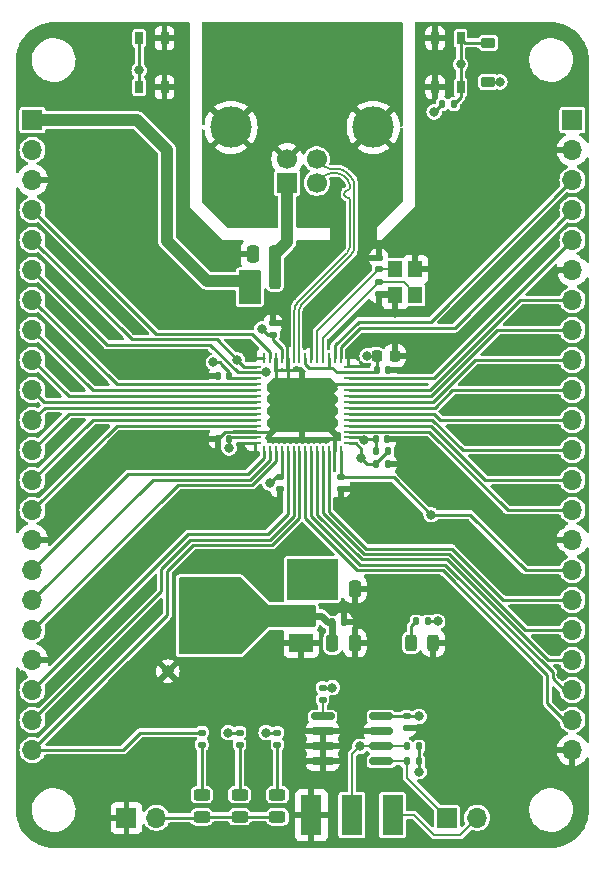
<source format=gbr>
%TF.GenerationSoftware,KiCad,Pcbnew,7.0.2-6a45011f42~172~ubuntu20.04.1*%
%TF.CreationDate,2023-04-23T15:23:27+07:00*%
%TF.ProjectId,EZ-USB-FX2LP-dev-board,455a2d55-5342-42d4-9658-324c502d6465,rev?*%
%TF.SameCoordinates,Original*%
%TF.FileFunction,Copper,L1,Top*%
%TF.FilePolarity,Positive*%
%FSLAX46Y46*%
G04 Gerber Fmt 4.6, Leading zero omitted, Abs format (unit mm)*
G04 Created by KiCad (PCBNEW 7.0.2-6a45011f42~172~ubuntu20.04.1) date 2023-04-23 15:23:27*
%MOMM*%
%LPD*%
G01*
G04 APERTURE LIST*
G04 Aperture macros list*
%AMRoundRect*
0 Rectangle with rounded corners*
0 $1 Rounding radius*
0 $2 $3 $4 $5 $6 $7 $8 $9 X,Y pos of 4 corners*
0 Add a 4 corners polygon primitive as box body*
4,1,4,$2,$3,$4,$5,$6,$7,$8,$9,$2,$3,0*
0 Add four circle primitives for the rounded corners*
1,1,$1+$1,$2,$3*
1,1,$1+$1,$4,$5*
1,1,$1+$1,$6,$7*
1,1,$1+$1,$8,$9*
0 Add four rect primitives between the rounded corners*
20,1,$1+$1,$2,$3,$4,$5,0*
20,1,$1+$1,$4,$5,$6,$7,0*
20,1,$1+$1,$6,$7,$8,$9,0*
20,1,$1+$1,$8,$9,$2,$3,0*%
G04 Aperture macros list end*
%TA.AperFunction,SMDPad,CuDef*%
%ADD10RoundRect,0.225000X0.375000X-0.225000X0.375000X0.225000X-0.375000X0.225000X-0.375000X-0.225000X0*%
%TD*%
%TA.AperFunction,SMDPad,CuDef*%
%ADD11RoundRect,0.135000X-0.135000X-0.185000X0.135000X-0.185000X0.135000X0.185000X-0.135000X0.185000X0*%
%TD*%
%TA.AperFunction,SMDPad,CuDef*%
%ADD12RoundRect,0.140000X-0.170000X0.140000X-0.170000X-0.140000X0.170000X-0.140000X0.170000X0.140000X0*%
%TD*%
%TA.AperFunction,SMDPad,CuDef*%
%ADD13RoundRect,0.140000X-0.140000X-0.170000X0.140000X-0.170000X0.140000X0.170000X-0.140000X0.170000X0*%
%TD*%
%TA.AperFunction,SMDPad,CuDef*%
%ADD14RoundRect,0.150000X-0.825000X-0.150000X0.825000X-0.150000X0.825000X0.150000X-0.825000X0.150000X0*%
%TD*%
%TA.AperFunction,SMDPad,CuDef*%
%ADD15R,1.780000X3.430000*%
%TD*%
%TA.AperFunction,SMDPad,CuDef*%
%ADD16RoundRect,0.250000X-0.250000X-0.475000X0.250000X-0.475000X0.250000X0.475000X-0.250000X0.475000X0*%
%TD*%
%TA.AperFunction,ComponentPad*%
%ADD17R,1.700000X1.700000*%
%TD*%
%TA.AperFunction,ComponentPad*%
%ADD18O,1.700000X1.700000*%
%TD*%
%TA.AperFunction,SMDPad,CuDef*%
%ADD19RoundRect,0.140000X0.140000X0.170000X-0.140000X0.170000X-0.140000X-0.170000X0.140000X-0.170000X0*%
%TD*%
%TA.AperFunction,SMDPad,CuDef*%
%ADD20R,2.000000X1.500000*%
%TD*%
%TA.AperFunction,SMDPad,CuDef*%
%ADD21R,2.000000X3.800000*%
%TD*%
%TA.AperFunction,SMDPad,CuDef*%
%ADD22RoundRect,0.243750X0.456250X-0.243750X0.456250X0.243750X-0.456250X0.243750X-0.456250X-0.243750X0*%
%TD*%
%TA.AperFunction,SMDPad,CuDef*%
%ADD23RoundRect,0.250000X0.250000X0.475000X-0.250000X0.475000X-0.250000X-0.475000X0.250000X-0.475000X0*%
%TD*%
%TA.AperFunction,SMDPad,CuDef*%
%ADD24RoundRect,0.140000X0.170000X-0.140000X0.170000X0.140000X-0.170000X0.140000X-0.170000X-0.140000X0*%
%TD*%
%TA.AperFunction,SMDPad,CuDef*%
%ADD25RoundRect,0.243750X0.243750X0.456250X-0.243750X0.456250X-0.243750X-0.456250X0.243750X-0.456250X0*%
%TD*%
%TA.AperFunction,SMDPad,CuDef*%
%ADD26RoundRect,0.135000X-0.185000X0.135000X-0.185000X-0.135000X0.185000X-0.135000X0.185000X0.135000X0*%
%TD*%
%TA.AperFunction,SMDPad,CuDef*%
%ADD27RoundRect,0.135000X0.185000X-0.135000X0.185000X0.135000X-0.185000X0.135000X-0.185000X-0.135000X0*%
%TD*%
%TA.AperFunction,SMDPad,CuDef*%
%ADD28RoundRect,0.225000X-0.225000X-0.250000X0.225000X-0.250000X0.225000X0.250000X-0.225000X0.250000X0*%
%TD*%
%TA.AperFunction,SMDPad,CuDef*%
%ADD29RoundRect,0.135000X0.135000X0.185000X-0.135000X0.185000X-0.135000X-0.185000X0.135000X-0.185000X0*%
%TD*%
%TA.AperFunction,SMDPad,CuDef*%
%ADD30RoundRect,0.062500X-0.062500X0.375000X-0.062500X-0.375000X0.062500X-0.375000X0.062500X0.375000X0*%
%TD*%
%TA.AperFunction,SMDPad,CuDef*%
%ADD31RoundRect,0.062500X-0.375000X0.062500X-0.375000X-0.062500X0.375000X-0.062500X0.375000X0.062500X0*%
%TD*%
%TA.AperFunction,ComponentPad*%
%ADD32C,0.500000*%
%TD*%
%TA.AperFunction,SMDPad,CuDef*%
%ADD33RoundRect,0.252000X-2.348000X1.998000X-2.348000X-1.998000X2.348000X-1.998000X2.348000X1.998000X0*%
%TD*%
%TA.AperFunction,SMDPad,CuDef*%
%ADD34R,0.650000X1.050000*%
%TD*%
%TA.AperFunction,SMDPad,CuDef*%
%ADD35C,1.000000*%
%TD*%
%TA.AperFunction,ComponentPad*%
%ADD36C,1.700000*%
%TD*%
%TA.AperFunction,ComponentPad*%
%ADD37C,3.500000*%
%TD*%
%TA.AperFunction,SMDPad,CuDef*%
%ADD38RoundRect,0.243750X-0.243750X-0.456250X0.243750X-0.456250X0.243750X0.456250X-0.243750X0.456250X0*%
%TD*%
%TA.AperFunction,SMDPad,CuDef*%
%ADD39R,1.200000X1.400000*%
%TD*%
%TA.AperFunction,ViaPad*%
%ADD40C,0.800000*%
%TD*%
%TA.AperFunction,Conductor*%
%ADD41C,0.150000*%
%TD*%
%TA.AperFunction,Conductor*%
%ADD42C,0.250000*%
%TD*%
%TA.AperFunction,Conductor*%
%ADD43C,0.200000*%
%TD*%
%TA.AperFunction,Conductor*%
%ADD44C,0.600000*%
%TD*%
%TA.AperFunction,Conductor*%
%ADD45C,1.000000*%
%TD*%
G04 APERTURE END LIST*
D10*
%TO.P,D5,1,K*%
%TO.N,+3V3*%
X158521400Y-72112500D03*
%TO.P,D5,2,A*%
%TO.N,/~{RESET}*%
X158521400Y-68812500D03*
%TD*%
D11*
%TO.P,R8,1*%
%TO.N,+3V3*%
X154607800Y-73990200D03*
%TO.P,R8,2*%
%TO.N,/~{RESET}*%
X155627800Y-73990200D03*
%TD*%
D12*
%TO.P,C5,1*%
%TO.N,+3V3*%
X140893800Y-105589400D03*
%TO.P,C5,2*%
%TO.N,GND*%
X140893800Y-106549400D03*
%TD*%
D13*
%TO.P,C4,1*%
%TO.N,+3V3*%
X149075200Y-96520000D03*
%TO.P,C4,2*%
%TO.N,GND*%
X150035200Y-96520000D03*
%TD*%
D14*
%TO.P,U2,1,A0*%
%TO.N,Net-(U2-A0)*%
X144502100Y-125831600D03*
%TO.P,U2,2,A1*%
%TO.N,GND*%
X144502100Y-127101600D03*
%TO.P,U2,3,A2*%
X144502100Y-128371600D03*
%TO.P,U2,4,GND*%
X144502100Y-129641600D03*
%TO.P,U2,5,SDA*%
%TO.N,Net-(J2-Pin_1)*%
X149452100Y-129641600D03*
%TO.P,U2,6,SCL*%
%TO.N,/SCL*%
X149452100Y-128371600D03*
%TO.P,U2,7,WP*%
%TO.N,GND*%
X149452100Y-127101600D03*
%TO.P,U2,8,VCC*%
%TO.N,+3V3*%
X149452100Y-125831600D03*
%TD*%
D15*
%TO.P,TP2,1*%
%TO.N,/SCL*%
X146989800Y-134188200D03*
%TD*%
D16*
%TO.P,C10,1*%
%TO.N,+5V*%
X145332200Y-115022600D03*
%TO.P,C10,2*%
%TO.N,GND*%
X147232200Y-115022600D03*
%TD*%
D17*
%TO.P,J2,1,Pin_1*%
%TO.N,Net-(J2-Pin_1)*%
X155059500Y-134426900D03*
D18*
%TO.P,J2,2,Pin_2*%
%TO.N,/SDA*%
X157599500Y-134426900D03*
%TD*%
D19*
%TO.P,C8,1*%
%TO.N,+3V3*%
X136598600Y-97053400D03*
%TO.P,C8,2*%
%TO.N,GND*%
X135638600Y-97053400D03*
%TD*%
D20*
%TO.P,U3,1,GND*%
%TO.N,GND*%
X142697600Y-119622600D03*
%TO.P,U3,2,VO*%
%TO.N,+3V3*%
X142697600Y-117322600D03*
D21*
X136397600Y-117322600D03*
D20*
%TO.P,U3,3,VI*%
%TO.N,+5V*%
X142697600Y-115022600D03*
%TD*%
D22*
%TO.P,D2,1,K*%
%TO.N,Net-(D2-K)*%
X140677900Y-134338300D03*
%TO.P,D2,2,A*%
%TO.N,Net-(D2-A)*%
X140677900Y-132463300D03*
%TD*%
D19*
%TO.P,C9,1*%
%TO.N,+3V3*%
X136598600Y-102362000D03*
%TO.P,C9,2*%
%TO.N,GND*%
X135638600Y-102362000D03*
%TD*%
D23*
%TO.P,C14,1*%
%TO.N,VBUS*%
X140472200Y-86715600D03*
%TO.P,C14,2*%
%TO.N,GND*%
X138572200Y-86715600D03*
%TD*%
D24*
%TO.P,C1,1*%
%TO.N,GND*%
X149250400Y-90037800D03*
%TO.P,C1,2*%
%TO.N,Net-(U1-XTALOUT)*%
X149250400Y-89077800D03*
%TD*%
D25*
%TO.P,D1,1,K*%
%TO.N,GND*%
X153870900Y-119608600D03*
%TO.P,D1,2,A*%
%TO.N,Net-(D1-A)*%
X151995900Y-119608600D03*
%TD*%
D26*
%TO.P,R1,1*%
%TO.N,+3V3*%
X144502100Y-123391200D03*
%TO.P,R1,2*%
%TO.N,Net-(U2-A0)*%
X144502100Y-124411200D03*
%TD*%
D17*
%TO.P,J4,1,Pin_1*%
%TO.N,+3V3*%
X165657600Y-75340900D03*
D18*
%TO.P,J4,2,Pin_2*%
%TO.N,GND*%
X165657600Y-77880900D03*
%TO.P,J4,3,Pin_3*%
%TO.N,/RDY1*%
X165657600Y-80420900D03*
%TO.P,J4,4,Pin_4*%
%TO.N,/RDY0*%
X165657600Y-82960900D03*
%TO.P,J4,5,Pin_5*%
%TO.N,/CLKOUT*%
X165657600Y-85500900D03*
%TO.P,J4,6,Pin_6*%
%TO.N,GND*%
X165657600Y-88040900D03*
%TO.P,J4,7,Pin_7*%
%TO.N,/PD7*%
X165657600Y-90580900D03*
%TO.P,J4,8,Pin_8*%
%TO.N,/PD6*%
X165657600Y-93120900D03*
%TO.P,J4,9,Pin_9*%
%TO.N,/PD5*%
X165657600Y-95660900D03*
%TO.P,J4,10,Pin_10*%
%TO.N,/PD4*%
X165657600Y-98200900D03*
%TO.P,J4,11,Pin_11*%
%TO.N,/PD3*%
X165657600Y-100740900D03*
%TO.P,J4,12,Pin_12*%
%TO.N,/PD2*%
X165657600Y-103280900D03*
%TO.P,J4,13,Pin_13*%
%TO.N,/PD1*%
X165657600Y-105820900D03*
%TO.P,J4,14,Pin_14*%
%TO.N,/PD0*%
X165657600Y-108360900D03*
%TO.P,J4,15,Pin_15*%
%TO.N,GND*%
X165657600Y-110900900D03*
%TO.P,J4,16,Pin_16*%
%TO.N,/~{RESET}*%
X165657600Y-113440900D03*
%TO.P,J4,17,Pin_17*%
%TO.N,/PA7*%
X165657600Y-115980900D03*
%TO.P,J4,18,Pin_18*%
%TO.N,/PA6*%
X165657600Y-118520900D03*
%TO.P,J4,19,Pin_19*%
%TO.N,/PA5*%
X165657600Y-121060900D03*
%TO.P,J4,20,Pin_20*%
%TO.N,/PA4*%
X165657600Y-123600900D03*
%TO.P,J4,21,Pin_21*%
%TO.N,/PA3*%
X165657600Y-126140900D03*
%TO.P,J4,22,Pin_22*%
%TO.N,GND*%
X165657600Y-128680900D03*
%TD*%
D17*
%TO.P,J6,1,Pin_1*%
%TO.N,+5V*%
X119937600Y-75340900D03*
D18*
%TO.P,J6,2,Pin_2*%
%TO.N,+3V3*%
X119937600Y-77880900D03*
%TO.P,J6,3,Pin_3*%
%TO.N,GND*%
X119937600Y-80420900D03*
%TO.P,J6,4,Pin_4*%
%TO.N,/IFCLK*%
X119937600Y-82960900D03*
%TO.P,J6,5,Pin_5*%
%TO.N,/SCL*%
X119937600Y-85500900D03*
%TO.P,J6,6,Pin_6*%
%TO.N,/SDA*%
X119937600Y-88040900D03*
%TO.P,J6,7,Pin_7*%
%TO.N,/PB0*%
X119937600Y-90580900D03*
%TO.P,J6,8,Pin_8*%
%TO.N,/PB1*%
X119937600Y-93120900D03*
%TO.P,J6,9,Pin_9*%
%TO.N,/PB2*%
X119937600Y-95660900D03*
%TO.P,J6,10,Pin_10*%
%TO.N,/PB3*%
X119937600Y-98200900D03*
%TO.P,J6,11,Pin_11*%
%TO.N,/PB4*%
X119937600Y-100740900D03*
%TO.P,J6,12,Pin_12*%
%TO.N,/PB5*%
X119937600Y-103280900D03*
%TO.P,J6,13,Pin_13*%
%TO.N,/PB6*%
X119937600Y-105820900D03*
%TO.P,J6,14,Pin_14*%
%TO.N,/PB7*%
X119937600Y-108360900D03*
%TO.P,J6,15,Pin_15*%
%TO.N,GND*%
X119937600Y-110900900D03*
%TO.P,J6,16,Pin_16*%
%TO.N,/CTL0*%
X119937600Y-113440900D03*
%TO.P,J6,17,Pin_17*%
%TO.N,/CTL1*%
X119937600Y-115980900D03*
%TO.P,J6,18,Pin_18*%
%TO.N,/CTL2*%
X119937600Y-118520900D03*
%TO.P,J6,19,Pin_19*%
%TO.N,GND*%
X119937600Y-121060900D03*
%TO.P,J6,20,Pin_20*%
%TO.N,/PA0*%
X119937600Y-123600900D03*
%TO.P,J6,21,Pin_21*%
%TO.N,/PA1*%
X119937600Y-126140900D03*
%TO.P,J6,22,Pin_22*%
%TO.N,/PA2*%
X119937600Y-128680900D03*
%TD*%
D13*
%TO.P,C6,1*%
%TO.N,+3V3*%
X149049800Y-104444800D03*
%TO.P,C6,2*%
%TO.N,GND*%
X150009800Y-104444800D03*
%TD*%
D27*
%TO.P,R7,1*%
%TO.N,Net-(D4-A)*%
X134277100Y-128219200D03*
%TO.P,R7,2*%
%TO.N,/PA2*%
X134277100Y-127199200D03*
%TD*%
D28*
%TO.P,C15,1*%
%TO.N,+3V3*%
X149072600Y-95300800D03*
%TO.P,C15,2*%
%TO.N,GND*%
X150622600Y-95300800D03*
%TD*%
D29*
%TO.P,R3,1*%
%TO.N,+3V3*%
X152668700Y-128371600D03*
%TO.P,R3,2*%
%TO.N,/SCL*%
X151648700Y-128371600D03*
%TD*%
D16*
%TO.P,C12,1*%
%TO.N,+3V3*%
X145332200Y-119622600D03*
%TO.P,C12,2*%
%TO.N,GND*%
X147232200Y-119622600D03*
%TD*%
D27*
%TO.P,R5,1*%
%TO.N,Net-(D2-A)*%
X140677900Y-128221200D03*
%TO.P,R5,2*%
%TO.N,/PA0*%
X140677900Y-127201200D03*
%TD*%
D30*
%TO.P,U1,1,RDY0/SLRD*%
%TO.N,/RDY0*%
X146047600Y-95528400D03*
%TO.P,U1,2,RDY1/SLWR*%
%TO.N,/RDY1*%
X145547600Y-95528400D03*
%TO.P,U1,3,AVCC*%
%TO.N,+3V3*%
X145047600Y-95528400D03*
%TO.P,U1,4,XTALOUT*%
%TO.N,Net-(U1-XTALOUT)*%
X144547600Y-95528400D03*
%TO.P,U1,5,XTALIN*%
%TO.N,Net-(U1-XTALIN)*%
X144047600Y-95528400D03*
%TO.P,U1,6,AGND*%
%TO.N,GND*%
X143547600Y-95528400D03*
%TO.P,U1,7,AVCC*%
%TO.N,+3V3*%
X143047600Y-95528400D03*
%TO.P,U1,8,D+*%
%TO.N,/D+*%
X142547600Y-95528400D03*
%TO.P,U1,9,D-*%
%TO.N,/D-*%
X142047600Y-95528400D03*
%TO.P,U1,10,AGND*%
%TO.N,GND*%
X141547600Y-95528400D03*
%TO.P,U1,11,VCC*%
%TO.N,+3V3*%
X141047600Y-95528400D03*
%TO.P,U1,12,GND*%
%TO.N,GND*%
X140547600Y-95528400D03*
%TO.P,U1,13,IFCLK*%
%TO.N,/IFCLK*%
X140047600Y-95528400D03*
%TO.P,U1,14,RESERVED*%
%TO.N,GND*%
X139547600Y-95528400D03*
D31*
%TO.P,U1,15,SCL*%
%TO.N,/SCL*%
X138860100Y-96215900D03*
%TO.P,U1,16,SDA*%
%TO.N,/SDA*%
X138860100Y-96715900D03*
%TO.P,U1,17,VCC*%
%TO.N,+3V3*%
X138860100Y-97215900D03*
%TO.P,U1,18,PB0/FD0*%
%TO.N,/PB0*%
X138860100Y-97715900D03*
%TO.P,U1,19,PB1/FD1*%
%TO.N,/PB1*%
X138860100Y-98215900D03*
%TO.P,U1,20,PB2/FD2*%
%TO.N,/PB2*%
X138860100Y-98715900D03*
%TO.P,U1,21,PB3/FD3*%
%TO.N,/PB3*%
X138860100Y-99215900D03*
%TO.P,U1,22,PB4/FD4*%
%TO.N,/PB4*%
X138860100Y-99715900D03*
%TO.P,U1,23,PB5/FD5*%
%TO.N,/PB5*%
X138860100Y-100215900D03*
%TO.P,U1,24,PB6/FD6*%
%TO.N,/PB6*%
X138860100Y-100715900D03*
%TO.P,U1,25,PB7/FD7*%
%TO.N,/PB7*%
X138860100Y-101215900D03*
%TO.P,U1,26,GND*%
%TO.N,GND*%
X138860100Y-101715900D03*
%TO.P,U1,27,VCC*%
%TO.N,+3V3*%
X138860100Y-102215900D03*
%TO.P,U1,28,GND*%
%TO.N,GND*%
X138860100Y-102715900D03*
D30*
%TO.P,U1,29,CTL0/FLAGA*%
%TO.N,/CTL0*%
X139547600Y-103403400D03*
%TO.P,U1,30,CTL1/FLAGB*%
%TO.N,/CTL1*%
X140047600Y-103403400D03*
%TO.P,U1,31,CTL2/FLAGC*%
%TO.N,/CTL2*%
X140547600Y-103403400D03*
%TO.P,U1,32,VCC*%
%TO.N,+3V3*%
X141047600Y-103403400D03*
%TO.P,U1,33,PA0/~{INT0}*%
%TO.N,/PA0*%
X141547600Y-103403400D03*
%TO.P,U1,34,PA1/~{INT1}*%
%TO.N,/PA1*%
X142047600Y-103403400D03*
%TO.P,U1,35,PA2/SLOE*%
%TO.N,/PA2*%
X142547600Y-103403400D03*
%TO.P,U1,36,PA3/WU2*%
%TO.N,/PA3*%
X143047600Y-103403400D03*
%TO.P,U1,37,PA4/FIOADDR0*%
%TO.N,/PA4*%
X143547600Y-103403400D03*
%TO.P,U1,38,PA5/FIOADDR1*%
%TO.N,/PA5*%
X144047600Y-103403400D03*
%TO.P,U1,39,PA6/PKTEND*%
%TO.N,/PA6*%
X144547600Y-103403400D03*
%TO.P,U1,40,PA7/FLAGD/~{SLCS}*%
%TO.N,/PA7*%
X145047600Y-103403400D03*
%TO.P,U1,41,GND*%
%TO.N,GND*%
X145547600Y-103403400D03*
%TO.P,U1,42,~{RESET}*%
%TO.N,/~{RESET}*%
X146047600Y-103403400D03*
D31*
%TO.P,U1,43,VCC*%
%TO.N,+3V3*%
X146735100Y-102715900D03*
%TO.P,U1,44,WAKEUP*%
%TO.N,/WAKEUP*%
X146735100Y-102215900D03*
%TO.P,U1,45,PD0/FD8*%
%TO.N,/PD0*%
X146735100Y-101715900D03*
%TO.P,U1,46,PD1/FD9*%
%TO.N,/PD1*%
X146735100Y-101215900D03*
%TO.P,U1,47,PD2/FD10*%
%TO.N,/PD2*%
X146735100Y-100715900D03*
%TO.P,U1,48,PD3/FD11*%
%TO.N,/PD3*%
X146735100Y-100215900D03*
%TO.P,U1,49,PD4/FD12*%
%TO.N,/PD4*%
X146735100Y-99715900D03*
%TO.P,U1,50,PD5/FD13*%
%TO.N,/PD5*%
X146735100Y-99215900D03*
%TO.P,U1,51,PD6/FD14*%
%TO.N,/PD6*%
X146735100Y-98715900D03*
%TO.P,U1,52,PD7/FD15*%
%TO.N,/PD7*%
X146735100Y-98215900D03*
%TO.P,U1,53,GND*%
%TO.N,GND*%
X146735100Y-97715900D03*
%TO.P,U1,54,CLKOUT*%
%TO.N,/CLKOUT*%
X146735100Y-97215900D03*
%TO.P,U1,55,VCC*%
%TO.N,+3V3*%
X146735100Y-96715900D03*
%TO.P,U1,56,GND*%
%TO.N,GND*%
X146735100Y-96215900D03*
D32*
%TO.P,U1,57,EP*%
X145147600Y-97465900D03*
X143972600Y-97465900D03*
X142797600Y-97465900D03*
X141622600Y-97465900D03*
X140447600Y-97465900D03*
X145147600Y-98465900D03*
X143972600Y-98465900D03*
X142797600Y-98465900D03*
X141622600Y-98465900D03*
X140447600Y-98465900D03*
X145147600Y-99465900D03*
X143972600Y-99465900D03*
X142797600Y-99465900D03*
D33*
X142797600Y-99465900D03*
D32*
X141622600Y-99465900D03*
X140447600Y-99465900D03*
X145147600Y-100465900D03*
X143972600Y-100465900D03*
X142797600Y-100465900D03*
X141622600Y-100465900D03*
X140447600Y-100465900D03*
X145147600Y-101465900D03*
X143972600Y-101465900D03*
X142797600Y-101465900D03*
X141622600Y-101465900D03*
X140447600Y-101465900D03*
%TD*%
D15*
%TO.P,TP1,1*%
%TO.N,/SDA*%
X150431500Y-134188200D03*
%TD*%
D22*
%TO.P,D4,1,K*%
%TO.N,Net-(D2-K)*%
X134277100Y-134338300D03*
%TO.P,D4,2,A*%
%TO.N,Net-(D4-A)*%
X134277100Y-132463300D03*
%TD*%
D12*
%TO.P,C13,1*%
%TO.N,/~{RESET}*%
X146047600Y-105589400D03*
%TO.P,C13,2*%
%TO.N,GND*%
X146047600Y-106549400D03*
%TD*%
D22*
%TO.P,D3,1,K*%
%TO.N,Net-(D2-K)*%
X137477500Y-134334600D03*
%TO.P,D3,2,A*%
%TO.N,Net-(D3-A)*%
X137477500Y-132459600D03*
%TD*%
D24*
%TO.P,C7,1*%
%TO.N,+3V3*%
X140309600Y-93519200D03*
%TO.P,C7,2*%
%TO.N,GND*%
X140309600Y-92559200D03*
%TD*%
D12*
%TO.P,C3,1*%
%TO.N,+3V3*%
X151625300Y-125831600D03*
%TO.P,C3,2*%
%TO.N,GND*%
X151625300Y-126791600D03*
%TD*%
D29*
%TO.P,R10,1*%
%TO.N,+3V3*%
X150014400Y-103403400D03*
%TO.P,R10,2*%
%TO.N,/WAKEUP*%
X148994400Y-103403400D03*
%TD*%
D34*
%TO.P,SW2,1,1*%
%TO.N,GND*%
X131123000Y-68410000D03*
X131123000Y-72560000D03*
%TO.P,SW2,2,2*%
%TO.N,/WAKEUP*%
X128973000Y-68410000D03*
X128973000Y-72535000D03*
%TD*%
D35*
%TO.P,TP4,1,1*%
%TO.N,GND*%
X131394200Y-122021600D03*
%TD*%
%TO.P,TP5,1,1*%
%TO.N,+3V3*%
X133959600Y-114960400D03*
%TD*%
D13*
%TO.P,C16,1*%
%TO.N,/WAKEUP*%
X149024400Y-102362000D03*
%TO.P,C16,2*%
%TO.N,GND*%
X149984400Y-102362000D03*
%TD*%
D34*
%TO.P,SW1,1,1*%
%TO.N,GND*%
X154042800Y-72560000D03*
X154042800Y-68410000D03*
%TO.P,SW1,2,2*%
%TO.N,/~{RESET}*%
X156192800Y-72560000D03*
X156192800Y-68435000D03*
%TD*%
D17*
%TO.P,J1,1,VBUS*%
%TO.N,VBUS*%
X141518000Y-80663800D03*
D36*
%TO.P,J1,2,D-*%
%TO.N,/D-*%
X144018000Y-80663800D03*
%TO.P,J1,3,D+*%
%TO.N,/D+*%
X144018000Y-78663800D03*
%TO.P,J1,4,GND*%
%TO.N,GND*%
X141518000Y-78663800D03*
D37*
%TO.P,J1,5,Shield*%
X136748000Y-75953800D03*
X148788000Y-75953800D03*
%TD*%
D29*
%TO.P,R2,1*%
%TO.N,+3V3*%
X152668700Y-129641600D03*
%TO.P,R2,2*%
%TO.N,Net-(J2-Pin_1)*%
X151648700Y-129641600D03*
%TD*%
D12*
%TO.P,C2,1*%
%TO.N,GND*%
X149250400Y-87025600D03*
%TO.P,C2,2*%
%TO.N,Net-(U1-XTALIN)*%
X149250400Y-87985600D03*
%TD*%
D38*
%TO.P,F1,1*%
%TO.N,+5V*%
X138597200Y-88950800D03*
%TO.P,F1,2*%
%TO.N,VBUS*%
X140472200Y-88950800D03*
%TD*%
D27*
%TO.P,R6,1*%
%TO.N,Net-(D3-A)*%
X137477500Y-128219200D03*
%TO.P,R6,2*%
%TO.N,/PA1*%
X137477500Y-127199200D03*
%TD*%
D15*
%TO.P,TP3,1*%
%TO.N,GND*%
X143548100Y-134188200D03*
%TD*%
D13*
%TO.P,C11,1*%
%TO.N,+3V3*%
X145332200Y-117881400D03*
%TO.P,C11,2*%
%TO.N,GND*%
X146292200Y-117881400D03*
%TD*%
D17*
%TO.P,J3,1,Pin_1*%
%TO.N,GND*%
X127899500Y-134426900D03*
D18*
%TO.P,J3,2,Pin_2*%
%TO.N,Net-(D2-K)*%
X130439500Y-134426900D03*
%TD*%
D39*
%TO.P,Y1,1,1*%
%TO.N,Net-(U1-XTALIN)*%
X150661000Y-87977800D03*
%TO.P,Y1,2,2*%
%TO.N,GND*%
X150661000Y-90177800D03*
%TO.P,Y1,3,3*%
%TO.N,Net-(U1-XTALOUT)*%
X152361000Y-90177800D03*
%TO.P,Y1,4,4*%
%TO.N,GND*%
X152361000Y-87977800D03*
%TD*%
D29*
%TO.P,R4,1*%
%TO.N,+3V3*%
X153443400Y-117779800D03*
%TO.P,R4,2*%
%TO.N,Net-(D1-A)*%
X152423400Y-117779800D03*
%TD*%
D40*
%TO.N,GND*%
X164719000Y-96926400D03*
X164719000Y-119786400D03*
X129717800Y-129717800D03*
X119049800Y-84226400D03*
X150241000Y-69189600D03*
X138049000Y-103962200D03*
X131191000Y-89636600D03*
X153771600Y-87909400D03*
X164084000Y-80416400D03*
X119049800Y-122326400D03*
X164134800Y-88265000D03*
X138252200Y-94869000D03*
X150241000Y-81508600D03*
X119049800Y-104546400D03*
X135686800Y-69240400D03*
X145034000Y-77495400D03*
X138811000Y-123748800D03*
X164134800Y-83185000D03*
X153644600Y-90271600D03*
X164134800Y-85725000D03*
X128803400Y-122199400D03*
X145821400Y-78740000D03*
X140741400Y-107823000D03*
X141376400Y-92862400D03*
X166624000Y-84201000D03*
X119049800Y-99466400D03*
X126568200Y-78054200D03*
X164719000Y-102006400D03*
X150698200Y-86537800D03*
X164719000Y-91846400D03*
X119049800Y-91846400D03*
X144119600Y-88011000D03*
X129362200Y-111963200D03*
X143205200Y-92862400D03*
X158165800Y-111683800D03*
X131114800Y-70561200D03*
X148920200Y-115011200D03*
X164719000Y-94386400D03*
X139776200Y-80670400D03*
X151638000Y-102514400D03*
X142862300Y-129667000D03*
X164719000Y-107086400D03*
X151180800Y-104470200D03*
X119049800Y-96926400D03*
X152273000Y-95453200D03*
X152374600Y-86487000D03*
X159435800Y-109372400D03*
X164719000Y-117246400D03*
X119049800Y-127406400D03*
X150672800Y-91643200D03*
X164719000Y-122326400D03*
X149199600Y-91338400D03*
X147929600Y-84912200D03*
X166624000Y-81686400D03*
X164719000Y-124866400D03*
X164719000Y-104546400D03*
X119049800Y-89306400D03*
X135661400Y-81559400D03*
X143027400Y-81838800D03*
X166624000Y-86791800D03*
X146100800Y-84912200D03*
X119049800Y-102006400D03*
X158369000Y-125399800D03*
X145008600Y-81838800D03*
X146329400Y-116586000D03*
X153822400Y-84353400D03*
X140131800Y-77292200D03*
X128295400Y-96088200D03*
X145897600Y-80695800D03*
X164719000Y-114706400D03*
X146050000Y-107721400D03*
X143027400Y-77495400D03*
X128524000Y-103428800D03*
X142824200Y-72364600D03*
X158394400Y-79273400D03*
X147294600Y-79476600D03*
X164719000Y-99466400D03*
X164719000Y-109626400D03*
X145465800Y-89255600D03*
X152501600Y-91567000D03*
X146177000Y-121081800D03*
X119049800Y-107086400D03*
X119049800Y-129946400D03*
X164719000Y-112166400D03*
X119049800Y-86766400D03*
X119049800Y-124866400D03*
X119049800Y-94386400D03*
X154051000Y-70637400D03*
%TO.N,+3V3*%
X133416800Y-118322600D03*
X154254200Y-117779800D03*
X147777200Y-103936800D03*
X134416800Y-117322600D03*
X152672651Y-130524649D03*
X134416800Y-118322600D03*
X140047200Y-106087400D03*
X159512000Y-72110600D03*
X145338800Y-123393200D03*
X133416800Y-116322600D03*
X152666700Y-125831600D03*
X153949400Y-74650600D03*
X136601200Y-103098600D03*
X139369800Y-93014800D03*
X133416800Y-117322600D03*
X148285200Y-95300800D03*
X134416800Y-116322600D03*
X135255000Y-95859600D03*
%TO.N,+5V*%
X138760200Y-90373200D03*
X142646400Y-113436400D03*
X137896600Y-90373200D03*
X143865600Y-113436400D03*
%TO.N,/~{RESET}*%
X156192800Y-70637400D03*
X153695400Y-108762800D03*
%TO.N,/SDA*%
X139732568Y-96716628D03*
%TO.N,/SCL*%
X147662900Y-128371600D03*
X137274300Y-95643700D03*
%TO.N,/PA0*%
X139725400Y-127203200D03*
%TO.N,/PA1*%
X136525000Y-127203200D03*
%TO.N,/WAKEUP*%
X148048200Y-102446600D03*
X128981200Y-71145400D03*
%TD*%
D41*
%TO.N,/D-*%
X146605864Y-86572606D02*
G75*
G03*
X146840200Y-86006941I-565664J565706D01*
G01*
X144018000Y-80663800D02*
X144608686Y-80073114D01*
X146840126Y-82144348D02*
G75*
G03*
X146593726Y-81897874I-246426J48D01*
G01*
X142415480Y-90763006D02*
G75*
G03*
X142122600Y-91470126I707120J-707094D01*
G01*
X146347226Y-81651400D02*
G75*
G03*
X146593725Y-81897874I246474J0D01*
G01*
X146322806Y-80073136D02*
G75*
G03*
X145757141Y-79838800I-565706J-565664D01*
G01*
X146593725Y-81297851D02*
G75*
G03*
X146347251Y-81544348I-25J-246449D01*
G01*
X146840200Y-82144348D02*
X146840200Y-82251400D01*
X142047600Y-94872149D02*
X142047600Y-95528400D01*
X146593726Y-81297900D02*
G75*
G03*
X146840200Y-81051400I-26J246500D01*
G01*
X146347251Y-81544348D02*
X146347251Y-81651400D01*
X146322827Y-80073115D02*
X146605886Y-80356174D01*
X142122600Y-94797149D02*
X142047600Y-94872149D01*
X146840229Y-80921859D02*
G75*
G03*
X146605886Y-80356174I-800029J-41D01*
G01*
X146840200Y-80921859D02*
X146840200Y-81051400D01*
X145174371Y-79838800D02*
X145757141Y-79838800D01*
X145174371Y-79838780D02*
G75*
G03*
X144608686Y-80073114I29J-800020D01*
G01*
X146593726Y-81297874D02*
X146593725Y-81297874D01*
X146593725Y-81897874D02*
X146593726Y-81897874D01*
X146840200Y-82251400D02*
X146840200Y-86006941D01*
X146605885Y-86572627D02*
X142415493Y-90763019D01*
X142122600Y-91470126D02*
X142122600Y-94797149D01*
%TO.N,/D+*%
X144608701Y-79254471D02*
G75*
G03*
X145174371Y-79488800I565699J565671D01*
G01*
X142706935Y-90966595D02*
G75*
G03*
X142472600Y-91532259I565665J-565705D01*
G01*
X146526394Y-79781680D02*
G75*
G03*
X145819274Y-79488800I-707094J-707120D01*
G01*
X147190181Y-80859726D02*
G75*
G03*
X146897306Y-80152620I-999981J26D01*
G01*
X146897320Y-86776194D02*
G75*
G03*
X147190200Y-86069074I-707120J707094D01*
G01*
X142547600Y-94872149D02*
X142547600Y-95528400D01*
X142472600Y-94797149D02*
X142547600Y-94872149D01*
X146897307Y-86776181D02*
X142706914Y-90966574D01*
X145174371Y-79488800D02*
X145819274Y-79488800D01*
X146526381Y-79781693D02*
X146897307Y-80152619D01*
X147190200Y-80859726D02*
X147190200Y-86069074D01*
X144018000Y-78663800D02*
X144608686Y-79254486D01*
X142472600Y-91532259D02*
X142472600Y-94797149D01*
D42*
%TO.N,GND*%
X144547600Y-97715900D02*
X142797600Y-99465900D01*
X141547600Y-95528400D02*
X141547600Y-98215900D01*
X145547600Y-101865900D02*
X145147600Y-101465900D01*
X145547600Y-103403400D02*
X145547600Y-101865900D01*
X140547600Y-95528400D02*
X140547600Y-97215900D01*
X138860100Y-101715900D02*
X140197600Y-101715900D01*
X140197600Y-101715900D02*
X140447600Y-101465900D01*
X140547600Y-97215900D02*
X142797600Y-99465900D01*
X146735100Y-97715900D02*
X144547600Y-97715900D01*
X141547600Y-98215900D02*
X142797600Y-99465900D01*
X136284700Y-101715900D02*
X135638600Y-102362000D01*
X138860100Y-101715900D02*
X136284700Y-101715900D01*
D43*
%TO.N,Net-(U1-XTALOUT)*%
X151361000Y-89077800D02*
X152361000Y-90077800D01*
X144547600Y-95528400D02*
X144547600Y-93780600D01*
X152361000Y-90077800D02*
X152361000Y-90177800D01*
X149250400Y-89077800D02*
X151361000Y-89077800D01*
X144547600Y-93780600D02*
X149250400Y-89077800D01*
%TO.N,Net-(U1-XTALIN)*%
X149250400Y-87985600D02*
X150653200Y-87985600D01*
X150653200Y-87985600D02*
X150661000Y-87977800D01*
X144047600Y-93188400D02*
X149250400Y-87985600D01*
X144047600Y-95528400D02*
X144047600Y-93188400D01*
D42*
%TO.N,+3V3*%
X141047600Y-103403400D02*
X141047600Y-105435600D01*
X146735100Y-102715900D02*
X147292900Y-102715900D01*
X154607800Y-73990200D02*
X154607800Y-73992200D01*
X143047600Y-96013908D02*
X143350492Y-96316800D01*
X153443400Y-117779800D02*
X154254200Y-117779800D01*
X138860100Y-97215900D02*
X136761100Y-97215900D01*
X145047600Y-95528400D02*
X145047600Y-96305000D01*
X143047600Y-95528400D02*
X143047600Y-96013908D01*
X147777200Y-103936800D02*
X148285200Y-104444800D01*
X140893800Y-105589400D02*
X140545200Y-105589400D01*
X144502100Y-123391200D02*
X145336800Y-123391200D01*
X141047600Y-95528400D02*
X141047600Y-94692600D01*
X136029002Y-96076198D02*
X135812404Y-95859600D01*
D44*
X144373600Y-117322600D02*
X142697600Y-117322600D01*
D42*
X154607800Y-73992200D02*
X153949400Y-74650600D01*
X149049800Y-104368000D02*
X150014400Y-103403400D01*
D44*
X145332200Y-117881400D02*
X144932400Y-117881400D01*
D42*
X135812404Y-95859600D02*
X135255000Y-95859600D01*
X145737900Y-96715900D02*
X146735100Y-96715900D01*
X136598600Y-97053400D02*
X136598600Y-96645796D01*
X136744700Y-102215900D02*
X136598600Y-102362000D01*
X145336800Y-123391200D02*
X145338800Y-123393200D01*
X149072600Y-95300800D02*
X148285200Y-95300800D01*
X141047600Y-105435600D02*
X140893800Y-105589400D01*
X152668700Y-130520698D02*
X152672651Y-130524649D01*
X146735100Y-96715900D02*
X148879300Y-96715900D01*
X139874200Y-93519200D02*
X139369800Y-93014800D01*
D44*
X144932400Y-117881400D02*
X144373600Y-117322600D01*
D42*
X159510100Y-72112500D02*
X159512000Y-72110600D01*
X158521400Y-72112500D02*
X159510100Y-72112500D01*
X140309600Y-93954600D02*
X140309600Y-93519200D01*
X140309600Y-93519200D02*
X139874200Y-93519200D01*
X151625300Y-125831600D02*
X149452100Y-125831600D01*
X141047600Y-94692600D02*
X140309600Y-93954600D01*
X152668700Y-129641600D02*
X152668700Y-130520698D01*
X136598600Y-103096000D02*
X136601200Y-103098600D01*
X152668700Y-129641600D02*
X152668700Y-128371600D01*
X143350492Y-96316800D02*
X145059400Y-96316800D01*
X140545200Y-105589400D02*
X140047200Y-106087400D01*
X148879300Y-96715900D02*
X149075200Y-96520000D01*
X145059400Y-96316800D02*
X145338800Y-96316800D01*
X145338800Y-96316800D02*
X145737900Y-96715900D01*
D44*
X145332200Y-117881400D02*
X145332200Y-119622600D01*
D42*
X148285200Y-104444800D02*
X149049800Y-104444800D01*
X136761100Y-97215900D02*
X136598600Y-97053400D01*
X138860100Y-102215900D02*
X136744700Y-102215900D01*
X136598600Y-96645796D02*
X136029002Y-96076198D01*
X147777200Y-103200200D02*
X147777200Y-103936800D01*
X136598600Y-102362000D02*
X136598600Y-103096000D01*
X151625300Y-125831600D02*
X152666700Y-125831600D01*
X149075200Y-95303400D02*
X149072600Y-95300800D01*
X145047600Y-96305000D02*
X145059400Y-96316800D01*
X147292900Y-102715900D02*
X147777200Y-103200200D01*
X149075200Y-96520000D02*
X149075200Y-95303400D01*
X149049800Y-104444800D02*
X149049800Y-104368000D01*
D45*
%TO.N,+5V*%
X145332200Y-115022600D02*
X142697600Y-115022600D01*
X131343400Y-85572600D02*
X131343400Y-77851000D01*
X138597200Y-88950800D02*
X134721600Y-88950800D01*
X131343400Y-77851000D02*
X128833300Y-75340900D01*
X134721600Y-88950800D02*
X131343400Y-85572600D01*
X128833300Y-75340900D02*
X119937600Y-75340900D01*
D42*
%TO.N,/~{RESET}*%
X155627800Y-73990200D02*
X156192800Y-73425200D01*
X146047600Y-103403400D02*
X146047600Y-105589400D01*
X156192800Y-72560000D02*
X156192800Y-68435000D01*
X156570300Y-68812500D02*
X158521400Y-68812500D01*
X157022800Y-108762800D02*
X161700900Y-113440900D01*
X153695400Y-108762800D02*
X157022800Y-108762800D01*
X156192800Y-73425200D02*
X156192800Y-72560000D01*
X156192800Y-68435000D02*
X156570300Y-68812500D01*
X161700900Y-113440900D02*
X165657600Y-113440900D01*
X146047600Y-105589400D02*
X150522000Y-105589400D01*
X150522000Y-105589400D02*
X153695400Y-108762800D01*
%TO.N,Net-(D1-A)*%
X151995900Y-118207300D02*
X151995900Y-119608600D01*
X152423400Y-117779800D02*
X151995900Y-118207300D01*
%TO.N,Net-(D2-K)*%
X134280800Y-134334600D02*
X134277100Y-134338300D01*
X134188500Y-134426900D02*
X130439500Y-134426900D01*
X137481200Y-134338300D02*
X137477500Y-134334600D01*
X134277100Y-134338300D02*
X134188500Y-134426900D01*
X137477500Y-134334600D02*
X134280800Y-134334600D01*
X140677900Y-134338300D02*
X137481200Y-134338300D01*
%TO.N,Net-(D2-A)*%
X140677900Y-128221200D02*
X140677900Y-132463300D01*
%TO.N,Net-(D3-A)*%
X137477500Y-128219200D02*
X137477500Y-132459600D01*
%TO.N,Net-(D4-A)*%
X134277100Y-128219200D02*
X134277100Y-132463300D01*
D45*
%TO.N,VBUS*%
X141518000Y-80663800D02*
X141518000Y-85669800D01*
X140472200Y-88950800D02*
X140472200Y-86715600D01*
X141518000Y-85669800D02*
X140472200Y-86715600D01*
D43*
%TO.N,Net-(J2-Pin_1)*%
X151648700Y-129641600D02*
X149452100Y-129641600D01*
X151648700Y-131016100D02*
X155059500Y-134426900D01*
X151648700Y-129641600D02*
X151648700Y-131016100D01*
D42*
%TO.N,/SDA*%
X139731840Y-96715900D02*
X139732568Y-96716628D01*
X137305100Y-96715900D02*
X134954000Y-94364800D01*
X126261500Y-94364800D02*
X119937600Y-88040900D01*
X134954000Y-94364800D02*
X126261500Y-94364800D01*
X138860100Y-96715900D02*
X139731840Y-96715900D01*
D43*
X152260300Y-134188200D02*
X153936700Y-135864600D01*
X150431500Y-134188200D02*
X152260300Y-134188200D01*
D42*
X138860100Y-96715900D02*
X137305100Y-96715900D01*
D43*
X156161800Y-135864600D02*
X157599500Y-134426900D01*
X153936700Y-135864600D02*
X156161800Y-135864600D01*
%TO.N,Net-(U2-A0)*%
X144502100Y-124411200D02*
X144502100Y-125831600D01*
D42*
%TO.N,/SCL*%
X137846500Y-96215900D02*
X137274300Y-95643700D01*
D43*
X151648700Y-128371600D02*
X149452100Y-128371600D01*
D42*
X119937600Y-85500900D02*
X128351500Y-93914800D01*
X135545400Y-93914800D02*
X137274300Y-95643700D01*
D43*
X147662900Y-128371600D02*
X149452100Y-128371600D01*
X146989800Y-129044700D02*
X147662900Y-128371600D01*
X146989800Y-134188200D02*
X146989800Y-129044700D01*
D42*
X128351500Y-93914800D02*
X135545400Y-93914800D01*
X138860100Y-96215900D02*
X137846500Y-96215900D01*
%TO.N,/PA0*%
X141547600Y-108741208D02*
X139875008Y-110413800D01*
X133124700Y-110413800D02*
X119937600Y-123600900D01*
X141547600Y-103403400D02*
X141547600Y-108741208D01*
X139727400Y-127201200D02*
X139725400Y-127203200D01*
X139875008Y-110413800D02*
X133124700Y-110413800D01*
X140677900Y-127201200D02*
X139727400Y-127201200D01*
%TO.N,/PA1*%
X130860800Y-113314096D02*
X130860800Y-115217700D01*
X140061404Y-110863800D02*
X133311096Y-110863800D01*
X142047600Y-103403400D02*
X142047600Y-108877604D01*
X130860800Y-115217700D02*
X119937600Y-126140900D01*
X133311096Y-110863800D02*
X130860800Y-113314096D01*
X136529000Y-127199200D02*
X136525000Y-127203200D01*
X142047600Y-108877604D02*
X140061404Y-110863800D01*
X137477500Y-127199200D02*
X136529000Y-127199200D01*
%TO.N,/PA2*%
X133516800Y-111313800D02*
X131343400Y-113487200D01*
X129061400Y-127199200D02*
X134277100Y-127199200D01*
X140247800Y-111313800D02*
X133516800Y-111313800D01*
X127579700Y-128680900D02*
X129061400Y-127199200D01*
X142547600Y-103403400D02*
X142547600Y-109014000D01*
X131343400Y-113487200D02*
X131343400Y-117275100D01*
X131343400Y-117275100D02*
X119937600Y-128680900D01*
X142547600Y-109014000D02*
X140247800Y-111313800D01*
X119937600Y-128680900D02*
X127579700Y-128680900D01*
%TO.N,/WAKEUP*%
X128981200Y-71145400D02*
X128981200Y-72526800D01*
X128973000Y-68410000D02*
X128973000Y-71137200D01*
X128973000Y-71137200D02*
X128981200Y-71145400D01*
X149024400Y-102362000D02*
X148132800Y-102362000D01*
X149024400Y-102362000D02*
X149024400Y-103373400D01*
X146735100Y-102215900D02*
X147817500Y-102215900D01*
X128981200Y-72526800D02*
X128973000Y-72535000D01*
X147817500Y-102215900D02*
X148048200Y-102446600D01*
X149024400Y-103373400D02*
X148994400Y-103403400D01*
X148132800Y-102362000D02*
X148048200Y-102446600D01*
%TO.N,/RDY0*%
X165657600Y-82983000D02*
X165657600Y-82960900D01*
X155676600Y-92964000D02*
X165657600Y-82983000D01*
X146047600Y-94566600D02*
X147650200Y-92964000D01*
X147650200Y-92964000D02*
X155676600Y-92964000D01*
X146047600Y-95528400D02*
X146047600Y-94566600D01*
%TO.N,/RDY1*%
X145547600Y-95528400D02*
X145547600Y-94430204D01*
X153673300Y-92405200D02*
X165657600Y-80420900D01*
X147572604Y-92405200D02*
X153673300Y-92405200D01*
X145547600Y-94430204D02*
X147572604Y-92405200D01*
%TO.N,/IFCLK*%
X130441500Y-93464800D02*
X119937600Y-82960900D01*
X138549800Y-93464800D02*
X130441500Y-93464800D01*
X140047600Y-95528400D02*
X140047600Y-94962600D01*
X140047600Y-94962600D02*
X138549800Y-93464800D01*
%TO.N,/PB0*%
X138860100Y-97715900D02*
X127072600Y-97715900D01*
X127072600Y-97715900D02*
X119937600Y-90580900D01*
%TO.N,/PB1*%
X125032600Y-98215900D02*
X119937600Y-93120900D01*
X138860100Y-98215900D02*
X125032600Y-98215900D01*
%TO.N,/PB2*%
X138860100Y-98715900D02*
X122992600Y-98715900D01*
X122992600Y-98715900D02*
X119937600Y-95660900D01*
%TO.N,/PB3*%
X138860100Y-99215900D02*
X120952600Y-99215900D01*
X120952600Y-99215900D02*
X119937600Y-98200900D01*
%TO.N,/PB4*%
X138860100Y-99715900D02*
X120962600Y-99715900D01*
X120962600Y-99715900D02*
X119937600Y-100740900D01*
%TO.N,/PB5*%
X138860100Y-100215900D02*
X123002600Y-100215900D01*
X123002600Y-100215900D02*
X119937600Y-103280900D01*
%TO.N,/PB6*%
X138860100Y-100715900D02*
X125042600Y-100715900D01*
X125042600Y-100715900D02*
X119937600Y-105820900D01*
%TO.N,/PB7*%
X127082600Y-101215900D02*
X119937600Y-108360900D01*
X138860100Y-101215900D02*
X127082600Y-101215900D01*
%TO.N,/CTL0*%
X128044700Y-105333800D02*
X119937600Y-113440900D01*
X139547600Y-103403400D02*
X139547600Y-103962200D01*
X138176000Y-105333800D02*
X128044700Y-105333800D01*
X139547600Y-103962200D02*
X138176000Y-105333800D01*
%TO.N,/CTL1*%
X138362396Y-105783800D02*
X140047600Y-104098596D01*
X130134700Y-105783800D02*
X138362396Y-105783800D01*
X140047600Y-104098596D02*
X140047600Y-103403400D01*
X119937600Y-115980900D02*
X130134700Y-105783800D01*
%TO.N,/CTL2*%
X140547600Y-104234992D02*
X138548792Y-106233800D01*
X138548792Y-106233800D02*
X132224700Y-106233800D01*
X132224700Y-106233800D02*
X119937600Y-118520900D01*
X140547600Y-103403400D02*
X140547600Y-104234992D01*
%TO.N,/PA3*%
X163544000Y-124716705D02*
X164968195Y-126140900D01*
X163544000Y-122299984D02*
X163544000Y-124716705D01*
X154684216Y-113440200D02*
X163544000Y-122299984D01*
X147450800Y-113440200D02*
X154684216Y-113440200D01*
X164968195Y-126140900D02*
X165657600Y-126140900D01*
X143047600Y-109037000D02*
X147450800Y-113440200D01*
X143047600Y-103403400D02*
X143047600Y-109037000D01*
%TO.N,/PA4*%
X163994000Y-122626705D02*
X164968195Y-123600900D01*
X143547600Y-103403400D02*
X143547600Y-108900604D01*
X143547600Y-108900604D02*
X147637196Y-112990200D01*
X154870612Y-112990200D02*
X163994000Y-122113588D01*
X147637196Y-112990200D02*
X154870612Y-112990200D01*
X164968195Y-123600900D02*
X165657600Y-123600900D01*
X163994000Y-122113588D02*
X163994000Y-122626705D01*
%TO.N,/PA5*%
X147823592Y-112540200D02*
X155057008Y-112540200D01*
X155057008Y-112540200D02*
X163577708Y-121060900D01*
X163577708Y-121060900D02*
X165657600Y-121060900D01*
X144047600Y-108764208D02*
X147823592Y-112540200D01*
X144047600Y-103403400D02*
X144047600Y-108764208D01*
%TO.N,/PA6*%
X148009988Y-112090200D02*
X155243404Y-112090200D01*
X161674104Y-118520900D02*
X165657600Y-118520900D01*
X144547600Y-108627812D02*
X148009988Y-112090200D01*
X144547600Y-103403400D02*
X144547600Y-108627812D01*
X155243404Y-112090200D02*
X161674104Y-118520900D01*
%TO.N,/PA7*%
X159770500Y-115980900D02*
X165657600Y-115980900D01*
X148189184Y-111633000D02*
X155422600Y-111633000D01*
X145047600Y-108491416D02*
X148189184Y-111633000D01*
X155422600Y-111633000D02*
X159770500Y-115980900D01*
X145047600Y-103403400D02*
X145047600Y-108491416D01*
%TO.N,/CLKOUT*%
X146735100Y-97215900D02*
X153942600Y-97215900D01*
X153942600Y-97215900D02*
X165657600Y-85500900D01*
%TO.N,/PD0*%
X153527712Y-101715900D02*
X160172712Y-108360900D01*
X160172712Y-108360900D02*
X165657600Y-108360900D01*
X146735100Y-101715900D02*
X153527712Y-101715900D01*
%TO.N,/PD1*%
X153664108Y-101215900D02*
X158269108Y-105820900D01*
X158269108Y-105820900D02*
X165657600Y-105820900D01*
X146735100Y-101215900D02*
X153664108Y-101215900D01*
%TO.N,/PD2*%
X156365504Y-103280900D02*
X165657600Y-103280900D01*
X146735100Y-100715900D02*
X153800504Y-100715900D01*
X153800504Y-100715900D02*
X156365504Y-103280900D01*
%TO.N,/PD3*%
X146735100Y-100215900D02*
X153936900Y-100215900D01*
X153936900Y-100215900D02*
X154461900Y-100740900D01*
X154461900Y-100740900D02*
X165657600Y-100740900D01*
%TO.N,/PD4*%
X146735100Y-99715900D02*
X153988184Y-99715900D01*
X153988184Y-99715900D02*
X155503184Y-98200900D01*
X155503184Y-98200900D02*
X165657600Y-98200900D01*
%TO.N,/PD5*%
X153851788Y-99215900D02*
X157406788Y-95660900D01*
X146735100Y-99215900D02*
X153851788Y-99215900D01*
X157406788Y-95660900D02*
X165657600Y-95660900D01*
%TO.N,/PD6*%
X153715392Y-98715900D02*
X159310392Y-93120900D01*
X146735100Y-98715900D02*
X153715392Y-98715900D01*
X159310392Y-93120900D02*
X165657600Y-93120900D01*
%TO.N,/PD7*%
X161213996Y-90580900D02*
X165657600Y-90580900D01*
X153578996Y-98215900D02*
X161213996Y-90580900D01*
X146735100Y-98215900D02*
X153578996Y-98215900D01*
%TD*%
%TA.AperFunction,Conductor*%
%TO.N,+3V3*%
G36*
X137632877Y-114091085D02*
G01*
X137653519Y-114107719D01*
X139928600Y-116382800D01*
X143792400Y-116382800D01*
X143859439Y-116402485D01*
X143905194Y-116455289D01*
X143916400Y-116506800D01*
X143916400Y-118138400D01*
X143896715Y-118205439D01*
X143843911Y-118251194D01*
X143792400Y-118262400D01*
X139903199Y-118262400D01*
X137653519Y-120512081D01*
X137592196Y-120545566D01*
X137565838Y-120548400D01*
X132432600Y-120548400D01*
X132365561Y-120528715D01*
X132319806Y-120475911D01*
X132308600Y-120424400D01*
X132308600Y-114195400D01*
X132328285Y-114128361D01*
X132381089Y-114082606D01*
X132432600Y-114071400D01*
X137565838Y-114071400D01*
X137632877Y-114091085D01*
G37*
%TD.AperFunction*%
%TD*%
%TA.AperFunction,Conductor*%
%TO.N,+5V*%
G36*
X139236639Y-88081485D02*
G01*
X139282394Y-88134289D01*
X139293600Y-88185800D01*
X139293600Y-90782600D01*
X139273915Y-90849639D01*
X139221111Y-90895394D01*
X139169600Y-90906600D01*
X137512600Y-90906600D01*
X137445561Y-90886915D01*
X137399806Y-90834111D01*
X137388600Y-90782600D01*
X137388600Y-88185800D01*
X137408285Y-88118761D01*
X137461089Y-88073006D01*
X137512600Y-88061800D01*
X139169600Y-88061800D01*
X139236639Y-88081485D01*
G37*
%TD.AperFunction*%
%TD*%
%TA.AperFunction,Conductor*%
%TO.N,GND*%
G36*
X118742500Y-81074277D02*
G01*
X118762872Y-81096867D01*
X118899490Y-81291978D01*
X119066518Y-81459006D01*
X119260023Y-81594500D01*
X119474108Y-81694330D01*
X119513184Y-81704801D01*
X119572845Y-81741166D01*
X119603374Y-81804013D01*
X119595079Y-81873388D01*
X119550594Y-81927266D01*
X119525885Y-81940203D01*
X119444960Y-81971553D01*
X119271558Y-82078918D01*
X119120836Y-82216319D01*
X118997924Y-82379081D01*
X118907018Y-82561648D01*
X118851202Y-82757816D01*
X118832385Y-82960899D01*
X118851202Y-83163983D01*
X118907018Y-83360151D01*
X118997924Y-83542718D01*
X119120836Y-83705480D01*
X119271558Y-83842881D01*
X119444961Y-83950247D01*
X119444963Y-83950248D01*
X119635144Y-84023924D01*
X119835624Y-84061400D01*
X119835626Y-84061400D01*
X120039574Y-84061400D01*
X120039576Y-84061400D01*
X120240056Y-84023924D01*
X120330152Y-83989019D01*
X120399776Y-83983157D01*
X120461516Y-84015867D01*
X120462628Y-84016965D01*
X129773281Y-93327619D01*
X129806766Y-93388942D01*
X129801782Y-93458634D01*
X129759910Y-93514567D01*
X129694446Y-93538984D01*
X129685600Y-93539300D01*
X128558400Y-93539300D01*
X128491361Y-93519615D01*
X128470719Y-93502981D01*
X120997494Y-86029756D01*
X120964009Y-85968433D01*
X120965909Y-85908140D01*
X121023997Y-85703983D01*
X121024218Y-85701603D01*
X121042815Y-85500900D01*
X121023997Y-85297817D01*
X120968182Y-85101650D01*
X120967809Y-85100901D01*
X120877275Y-84919081D01*
X120754363Y-84756319D01*
X120603641Y-84618918D01*
X120430238Y-84511552D01*
X120240057Y-84437876D01*
X120137371Y-84418681D01*
X120039576Y-84400400D01*
X119835624Y-84400400D01*
X119737829Y-84418681D01*
X119635142Y-84437876D01*
X119444961Y-84511552D01*
X119271558Y-84618918D01*
X119120836Y-84756319D01*
X118997924Y-84919081D01*
X118907018Y-85101648D01*
X118851202Y-85297816D01*
X118832385Y-85500900D01*
X118851202Y-85703983D01*
X118907018Y-85900151D01*
X118997924Y-86082718D01*
X119120836Y-86245480D01*
X119271558Y-86382881D01*
X119444961Y-86490247D01*
X119444963Y-86490248D01*
X119635144Y-86563924D01*
X119835624Y-86601400D01*
X119835626Y-86601400D01*
X120039574Y-86601400D01*
X120039576Y-86601400D01*
X120240056Y-86563924D01*
X120330152Y-86529019D01*
X120399776Y-86523157D01*
X120461516Y-86555867D01*
X120462628Y-86556965D01*
X127683282Y-93777619D01*
X127716767Y-93838942D01*
X127711783Y-93908634D01*
X127669911Y-93964567D01*
X127604447Y-93988984D01*
X127595601Y-93989300D01*
X126468399Y-93989300D01*
X126401360Y-93969615D01*
X126380718Y-93952981D01*
X120997494Y-88569756D01*
X120964009Y-88508433D01*
X120965909Y-88448140D01*
X121023997Y-88243983D01*
X121024928Y-88233939D01*
X121042815Y-88040900D01*
X121023997Y-87837817D01*
X121023575Y-87836335D01*
X120991449Y-87723425D01*
X120968182Y-87641650D01*
X120964921Y-87635100D01*
X120877275Y-87459081D01*
X120754363Y-87296319D01*
X120603641Y-87158918D01*
X120430238Y-87051552D01*
X120240057Y-86977876D01*
X120116668Y-86954811D01*
X120039576Y-86940400D01*
X119835624Y-86940400D01*
X119758532Y-86954811D01*
X119635142Y-86977876D01*
X119444961Y-87051552D01*
X119271558Y-87158918D01*
X119120836Y-87296319D01*
X118997924Y-87459081D01*
X118907018Y-87641648D01*
X118851202Y-87837816D01*
X118836356Y-87998040D01*
X118832385Y-88040900D01*
X118833267Y-88050417D01*
X118851202Y-88243983D01*
X118907018Y-88440151D01*
X118997924Y-88622718D01*
X119120836Y-88785480D01*
X119271558Y-88922881D01*
X119387242Y-88994509D01*
X119444963Y-89030248D01*
X119635144Y-89103924D01*
X119835624Y-89141400D01*
X119835626Y-89141400D01*
X120039574Y-89141400D01*
X120039576Y-89141400D01*
X120240056Y-89103924D01*
X120330152Y-89069019D01*
X120399776Y-89063157D01*
X120461516Y-89095867D01*
X120462628Y-89096965D01*
X125959350Y-94593687D01*
X125975477Y-94613546D01*
X125981415Y-94622635D01*
X126006394Y-94642077D01*
X126017912Y-94652249D01*
X126017982Y-94652319D01*
X126024310Y-94656837D01*
X126034889Y-94664390D01*
X126038994Y-94667450D01*
X126080311Y-94699609D01*
X126080312Y-94699609D01*
X126086543Y-94704459D01*
X126086734Y-94704557D01*
X126094300Y-94706809D01*
X126094301Y-94706810D01*
X126144455Y-94721741D01*
X126149292Y-94723290D01*
X126198840Y-94740300D01*
X126206297Y-94742860D01*
X126206530Y-94742893D01*
X126214409Y-94742567D01*
X126214412Y-94742568D01*
X126266693Y-94740405D01*
X126271816Y-94740300D01*
X134747101Y-94740300D01*
X134814140Y-94759985D01*
X134834782Y-94776619D01*
X135093756Y-95035593D01*
X135127241Y-95096916D01*
X135122257Y-95166608D01*
X135080385Y-95222541D01*
X135035751Y-95243671D01*
X135022634Y-95246903D01*
X134882761Y-95320316D01*
X134764515Y-95425071D01*
X134674780Y-95555076D01*
X134618763Y-95702781D01*
X134599721Y-95859600D01*
X134617566Y-96006558D01*
X134618763Y-96016418D01*
X134674780Y-96164123D01*
X134764517Y-96294130D01*
X134843069Y-96363720D01*
X134882761Y-96398884D01*
X134888455Y-96401872D01*
X134938669Y-96450455D01*
X134954646Y-96518473D01*
X134937565Y-96574791D01*
X134906567Y-96627205D01*
X134861455Y-96782482D01*
X134859809Y-96803399D01*
X134859810Y-96803400D01*
X135764600Y-96803400D01*
X135831639Y-96823085D01*
X135877394Y-96875889D01*
X135888600Y-96927400D01*
X135888600Y-97179400D01*
X135868915Y-97246439D01*
X135816111Y-97292194D01*
X135764600Y-97303400D01*
X134857697Y-97303400D01*
X134802461Y-97336439D01*
X134771369Y-97340400D01*
X127279499Y-97340400D01*
X127212460Y-97320715D01*
X127191818Y-97304081D01*
X120997494Y-91109756D01*
X120964009Y-91048433D01*
X120965909Y-90988140D01*
X121023997Y-90783983D01*
X121029100Y-90728907D01*
X121042815Y-90580900D01*
X121023997Y-90377817D01*
X121017593Y-90355311D01*
X120998385Y-90287800D01*
X120968182Y-90181650D01*
X120967809Y-90180901D01*
X120877275Y-89999081D01*
X120754363Y-89836319D01*
X120603641Y-89698918D01*
X120430238Y-89591552D01*
X120240057Y-89517876D01*
X120150702Y-89501173D01*
X120039576Y-89480400D01*
X119835624Y-89480400D01*
X119735384Y-89499137D01*
X119635142Y-89517876D01*
X119444961Y-89591552D01*
X119271558Y-89698918D01*
X119120836Y-89836319D01*
X118997924Y-89999081D01*
X118907018Y-90181648D01*
X118851202Y-90377816D01*
X118832385Y-90580899D01*
X118851202Y-90783983D01*
X118907018Y-90980151D01*
X118997924Y-91162718D01*
X119120836Y-91325480D01*
X119271558Y-91462881D01*
X119444961Y-91570247D01*
X119444963Y-91570248D01*
X119635144Y-91643924D01*
X119835624Y-91681400D01*
X119835626Y-91681400D01*
X120039574Y-91681400D01*
X120039576Y-91681400D01*
X120240056Y-91643924D01*
X120330152Y-91609019D01*
X120399776Y-91603157D01*
X120461516Y-91635867D01*
X120462628Y-91636965D01*
X126454381Y-97628719D01*
X126487866Y-97690042D01*
X126482882Y-97759734D01*
X126441010Y-97815667D01*
X126375546Y-97840084D01*
X126366700Y-97840400D01*
X125239499Y-97840400D01*
X125172460Y-97820715D01*
X125151818Y-97804081D01*
X120997494Y-93649756D01*
X120964009Y-93588433D01*
X120965909Y-93528140D01*
X121023997Y-93323983D01*
X121026718Y-93294613D01*
X121042815Y-93120900D01*
X121025740Y-92936633D01*
X121023997Y-92917816D01*
X120987491Y-92789515D01*
X120968182Y-92721650D01*
X120962519Y-92710277D01*
X120877275Y-92539081D01*
X120754363Y-92376319D01*
X120603641Y-92238918D01*
X120430238Y-92131552D01*
X120240057Y-92057876D01*
X120146214Y-92040334D01*
X120039576Y-92020400D01*
X119835624Y-92020400D01*
X119735384Y-92039137D01*
X119635142Y-92057876D01*
X119444961Y-92131552D01*
X119271558Y-92238918D01*
X119120836Y-92376319D01*
X118997924Y-92539081D01*
X118907018Y-92721648D01*
X118851202Y-92917816D01*
X118832385Y-93120900D01*
X118851202Y-93323983D01*
X118907018Y-93520151D01*
X118997924Y-93702718D01*
X119120836Y-93865480D01*
X119271558Y-94002881D01*
X119444961Y-94110247D01*
X119444963Y-94110248D01*
X119635144Y-94183924D01*
X119835624Y-94221400D01*
X119835626Y-94221400D01*
X120039574Y-94221400D01*
X120039576Y-94221400D01*
X120240056Y-94183924D01*
X120330152Y-94149019D01*
X120399776Y-94143157D01*
X120461516Y-94175867D01*
X120462628Y-94176965D01*
X124414382Y-98128719D01*
X124447867Y-98190042D01*
X124442883Y-98259734D01*
X124401011Y-98315667D01*
X124335547Y-98340084D01*
X124326701Y-98340400D01*
X123199500Y-98340400D01*
X123132461Y-98320715D01*
X123111819Y-98304081D01*
X120997494Y-96189756D01*
X120964009Y-96128433D01*
X120965909Y-96068140D01*
X121023997Y-95863983D01*
X121026182Y-95840400D01*
X121042815Y-95660900D01*
X121023997Y-95457817D01*
X121023940Y-95457618D01*
X121001800Y-95379804D01*
X120968182Y-95261650D01*
X120948708Y-95222541D01*
X120877275Y-95079081D01*
X120754363Y-94916319D01*
X120603641Y-94778918D01*
X120430238Y-94671552D01*
X120240057Y-94597876D01*
X120155463Y-94582063D01*
X120039576Y-94560400D01*
X119835624Y-94560400D01*
X119754022Y-94575654D01*
X119635142Y-94597876D01*
X119444961Y-94671552D01*
X119271558Y-94778918D01*
X119120836Y-94916319D01*
X118997924Y-95079081D01*
X118907018Y-95261648D01*
X118851202Y-95457816D01*
X118832385Y-95660899D01*
X118851202Y-95863983D01*
X118907018Y-96060151D01*
X118997924Y-96242718D01*
X119120836Y-96405480D01*
X119271558Y-96542881D01*
X119438102Y-96646000D01*
X119444963Y-96650248D01*
X119635144Y-96723924D01*
X119835624Y-96761400D01*
X119835626Y-96761400D01*
X120039574Y-96761400D01*
X120039576Y-96761400D01*
X120240056Y-96723924D01*
X120330152Y-96689019D01*
X120399776Y-96683157D01*
X120461516Y-96715867D01*
X120462628Y-96716965D01*
X122374382Y-98628719D01*
X122407867Y-98690042D01*
X122402883Y-98759734D01*
X122361011Y-98815667D01*
X122295547Y-98840084D01*
X122286701Y-98840400D01*
X121159499Y-98840400D01*
X121092460Y-98820715D01*
X121071818Y-98804081D01*
X120997493Y-98729756D01*
X120964008Y-98668433D01*
X120965908Y-98608140D01*
X120968180Y-98600152D01*
X120968182Y-98600150D01*
X121023997Y-98403983D01*
X121042815Y-98200900D01*
X121023997Y-97997817D01*
X121014915Y-97965899D01*
X120980915Y-97846401D01*
X120968182Y-97801650D01*
X120947471Y-97760056D01*
X120877275Y-97619081D01*
X120754363Y-97456319D01*
X120603641Y-97318918D01*
X120430238Y-97211552D01*
X120240057Y-97137876D01*
X120173229Y-97125384D01*
X120039576Y-97100400D01*
X119835624Y-97100400D01*
X119748314Y-97116721D01*
X119635142Y-97137876D01*
X119444961Y-97211552D01*
X119271558Y-97318918D01*
X119120836Y-97456319D01*
X118997924Y-97619081D01*
X118907018Y-97801648D01*
X118851202Y-97997816D01*
X118832385Y-98200899D01*
X118851202Y-98403983D01*
X118907018Y-98600151D01*
X118997924Y-98782718D01*
X119120836Y-98945480D01*
X119271558Y-99082881D01*
X119415076Y-99171743D01*
X119444963Y-99190248D01*
X119635144Y-99263924D01*
X119835624Y-99301400D01*
X119835626Y-99301400D01*
X120039574Y-99301400D01*
X120039576Y-99301400D01*
X120240056Y-99263924D01*
X120330153Y-99229019D01*
X120399774Y-99223157D01*
X120461515Y-99255866D01*
X120462627Y-99256965D01*
X120588880Y-99383218D01*
X120622365Y-99444541D01*
X120617381Y-99514233D01*
X120588880Y-99558580D01*
X120462627Y-99684833D01*
X120401304Y-99718318D01*
X120331612Y-99713334D01*
X120330153Y-99712779D01*
X120287924Y-99696420D01*
X120240056Y-99677876D01*
X120039576Y-99640400D01*
X119835624Y-99640400D01*
X119735384Y-99659137D01*
X119635142Y-99677876D01*
X119444961Y-99751552D01*
X119271558Y-99858918D01*
X119120836Y-99996319D01*
X118997924Y-100159081D01*
X118907018Y-100341648D01*
X118851202Y-100537816D01*
X118832385Y-100740900D01*
X118851202Y-100943983D01*
X118907018Y-101140151D01*
X118997924Y-101322718D01*
X119120836Y-101485480D01*
X119271558Y-101622881D01*
X119444961Y-101730247D01*
X119444963Y-101730248D01*
X119635144Y-101803924D01*
X119835624Y-101841400D01*
X119835626Y-101841400D01*
X120039574Y-101841400D01*
X120039576Y-101841400D01*
X120240056Y-101803924D01*
X120430237Y-101730248D01*
X120603641Y-101622881D01*
X120662251Y-101569451D01*
X120754363Y-101485480D01*
X120877275Y-101322718D01*
X120945785Y-101185129D01*
X120968182Y-101140150D01*
X121023997Y-100943983D01*
X121042815Y-100740900D01*
X121023997Y-100537817D01*
X121005014Y-100471101D01*
X120981442Y-100388254D01*
X120968182Y-100341650D01*
X120968181Y-100341648D01*
X120965908Y-100333659D01*
X120966494Y-100263792D01*
X120997491Y-100212045D01*
X121081819Y-100127718D01*
X121143143Y-100094233D01*
X121169500Y-100091400D01*
X122296701Y-100091400D01*
X122363740Y-100111085D01*
X122409495Y-100163889D01*
X122419439Y-100233047D01*
X122390414Y-100296603D01*
X122384382Y-100303081D01*
X120462628Y-102224833D01*
X120401305Y-102258318D01*
X120331613Y-102253334D01*
X120330155Y-102252779D01*
X120240059Y-102217877D01*
X120240058Y-102217876D01*
X120240056Y-102217876D01*
X120039576Y-102180400D01*
X119835624Y-102180400D01*
X119735384Y-102199137D01*
X119635142Y-102217876D01*
X119444961Y-102291552D01*
X119271558Y-102398918D01*
X119120836Y-102536319D01*
X118997924Y-102699081D01*
X118907018Y-102881648D01*
X118851202Y-103077816D01*
X118832385Y-103280899D01*
X118851202Y-103483983D01*
X118907018Y-103680151D01*
X118997924Y-103862718D01*
X119120836Y-104025480D01*
X119271558Y-104162881D01*
X119341208Y-104206006D01*
X119444963Y-104270248D01*
X119635144Y-104343924D01*
X119835624Y-104381400D01*
X119835626Y-104381400D01*
X120039574Y-104381400D01*
X120039576Y-104381400D01*
X120240056Y-104343924D01*
X120430237Y-104270248D01*
X120603641Y-104162881D01*
X120754364Y-104025479D01*
X120877273Y-103862721D01*
X120877273Y-103862719D01*
X120877275Y-103862718D01*
X120945785Y-103725129D01*
X120968182Y-103680150D01*
X121023997Y-103483983D01*
X121042815Y-103280900D01*
X121023997Y-103077817D01*
X121018727Y-103059296D01*
X120965908Y-102873658D01*
X120966494Y-102803791D01*
X120997491Y-102752044D01*
X123121817Y-100627719D01*
X123183141Y-100594234D01*
X123209499Y-100591400D01*
X124336701Y-100591400D01*
X124403740Y-100611085D01*
X124449495Y-100663889D01*
X124459439Y-100733047D01*
X124430414Y-100796603D01*
X124424382Y-100803081D01*
X120462628Y-104764833D01*
X120401305Y-104798318D01*
X120331613Y-104793334D01*
X120330155Y-104792779D01*
X120240059Y-104757877D01*
X120240058Y-104757876D01*
X120240056Y-104757876D01*
X120039576Y-104720400D01*
X119835624Y-104720400D01*
X119771863Y-104732319D01*
X119635142Y-104757876D01*
X119444961Y-104831552D01*
X119271558Y-104938918D01*
X119120836Y-105076319D01*
X118997924Y-105239081D01*
X118907018Y-105421648D01*
X118851202Y-105617816D01*
X118832385Y-105820900D01*
X118851202Y-106023983D01*
X118907018Y-106220151D01*
X118997924Y-106402718D01*
X119120836Y-106565480D01*
X119271558Y-106702881D01*
X119444961Y-106810247D01*
X119444963Y-106810248D01*
X119635144Y-106883924D01*
X119835624Y-106921400D01*
X119835626Y-106921400D01*
X120039574Y-106921400D01*
X120039576Y-106921400D01*
X120240056Y-106883924D01*
X120430237Y-106810248D01*
X120603641Y-106702881D01*
X120606696Y-106700096D01*
X120754363Y-106565480D01*
X120754364Y-106565479D01*
X120877273Y-106402721D01*
X120877273Y-106402719D01*
X120877275Y-106402718D01*
X120945785Y-106265129D01*
X120968182Y-106220150D01*
X121023997Y-106023983D01*
X121042815Y-105820900D01*
X121023997Y-105617817D01*
X120968182Y-105421650D01*
X120968181Y-105421648D01*
X120965908Y-105413658D01*
X120966494Y-105343791D01*
X120997491Y-105292044D01*
X125161817Y-101127719D01*
X125223141Y-101094234D01*
X125249499Y-101091400D01*
X126376701Y-101091400D01*
X126443740Y-101111085D01*
X126489495Y-101163889D01*
X126499439Y-101233047D01*
X126470414Y-101296603D01*
X126464382Y-101303081D01*
X120462628Y-107304833D01*
X120401305Y-107338318D01*
X120331613Y-107333334D01*
X120330155Y-107332779D01*
X120240059Y-107297877D01*
X120240058Y-107297876D01*
X120240056Y-107297876D01*
X120039576Y-107260400D01*
X119835624Y-107260400D01*
X119758489Y-107274819D01*
X119635142Y-107297876D01*
X119444961Y-107371552D01*
X119271558Y-107478918D01*
X119120836Y-107616319D01*
X118997924Y-107779081D01*
X118907018Y-107961648D01*
X118851202Y-108157816D01*
X118832385Y-108360899D01*
X118851202Y-108563983D01*
X118907018Y-108760151D01*
X118997924Y-108942718D01*
X119120836Y-109105480D01*
X119271558Y-109242881D01*
X119444961Y-109350247D01*
X119444963Y-109350248D01*
X119525885Y-109381597D01*
X119581286Y-109424168D01*
X119604877Y-109489935D01*
X119589166Y-109558015D01*
X119539143Y-109606795D01*
X119513186Y-109616997D01*
X119474111Y-109627467D01*
X119260021Y-109727300D01*
X119066521Y-109862790D01*
X118899490Y-110029821D01*
X118762872Y-110224933D01*
X118708295Y-110268558D01*
X118638797Y-110275751D01*
X118576442Y-110244229D01*
X118541028Y-110183999D01*
X118537297Y-110153810D01*
X118537297Y-81167990D01*
X118556982Y-81100951D01*
X118609786Y-81055196D01*
X118678944Y-81045252D01*
X118742500Y-81074277D01*
G37*
%TD.AperFunction*%
%TA.AperFunction,Conductor*%
G36*
X134961779Y-101611085D02*
G01*
X135007534Y-101663889D01*
X135017478Y-101733047D01*
X134995081Y-101782089D01*
X134996855Y-101783138D01*
X134906567Y-101935805D01*
X134861455Y-102091082D01*
X134859809Y-102111999D01*
X134859810Y-102112000D01*
X135764600Y-102112000D01*
X135831639Y-102131685D01*
X135877394Y-102184489D01*
X135888600Y-102236000D01*
X135888600Y-103166505D01*
X135919476Y-103189688D01*
X135960965Y-103244877D01*
X136020979Y-103403123D01*
X136110715Y-103533128D01*
X136110716Y-103533129D01*
X136110717Y-103533130D01*
X136228960Y-103637883D01*
X136368835Y-103711296D01*
X136522215Y-103749100D01*
X136680185Y-103749100D01*
X136833565Y-103711296D01*
X136973440Y-103637883D01*
X137091683Y-103533130D01*
X137181420Y-103403123D01*
X137237437Y-103255418D01*
X137256478Y-103098600D01*
X137237437Y-102941782D01*
X137199178Y-102840900D01*
X137925974Y-102840900D01*
X137937078Y-102925241D01*
X137993757Y-103062077D01*
X138083919Y-103179580D01*
X138201423Y-103269743D01*
X138338257Y-103326421D01*
X138444210Y-103340370D01*
X138452283Y-103340900D01*
X138735100Y-103340900D01*
X138735100Y-102840900D01*
X137925974Y-102840900D01*
X137199178Y-102840900D01*
X137181420Y-102794077D01*
X137175734Y-102785839D01*
X137153851Y-102719488D01*
X137171315Y-102651836D01*
X137222582Y-102604365D01*
X137277784Y-102591400D01*
X138861100Y-102591400D01*
X138928139Y-102611085D01*
X138973894Y-102663889D01*
X138985100Y-102715400D01*
X138985100Y-103340900D01*
X139048100Y-103340900D01*
X139115139Y-103360585D01*
X139160894Y-103413389D01*
X139172100Y-103464900D01*
X139172100Y-103755300D01*
X139152415Y-103822339D01*
X139135781Y-103842981D01*
X138056781Y-104921981D01*
X137995458Y-104955466D01*
X137969100Y-104958300D01*
X128096504Y-104958300D01*
X128071058Y-104955661D01*
X128060432Y-104953433D01*
X128029023Y-104957348D01*
X128013686Y-104958300D01*
X128013584Y-104958300D01*
X127993099Y-104961718D01*
X127988032Y-104962457D01*
X127928267Y-104969907D01*
X127928012Y-104969989D01*
X127875070Y-104998638D01*
X127870520Y-105000980D01*
X127816415Y-105027432D01*
X127816205Y-105027588D01*
X127775418Y-105071894D01*
X127771871Y-105075590D01*
X121438688Y-111408773D01*
X121377365Y-111442258D01*
X121307673Y-111437274D01*
X121251740Y-111395402D01*
X121227323Y-111329938D01*
X121231232Y-111288998D01*
X121268236Y-111150900D01*
X120371286Y-111150900D01*
X120397093Y-111110744D01*
X120437600Y-110972789D01*
X120437600Y-110829011D01*
X120397093Y-110691056D01*
X120371286Y-110650900D01*
X121268236Y-110650900D01*
X121268235Y-110650899D01*
X121211030Y-110437407D01*
X121111199Y-110223321D01*
X120975709Y-110029821D01*
X120808681Y-109862793D01*
X120615176Y-109727299D01*
X120401088Y-109627467D01*
X120362013Y-109616997D01*
X120302353Y-109580632D01*
X120271825Y-109517785D01*
X120280120Y-109448409D01*
X120324606Y-109394532D01*
X120349310Y-109381598D01*
X120430237Y-109350248D01*
X120603641Y-109242881D01*
X120754364Y-109105479D01*
X120877273Y-108942721D01*
X120877273Y-108942719D01*
X120877275Y-108942718D01*
X120966863Y-108762798D01*
X120968182Y-108760150D01*
X121023997Y-108563983D01*
X121042815Y-108360900D01*
X121023997Y-108157817D01*
X121021802Y-108150104D01*
X120965908Y-107953658D01*
X120966494Y-107883791D01*
X120997491Y-107832044D01*
X126217537Y-102612000D01*
X134859810Y-102612000D01*
X134861454Y-102632915D01*
X134906567Y-102788194D01*
X134988881Y-102927379D01*
X135103220Y-103041718D01*
X135242403Y-103124031D01*
X135388600Y-103166504D01*
X135388600Y-102612000D01*
X134859810Y-102612000D01*
X126217537Y-102612000D01*
X127201818Y-101627719D01*
X127263142Y-101594234D01*
X127289500Y-101591400D01*
X134894740Y-101591400D01*
X134961779Y-101611085D01*
G37*
%TD.AperFunction*%
%TA.AperFunction,Conductor*%
G36*
X139324916Y-106091225D02*
G01*
X139380849Y-106133097D01*
X139404678Y-106192459D01*
X139410963Y-106244218D01*
X139466980Y-106391923D01*
X139556715Y-106521928D01*
X139556716Y-106521929D01*
X139556717Y-106521930D01*
X139674960Y-106626683D01*
X139814835Y-106700096D01*
X139968215Y-106737900D01*
X139978326Y-106737900D01*
X140045365Y-106757585D01*
X140091120Y-106810389D01*
X140097403Y-106827306D01*
X140131768Y-106945596D01*
X140214081Y-107084779D01*
X140328420Y-107199118D01*
X140467605Y-107281432D01*
X140622884Y-107326545D01*
X140643800Y-107328190D01*
X140643800Y-106423400D01*
X140663485Y-106356361D01*
X140716289Y-106310606D01*
X140767800Y-106299400D01*
X141019800Y-106299400D01*
X141086839Y-106319085D01*
X141132594Y-106371889D01*
X141143800Y-106423400D01*
X141143800Y-107336804D01*
X141168138Y-107377495D01*
X141172100Y-107408588D01*
X141172100Y-108534308D01*
X141152415Y-108601347D01*
X141135781Y-108621989D01*
X139755789Y-110001981D01*
X139694466Y-110035466D01*
X139668108Y-110038300D01*
X133176504Y-110038300D01*
X133151058Y-110035661D01*
X133140432Y-110033433D01*
X133109023Y-110037348D01*
X133093686Y-110038300D01*
X133093584Y-110038300D01*
X133073099Y-110041718D01*
X133068032Y-110042457D01*
X133008267Y-110049907D01*
X133008012Y-110049989D01*
X132955070Y-110078638D01*
X132950520Y-110080980D01*
X132896415Y-110107432D01*
X132896205Y-110107588D01*
X132855418Y-110151894D01*
X132851871Y-110155590D01*
X121438688Y-121568772D01*
X121377365Y-121602257D01*
X121307673Y-121597273D01*
X121251740Y-121555401D01*
X121227323Y-121489937D01*
X121231232Y-121448997D01*
X121268236Y-121310900D01*
X120371286Y-121310900D01*
X120397093Y-121270744D01*
X120437600Y-121132789D01*
X120437600Y-120989011D01*
X120397093Y-120851056D01*
X120371286Y-120810900D01*
X121268236Y-120810900D01*
X121268235Y-120810899D01*
X121211030Y-120597407D01*
X121111199Y-120383321D01*
X120975709Y-120189821D01*
X120808681Y-120022793D01*
X120615176Y-119887299D01*
X120401088Y-119787467D01*
X120362013Y-119776997D01*
X120302353Y-119740632D01*
X120271825Y-119677785D01*
X120280120Y-119608409D01*
X120324606Y-119554532D01*
X120349310Y-119541598D01*
X120430237Y-119510248D01*
X120603641Y-119402881D01*
X120754364Y-119265479D01*
X120877273Y-119102721D01*
X120877273Y-119102719D01*
X120877275Y-119102718D01*
X120945785Y-118965129D01*
X120968182Y-118920150D01*
X121023997Y-118723983D01*
X121042815Y-118520900D01*
X121023997Y-118317817D01*
X121022468Y-118312444D01*
X120965908Y-118113658D01*
X120966494Y-118043791D01*
X120997491Y-117992044D01*
X132343917Y-106645619D01*
X132405241Y-106612134D01*
X132431599Y-106609300D01*
X138496987Y-106609300D01*
X138522433Y-106611939D01*
X138526232Y-106612735D01*
X138533060Y-106614167D01*
X138562930Y-106610443D01*
X138564469Y-106610252D01*
X138579806Y-106609300D01*
X138579903Y-106609300D01*
X138579906Y-106609300D01*
X138600435Y-106605873D01*
X138605451Y-106605142D01*
X138657418Y-106598666D01*
X138657420Y-106598664D01*
X138665249Y-106597689D01*
X138665458Y-106597622D01*
X138672399Y-106593865D01*
X138672402Y-106593865D01*
X138718458Y-106568940D01*
X138722936Y-106566635D01*
X138770003Y-106543626D01*
X138770004Y-106543624D01*
X138777100Y-106540156D01*
X138777268Y-106540030D01*
X138782616Y-106534219D01*
X138782618Y-106534219D01*
X138818086Y-106495689D01*
X138821587Y-106492040D01*
X139193903Y-106119724D01*
X139255224Y-106086241D01*
X139324916Y-106091225D01*
G37*
%TD.AperFunction*%
%TA.AperFunction,Conductor*%
G36*
X142829433Y-109365716D02*
G01*
X142873780Y-109394217D01*
X145483582Y-112004019D01*
X145517067Y-112065342D01*
X145512083Y-112135034D01*
X145470211Y-112190967D01*
X145404747Y-112215384D01*
X145395901Y-112215700D01*
X141602000Y-112215700D01*
X141598720Y-112216052D01*
X141598712Y-112216053D01*
X141550987Y-112221184D01*
X141550982Y-112221184D01*
X141547687Y-112221539D01*
X141544446Y-112222243D01*
X141544440Y-112222245D01*
X141497781Y-112232395D01*
X141497751Y-112232402D01*
X141496176Y-112232745D01*
X141494613Y-112233173D01*
X141494600Y-112233177D01*
X141477496Y-112237869D01*
X141469802Y-112239981D01*
X141469801Y-112239981D01*
X141469799Y-112239982D01*
X141383174Y-112289309D01*
X141332459Y-112333254D01*
X141332445Y-112333267D01*
X141330368Y-112335067D01*
X141328453Y-112337052D01*
X141298742Y-112367842D01*
X141252535Y-112456175D01*
X141232849Y-112523215D01*
X141227716Y-112558919D01*
X141222500Y-112595200D01*
X141222500Y-115852400D01*
X141228339Y-115906713D01*
X141229044Y-115909956D01*
X141229045Y-115909959D01*
X141239195Y-115956618D01*
X141239200Y-115956639D01*
X141239545Y-115958224D01*
X141242910Y-115970492D01*
X141241666Y-116040349D01*
X141202850Y-116098445D01*
X141138788Y-116126333D01*
X141123330Y-116127300D01*
X140085794Y-116127300D01*
X140018755Y-116107615D01*
X139998113Y-116090981D01*
X137835368Y-113928236D01*
X137835367Y-113928235D01*
X137834185Y-113927053D01*
X137813835Y-113908774D01*
X137793193Y-113892140D01*
X137704862Y-113845935D01*
X137637823Y-113826250D01*
X137637820Y-113826249D01*
X137565838Y-113815900D01*
X132432600Y-113815900D01*
X132429320Y-113816252D01*
X132429312Y-113816253D01*
X132381587Y-113821384D01*
X132381582Y-113821384D01*
X132378287Y-113821739D01*
X132375046Y-113822443D01*
X132375040Y-113822445D01*
X132328381Y-113832595D01*
X132328351Y-113832602D01*
X132326776Y-113832945D01*
X132325213Y-113833373D01*
X132325200Y-113833377D01*
X132315331Y-113836085D01*
X132300402Y-113840181D01*
X132300401Y-113840181D01*
X132300399Y-113840182D01*
X132213774Y-113889509D01*
X132163059Y-113933454D01*
X132163045Y-113933467D01*
X132160968Y-113935267D01*
X132159053Y-113937252D01*
X132129342Y-113968042D01*
X132083135Y-114056375D01*
X132063449Y-114123415D01*
X132054526Y-114185479D01*
X132053100Y-114195400D01*
X132053100Y-120424400D01*
X132058939Y-120478713D01*
X132059644Y-120481956D01*
X132059645Y-120481959D01*
X132069795Y-120528618D01*
X132069800Y-120528639D01*
X132070145Y-120530224D01*
X132070575Y-120531794D01*
X132070577Y-120531799D01*
X132077382Y-120556600D01*
X132126709Y-120643225D01*
X132170654Y-120693940D01*
X132172467Y-120696032D01*
X132205241Y-120727657D01*
X132293576Y-120773865D01*
X132360615Y-120793550D01*
X132432600Y-120803900D01*
X137564192Y-120803900D01*
X137565838Y-120803900D01*
X137593152Y-120802436D01*
X137619510Y-120799602D01*
X137619512Y-120799601D01*
X137619514Y-120799601D01*
X137675861Y-120781957D01*
X137714644Y-120769813D01*
X137775967Y-120736328D01*
X137834185Y-120692747D01*
X138654331Y-119872600D01*
X141197600Y-119872600D01*
X141197600Y-120417118D01*
X141197954Y-120423732D01*
X141204000Y-120479971D01*
X141254247Y-120614689D01*
X141340411Y-120729788D01*
X141455510Y-120815952D01*
X141590228Y-120866199D01*
X141646467Y-120872245D01*
X141653082Y-120872600D01*
X142447600Y-120872600D01*
X142447600Y-119872600D01*
X142947600Y-119872600D01*
X142947600Y-120872600D01*
X143742118Y-120872600D01*
X143748732Y-120872245D01*
X143804971Y-120866199D01*
X143939689Y-120815952D01*
X144054788Y-120729788D01*
X144140952Y-120614689D01*
X144191199Y-120479971D01*
X144197245Y-120423732D01*
X144197600Y-120417118D01*
X144197600Y-119872600D01*
X142947600Y-119872600D01*
X142447600Y-119872600D01*
X141197600Y-119872600D01*
X138654331Y-119872600D01*
X139972712Y-118554218D01*
X140034035Y-118520734D01*
X140060393Y-118517900D01*
X141117655Y-118517900D01*
X141184694Y-118537585D01*
X141230449Y-118590389D01*
X141240393Y-118659547D01*
X141233837Y-118685234D01*
X141204000Y-118765228D01*
X141197954Y-118821467D01*
X141197600Y-118828081D01*
X141197600Y-119372600D01*
X144197600Y-119372600D01*
X144197600Y-118828081D01*
X144197245Y-118821467D01*
X144191199Y-118765228D01*
X144140952Y-118630510D01*
X144072795Y-118539464D01*
X144048378Y-118473999D01*
X144063230Y-118405726D01*
X144082829Y-118379053D01*
X144095657Y-118365759D01*
X144141865Y-118277424D01*
X144161550Y-118210385D01*
X144166685Y-118174664D01*
X144195711Y-118111109D01*
X144254489Y-118073334D01*
X144324358Y-118073334D01*
X144377105Y-118104630D01*
X144534992Y-118262517D01*
X144537934Y-118265561D01*
X144581720Y-118312444D01*
X144616834Y-118333797D01*
X144627314Y-118340930D01*
X144660058Y-118365761D01*
X144676754Y-118372345D01*
X144695681Y-118381745D01*
X144711018Y-118391072D01*
X144711020Y-118391072D01*
X144722129Y-118397828D01*
X144769181Y-118449480D01*
X144781700Y-118503776D01*
X144781700Y-118685279D01*
X144762015Y-118752318D01*
X144732013Y-118784544D01*
X144724655Y-118790051D01*
X144638404Y-118905268D01*
X144609036Y-118984010D01*
X144588109Y-119040117D01*
X144581700Y-119099727D01*
X144581700Y-119103048D01*
X144581700Y-119103049D01*
X144581700Y-120142160D01*
X144581700Y-120142178D01*
X144581701Y-120145472D01*
X144582053Y-120148752D01*
X144582054Y-120148759D01*
X144588109Y-120205084D01*
X144601049Y-120239778D01*
X144638404Y-120339931D01*
X144724654Y-120455146D01*
X144839869Y-120541396D01*
X144974717Y-120591691D01*
X145034327Y-120598100D01*
X145630072Y-120598099D01*
X145689683Y-120591691D01*
X145824531Y-120541396D01*
X145939746Y-120455146D01*
X146025996Y-120339931D01*
X146033381Y-120320129D01*
X146075252Y-120264196D01*
X146140716Y-120239778D01*
X146208989Y-120254629D01*
X146258395Y-120304034D01*
X146267269Y-120324458D01*
X146297842Y-120416722D01*
X146389883Y-120565945D01*
X146513854Y-120689916D01*
X146663077Y-120781957D01*
X146829503Y-120837106D01*
X146929091Y-120847280D01*
X146935367Y-120847599D01*
X146982199Y-120847599D01*
X146982200Y-120847598D01*
X146982200Y-119872600D01*
X147482200Y-119872600D01*
X147482200Y-120847599D01*
X147529029Y-120847599D01*
X147535311Y-120847278D01*
X147634895Y-120837106D01*
X147801322Y-120781957D01*
X147950545Y-120689916D01*
X148074516Y-120565945D01*
X148166557Y-120416722D01*
X148221706Y-120250296D01*
X148231880Y-120150709D01*
X148232200Y-120144431D01*
X148232200Y-120108826D01*
X151257900Y-120108826D01*
X151257901Y-120112120D01*
X151258253Y-120115400D01*
X151258254Y-120115408D01*
X151264229Y-120170994D01*
X151313896Y-120304153D01*
X151399068Y-120417931D01*
X151475855Y-120475412D01*
X151512846Y-120503103D01*
X151646009Y-120552771D01*
X151704879Y-120559100D01*
X152286920Y-120559099D01*
X152345791Y-120552771D01*
X152478954Y-120503103D01*
X152592731Y-120417931D01*
X152677903Y-120304154D01*
X152684560Y-120286305D01*
X152726429Y-120230373D01*
X152791893Y-120205955D01*
X152860166Y-120220806D01*
X152909572Y-120270210D01*
X152918447Y-120290634D01*
X152948495Y-120381310D01*
X153039770Y-120529292D01*
X153162707Y-120652229D01*
X153310689Y-120743505D01*
X153475726Y-120798193D01*
X153574461Y-120808280D01*
X153580739Y-120808600D01*
X153620900Y-120808600D01*
X153620900Y-119858600D01*
X154120900Y-119858600D01*
X154120900Y-120808600D01*
X154161061Y-120808600D01*
X154167338Y-120808280D01*
X154266073Y-120798193D01*
X154431110Y-120743505D01*
X154579092Y-120652229D01*
X154702029Y-120529292D01*
X154793305Y-120381310D01*
X154847993Y-120216273D01*
X154858080Y-120117538D01*
X154858400Y-120111260D01*
X154858400Y-119858600D01*
X154120900Y-119858600D01*
X153620900Y-119858600D01*
X153620900Y-119482600D01*
X153640585Y-119415561D01*
X153693389Y-119369806D01*
X153744900Y-119358600D01*
X154858400Y-119358600D01*
X154858400Y-119105939D01*
X154858080Y-119099661D01*
X154847993Y-119000926D01*
X154793305Y-118835889D01*
X154702029Y-118687907D01*
X154579091Y-118564969D01*
X154570662Y-118559770D01*
X154523938Y-118507822D01*
X154512717Y-118438859D01*
X154540561Y-118374777D01*
X154578133Y-118344436D01*
X154626440Y-118319083D01*
X154744683Y-118214330D01*
X154834420Y-118084323D01*
X154890437Y-117936618D01*
X154909478Y-117779800D01*
X154890437Y-117622982D01*
X154834420Y-117475277D01*
X154777049Y-117392161D01*
X154744684Y-117345271D01*
X154727523Y-117330068D01*
X154626440Y-117240517D01*
X154566962Y-117209300D01*
X154486564Y-117167103D01*
X154333185Y-117129300D01*
X154175215Y-117129300D01*
X154021833Y-117167103D01*
X153868629Y-117247513D01*
X153866816Y-117244059D01*
X153827293Y-117262624D01*
X153758032Y-117253422D01*
X153753872Y-117251483D01*
X153722798Y-117236292D01*
X153689918Y-117220218D01*
X153689916Y-117220217D01*
X153689915Y-117220217D01*
X153614985Y-117209300D01*
X153614982Y-117209300D01*
X153271818Y-117209300D01*
X153271815Y-117209300D01*
X153196881Y-117220217D01*
X153081298Y-117276722D01*
X153021081Y-117336940D01*
X152959758Y-117370425D01*
X152890066Y-117365441D01*
X152845719Y-117336940D01*
X152785501Y-117276722D01*
X152669918Y-117220217D01*
X152594985Y-117209300D01*
X152594982Y-117209300D01*
X152251818Y-117209300D01*
X152251815Y-117209300D01*
X152176881Y-117220217D01*
X152061298Y-117276722D01*
X151970322Y-117367698D01*
X151913817Y-117483281D01*
X151902900Y-117558214D01*
X151902900Y-117717898D01*
X151883215Y-117784937D01*
X151866581Y-117805580D01*
X151767005Y-117905155D01*
X151747150Y-117921278D01*
X151738066Y-117927213D01*
X151718622Y-117952194D01*
X151708463Y-117963698D01*
X151708384Y-117963776D01*
X151708379Y-117963782D01*
X151708380Y-117963782D01*
X151696290Y-117980714D01*
X151693241Y-117984804D01*
X151656254Y-118032324D01*
X151656137Y-118032553D01*
X151638957Y-118090255D01*
X151637395Y-118095131D01*
X151617841Y-118152092D01*
X151617806Y-118152334D01*
X151620294Y-118212491D01*
X151620400Y-118217615D01*
X151620400Y-118587886D01*
X151600715Y-118654925D01*
X151547911Y-118700680D01*
X151539736Y-118704067D01*
X151512845Y-118714097D01*
X151399068Y-118799268D01*
X151313897Y-118913045D01*
X151264229Y-119046206D01*
X151258830Y-119096433D01*
X151257900Y-119105079D01*
X151257900Y-119108387D01*
X151257900Y-119108388D01*
X151257900Y-120108808D01*
X151257900Y-120108826D01*
X148232200Y-120108826D01*
X148232200Y-119872600D01*
X147482200Y-119872600D01*
X146982200Y-119872600D01*
X146982200Y-118412589D01*
X146986301Y-118397600D01*
X147482200Y-118397600D01*
X147482200Y-119372600D01*
X148232199Y-119372600D01*
X148232199Y-119100770D01*
X148231878Y-119094488D01*
X148221706Y-118994904D01*
X148166557Y-118828477D01*
X148074516Y-118679254D01*
X147950545Y-118555283D01*
X147801322Y-118463242D01*
X147634896Y-118408093D01*
X147535309Y-118397919D01*
X147529032Y-118397600D01*
X147482200Y-118397600D01*
X146986301Y-118397600D01*
X146999469Y-118349466D01*
X147024232Y-118307593D01*
X147069344Y-118152317D01*
X147070990Y-118131400D01*
X146166200Y-118131400D01*
X146099161Y-118111715D01*
X146053406Y-118058911D01*
X146042200Y-118007400D01*
X146042200Y-117631400D01*
X146542200Y-117631400D01*
X147070990Y-117631400D01*
X147069345Y-117610484D01*
X147024232Y-117455205D01*
X146941918Y-117316020D01*
X146827579Y-117201681D01*
X146688394Y-117119367D01*
X146542201Y-117076893D01*
X146542200Y-117076894D01*
X146542200Y-117631400D01*
X146042200Y-117631400D01*
X146042200Y-117076894D01*
X146042198Y-117076893D01*
X145896005Y-117119367D01*
X145756822Y-117201680D01*
X145663865Y-117294637D01*
X145602542Y-117328121D01*
X145556788Y-117329429D01*
X145513234Y-117322531D01*
X145502935Y-117320900D01*
X145502934Y-117320900D01*
X145201787Y-117320900D01*
X145134748Y-117301215D01*
X145114106Y-117284581D01*
X144771006Y-116941481D01*
X144768092Y-116938467D01*
X144724280Y-116891556D01*
X144724279Y-116891555D01*
X144724278Y-116891554D01*
X144689174Y-116870207D01*
X144678679Y-116863064D01*
X144678438Y-116862881D01*
X144645942Y-116838239D01*
X144645940Y-116838238D01*
X144629244Y-116831653D01*
X144610314Y-116822250D01*
X144594984Y-116812928D01*
X144564524Y-116804393D01*
X144555414Y-116801840D01*
X144543395Y-116797799D01*
X144505164Y-116782724D01*
X144505163Y-116782723D01*
X144505161Y-116782723D01*
X144487315Y-116780888D01*
X144466552Y-116776942D01*
X144449268Y-116772100D01*
X144449265Y-116772100D01*
X144408182Y-116772100D01*
X144395501Y-116771450D01*
X144354627Y-116767247D01*
X144336944Y-116770297D01*
X144315875Y-116772100D01*
X144295900Y-116772100D01*
X144228861Y-116752415D01*
X144183106Y-116699611D01*
X144171900Y-116648100D01*
X144171900Y-116510110D01*
X144171900Y-116510109D01*
X144171900Y-116506800D01*
X144166061Y-116452487D01*
X144154855Y-116400976D01*
X144151489Y-116388707D01*
X144152734Y-116318851D01*
X144191550Y-116260755D01*
X144255612Y-116232867D01*
X144271070Y-116231900D01*
X145694090Y-116231900D01*
X145697400Y-116231900D01*
X145751713Y-116226061D01*
X145803224Y-116214855D01*
X145829598Y-116207619D01*
X145894307Y-116170770D01*
X145916225Y-116158290D01*
X145916225Y-116158289D01*
X145916228Y-116158288D01*
X145969032Y-116112533D01*
X146000657Y-116079759D01*
X146046865Y-115991424D01*
X146066550Y-115924385D01*
X146074141Y-115871588D01*
X146103164Y-115808035D01*
X146161941Y-115770260D01*
X146231811Y-115770258D01*
X146290589Y-115808032D01*
X146302417Y-115824139D01*
X146389884Y-115965946D01*
X146513854Y-116089916D01*
X146663077Y-116181957D01*
X146829503Y-116237106D01*
X146929091Y-116247280D01*
X146935367Y-116247599D01*
X146982199Y-116247599D01*
X146982200Y-116247598D01*
X146982200Y-115272600D01*
X147482200Y-115272600D01*
X147482200Y-116247599D01*
X147529029Y-116247599D01*
X147535311Y-116247278D01*
X147634895Y-116237106D01*
X147801322Y-116181957D01*
X147950545Y-116089916D01*
X148074516Y-115965945D01*
X148166557Y-115816722D01*
X148221706Y-115650296D01*
X148231880Y-115550709D01*
X148232200Y-115544431D01*
X148232200Y-115272600D01*
X147482200Y-115272600D01*
X146982200Y-115272600D01*
X146982200Y-114896600D01*
X147001885Y-114829561D01*
X147054689Y-114783806D01*
X147106200Y-114772600D01*
X148232199Y-114772600D01*
X148232199Y-114500770D01*
X148231878Y-114494488D01*
X148221706Y-114394904D01*
X148166557Y-114228477D01*
X148074516Y-114079254D01*
X148022643Y-114027381D01*
X147989158Y-113966058D01*
X147994142Y-113896366D01*
X148036014Y-113840433D01*
X148101478Y-113816016D01*
X148110324Y-113815700D01*
X154477317Y-113815700D01*
X154544356Y-113835385D01*
X154564998Y-113852019D01*
X163132181Y-122419202D01*
X163165666Y-122480525D01*
X163168500Y-122506883D01*
X163168500Y-124664901D01*
X163165861Y-124690347D01*
X163163633Y-124700972D01*
X163167548Y-124732381D01*
X163168500Y-124747718D01*
X163168500Y-124747821D01*
X163171918Y-124768307D01*
X163172657Y-124773375D01*
X163180107Y-124833143D01*
X163180185Y-124833387D01*
X163208827Y-124886313D01*
X163211171Y-124890867D01*
X163237634Y-124944997D01*
X163237779Y-124945190D01*
X163282080Y-124985972D01*
X163285779Y-124989521D01*
X164532493Y-126236236D01*
X164565978Y-126297559D01*
X164568283Y-126312475D01*
X164571202Y-126343983D01*
X164627018Y-126540151D01*
X164717924Y-126722718D01*
X164840836Y-126885480D01*
X164991558Y-127022881D01*
X165029514Y-127046382D01*
X165164963Y-127130248D01*
X165245885Y-127161597D01*
X165301286Y-127204168D01*
X165324877Y-127269935D01*
X165309166Y-127338015D01*
X165259143Y-127386795D01*
X165233186Y-127396997D01*
X165194111Y-127407467D01*
X164980021Y-127507300D01*
X164786521Y-127642790D01*
X164619490Y-127809821D01*
X164484000Y-128003321D01*
X164384169Y-128217407D01*
X164326964Y-128430899D01*
X164326964Y-128430900D01*
X165223914Y-128430900D01*
X165198107Y-128471056D01*
X165157600Y-128609011D01*
X165157600Y-128752789D01*
X165198107Y-128890744D01*
X165223914Y-128930900D01*
X164326964Y-128930900D01*
X164384169Y-129144392D01*
X164483999Y-129358476D01*
X164619493Y-129551981D01*
X164786518Y-129719006D01*
X164980023Y-129854500D01*
X165194109Y-129954330D01*
X165407600Y-130011534D01*
X165407600Y-129116401D01*
X165515285Y-129165580D01*
X165621837Y-129180900D01*
X165693363Y-129180900D01*
X165799915Y-129165580D01*
X165907600Y-129116401D01*
X165907600Y-130011533D01*
X166121090Y-129954330D01*
X166335176Y-129854500D01*
X166528681Y-129719006D01*
X166695709Y-129551978D01*
X166832328Y-129356867D01*
X166886905Y-129313242D01*
X166956403Y-129306049D01*
X167018758Y-129337571D01*
X167054172Y-129397801D01*
X167057903Y-129427990D01*
X167057903Y-133757653D01*
X167057733Y-133764143D01*
X167050920Y-133894135D01*
X167040988Y-134070974D01*
X167040403Y-134077903D01*
X167033957Y-134135116D01*
X167033210Y-134140631D01*
X167013457Y-134265347D01*
X166986255Y-134425451D01*
X166984898Y-134432271D01*
X166976993Y-134466900D01*
X166975878Y-134471396D01*
X166938962Y-134609174D01*
X166892174Y-134771577D01*
X166890067Y-134778186D01*
X166887357Y-134785931D01*
X166886079Y-134789416D01*
X166828881Y-134938421D01*
X166827678Y-134941436D01*
X166763185Y-135097135D01*
X166759109Y-135105977D01*
X166683733Y-135253910D01*
X166681776Y-135257596D01*
X166600764Y-135404177D01*
X166596231Y-135411731D01*
X166505500Y-135551444D01*
X166502635Y-135555664D01*
X166406045Y-135691795D01*
X166401281Y-135698076D01*
X166296240Y-135827791D01*
X166292334Y-135832382D01*
X166181276Y-135956657D01*
X166176497Y-135961711D01*
X166058411Y-136079797D01*
X166053357Y-136084576D01*
X165929082Y-136195634D01*
X165924491Y-136199540D01*
X165794776Y-136304581D01*
X165788495Y-136309345D01*
X165652364Y-136405935D01*
X165648144Y-136408800D01*
X165508431Y-136499531D01*
X165500877Y-136504064D01*
X165354296Y-136585076D01*
X165350610Y-136587033D01*
X165202677Y-136662409D01*
X165193835Y-136666485D01*
X165038136Y-136730978D01*
X165035121Y-136732181D01*
X164886116Y-136789379D01*
X164882637Y-136790655D01*
X164874899Y-136793363D01*
X164868268Y-136795477D01*
X164705875Y-136842262D01*
X164568089Y-136879181D01*
X164563608Y-136880292D01*
X164528972Y-136888198D01*
X164522149Y-136889555D01*
X164362048Y-136916757D01*
X164237327Y-136936511D01*
X164231818Y-136937257D01*
X164174602Y-136943703D01*
X164167673Y-136944288D01*
X163990835Y-136954220D01*
X163860843Y-136961033D01*
X163854354Y-136961203D01*
X121740848Y-136961203D01*
X121734357Y-136961033D01*
X121604358Y-136954219D01*
X121427525Y-136944288D01*
X121420596Y-136943703D01*
X121363382Y-136937257D01*
X121357868Y-136936510D01*
X121233137Y-136916755D01*
X121125751Y-136898510D01*
X121073043Y-136889554D01*
X121066242Y-136888201D01*
X121031596Y-136880294D01*
X121027097Y-136879178D01*
X120889309Y-136842258D01*
X120726930Y-136795477D01*
X120720319Y-136793370D01*
X120712557Y-136790654D01*
X120709073Y-136789376D01*
X120560063Y-136732176D01*
X120557061Y-136730978D01*
X120501756Y-136708070D01*
X120401367Y-136666487D01*
X120392526Y-136662411D01*
X120244566Y-136587022D01*
X120240880Y-136585065D01*
X120094332Y-136504071D01*
X120086778Y-136499538D01*
X119947039Y-136408790D01*
X119942819Y-136405925D01*
X119806710Y-136309351D01*
X119800429Y-136304587D01*
X119670686Y-136199523D01*
X119666095Y-136195617D01*
X119650530Y-136181707D01*
X119541840Y-136084576D01*
X119536804Y-136079814D01*
X119418683Y-135961693D01*
X119413904Y-135956638D01*
X119302882Y-135832403D01*
X119298976Y-135827813D01*
X119193909Y-135698066D01*
X119189146Y-135691785D01*
X119092582Y-135555691D01*
X119089716Y-135551471D01*
X118998957Y-135411714D01*
X118994424Y-135404160D01*
X118913434Y-135257620D01*
X118911477Y-135253934D01*
X118886366Y-135204650D01*
X118836078Y-135105954D01*
X118832013Y-135097135D01*
X118767510Y-134941412D01*
X118766348Y-134938501D01*
X118709102Y-134789371D01*
X118707836Y-134785918D01*
X118705130Y-134778184D01*
X118703019Y-134771560D01*
X118656251Y-134609224D01*
X118619310Y-134471360D01*
X118618200Y-134466880D01*
X118617079Y-134461972D01*
X118610296Y-134432254D01*
X118608943Y-134425452D01*
X118608943Y-134425451D01*
X118581755Y-134265434D01*
X118561976Y-134140553D01*
X118561239Y-134135099D01*
X118554795Y-134077906D01*
X118554210Y-134070976D01*
X118553093Y-134051084D01*
X118544289Y-133894314D01*
X118540848Y-133828664D01*
X119883387Y-133828664D01*
X119913013Y-134097916D01*
X119944161Y-134217056D01*
X119981528Y-134359988D01*
X120081678Y-134595661D01*
X120087471Y-134609292D01*
X120228582Y-134840511D01*
X120375126Y-135016602D01*
X120401855Y-135048720D01*
X120603598Y-135229482D01*
X120829510Y-135378944D01*
X120909087Y-135416248D01*
X121074777Y-135493921D01*
X121280093Y-135555691D01*
X121334169Y-135571960D01*
X121602161Y-135611400D01*
X121602164Y-135611400D01*
X121802969Y-135611400D01*
X121805231Y-135611400D01*
X122007756Y-135596577D01*
X122272153Y-135537680D01*
X122525158Y-135440914D01*
X122738076Y-135321418D01*
X126549500Y-135321418D01*
X126549854Y-135328032D01*
X126555900Y-135384271D01*
X126606147Y-135518989D01*
X126692311Y-135634088D01*
X126807410Y-135720252D01*
X126942128Y-135770499D01*
X126998367Y-135776545D01*
X127004982Y-135776900D01*
X127649500Y-135776900D01*
X127649500Y-134862401D01*
X127757185Y-134911580D01*
X127863737Y-134926900D01*
X127935263Y-134926900D01*
X128041815Y-134911580D01*
X128149500Y-134862401D01*
X128149500Y-135776900D01*
X128794018Y-135776900D01*
X128800632Y-135776545D01*
X128856871Y-135770499D01*
X128991589Y-135720252D01*
X129106688Y-135634088D01*
X129192852Y-135518989D01*
X129243099Y-135384271D01*
X129249145Y-135328032D01*
X129249500Y-135321418D01*
X129249500Y-135033212D01*
X129269185Y-134966173D01*
X129321989Y-134920418D01*
X129391147Y-134910474D01*
X129454703Y-134939499D01*
X129484499Y-134977939D01*
X129499827Y-135008721D01*
X129505779Y-135016603D01*
X129622736Y-135171480D01*
X129773458Y-135308881D01*
X129946861Y-135416247D01*
X129946863Y-135416248D01*
X130137044Y-135489924D01*
X130337524Y-135527400D01*
X130337526Y-135527400D01*
X130541474Y-135527400D01*
X130541476Y-135527400D01*
X130741956Y-135489924D01*
X130932137Y-135416248D01*
X131105541Y-135308881D01*
X131256264Y-135171479D01*
X131379173Y-135008721D01*
X131379173Y-135008719D01*
X131379175Y-135008718D01*
X131447686Y-134871129D01*
X131495188Y-134819892D01*
X131558686Y-134802400D01*
X133306338Y-134802400D01*
X133373377Y-134822085D01*
X133405605Y-134852090D01*
X133467768Y-134935131D01*
X133527432Y-134979794D01*
X133581546Y-135020303D01*
X133714709Y-135069971D01*
X133773579Y-135076300D01*
X134780620Y-135076299D01*
X134839491Y-135069971D01*
X134972654Y-135020303D01*
X135086431Y-134935131D01*
X135171603Y-134821354D01*
X135183012Y-134790763D01*
X135224883Y-134734833D01*
X135290347Y-134710416D01*
X135299193Y-134710100D01*
X136456787Y-134710100D01*
X136523826Y-134729785D01*
X136569581Y-134782589D01*
X136572960Y-134790746D01*
X136582997Y-134817654D01*
X136582998Y-134817656D01*
X136668168Y-134931431D01*
X136753340Y-134995188D01*
X136781946Y-135016603D01*
X136915109Y-135066271D01*
X136973979Y-135072600D01*
X137981020Y-135072599D01*
X138039891Y-135066271D01*
X138173054Y-135016603D01*
X138286831Y-134931431D01*
X138372003Y-134817654D01*
X138380652Y-134794463D01*
X138422523Y-134738533D01*
X138487987Y-134714116D01*
X138496833Y-134713800D01*
X139657187Y-134713800D01*
X139724226Y-134733485D01*
X139769981Y-134786289D01*
X139773360Y-134794446D01*
X139782017Y-134817654D01*
X139783398Y-134821356D01*
X139868568Y-134935131D01*
X139928232Y-134979794D01*
X139982346Y-135020303D01*
X140115509Y-135069971D01*
X140174379Y-135076300D01*
X141181420Y-135076299D01*
X141240291Y-135069971D01*
X141373454Y-135020303D01*
X141487231Y-134935131D01*
X141572403Y-134821354D01*
X141622071Y-134688191D01*
X141628400Y-134629321D01*
X141628400Y-134438200D01*
X142158100Y-134438200D01*
X142158100Y-135947718D01*
X142158454Y-135954332D01*
X142164500Y-136010571D01*
X142214747Y-136145289D01*
X142300911Y-136260388D01*
X142416010Y-136346552D01*
X142550728Y-136396799D01*
X142606967Y-136402845D01*
X142613582Y-136403200D01*
X143298100Y-136403200D01*
X143298100Y-134438200D01*
X143798100Y-134438200D01*
X143798100Y-136403200D01*
X144482618Y-136403200D01*
X144489232Y-136402845D01*
X144545471Y-136396799D01*
X144680189Y-136346552D01*
X144795288Y-136260388D01*
X144881452Y-136145289D01*
X144931699Y-136010571D01*
X144937745Y-135954332D01*
X144938100Y-135947718D01*
X144938100Y-135927874D01*
X145849300Y-135927874D01*
X145863833Y-136000938D01*
X145863833Y-136000939D01*
X145863834Y-136000940D01*
X145919199Y-136083801D01*
X146002060Y-136139166D01*
X146032842Y-136145289D01*
X146075125Y-136153700D01*
X146075126Y-136153700D01*
X147904475Y-136153700D01*
X147930369Y-136148549D01*
X147977540Y-136139166D01*
X148060401Y-136083801D01*
X148115766Y-136000940D01*
X148130300Y-135927874D01*
X148130300Y-132448526D01*
X148115766Y-132375460D01*
X148060401Y-132292599D01*
X147977540Y-132237234D01*
X147977539Y-132237233D01*
X147977538Y-132237233D01*
X147904475Y-132222700D01*
X147904474Y-132222700D01*
X147464300Y-132222700D01*
X147397261Y-132203015D01*
X147351506Y-132150211D01*
X147340300Y-132098700D01*
X147340300Y-129241243D01*
X147359985Y-129174204D01*
X147376615Y-129153566D01*
X147473624Y-129056556D01*
X147534947Y-129023072D01*
X147568859Y-129023537D01*
X147568859Y-129022100D01*
X147741885Y-129022100D01*
X147895265Y-128984296D01*
X148035140Y-128910883D01*
X148153383Y-128806130D01*
X148153384Y-128806127D01*
X148164653Y-128796145D01*
X148167125Y-128798935D01*
X148201470Y-128771092D01*
X148270917Y-128763419D01*
X148333488Y-128794510D01*
X148336914Y-128797806D01*
X148364065Y-128824957D01*
X148388758Y-128849650D01*
X148479950Y-128896115D01*
X148530746Y-128944090D01*
X148547541Y-129011911D01*
X148525004Y-129078046D01*
X148479950Y-129117085D01*
X148388756Y-129163550D01*
X148299050Y-129253256D01*
X148241453Y-129366297D01*
X148226600Y-129460078D01*
X148226600Y-129823114D01*
X148226601Y-129823118D01*
X148241454Y-129916904D01*
X148241454Y-129916905D01*
X148241455Y-129916906D01*
X148299049Y-130029942D01*
X148388756Y-130119649D01*
X148388758Y-130119650D01*
X148501796Y-130177246D01*
X148595581Y-130192100D01*
X150308618Y-130192099D01*
X150402404Y-130177246D01*
X150515442Y-130119650D01*
X150605150Y-130029942D01*
X150605151Y-130029939D01*
X150606672Y-130028419D01*
X150667995Y-129994934D01*
X150694354Y-129992100D01*
X151088104Y-129992100D01*
X151155143Y-130011785D01*
X151180162Y-130039901D01*
X151180993Y-130039071D01*
X151261881Y-130119959D01*
X151295366Y-130181282D01*
X151298200Y-130207640D01*
X151298200Y-130966888D01*
X151295561Y-130992334D01*
X151293657Y-131001413D01*
X151297248Y-131030221D01*
X151298158Y-131044895D01*
X151301365Y-131064113D01*
X151302103Y-131069178D01*
X151309051Y-131124909D01*
X151335781Y-131174302D01*
X151338121Y-131178847D01*
X151359502Y-131222584D01*
X151359503Y-131222585D01*
X151362784Y-131229296D01*
X151368281Y-131234356D01*
X151368282Y-131234358D01*
X151404099Y-131267330D01*
X151407797Y-131270879D01*
X153922681Y-133785763D01*
X153956166Y-133847086D01*
X153959000Y-133873444D01*
X153959000Y-135091856D01*
X153939315Y-135158895D01*
X153886511Y-135204650D01*
X153817353Y-135214594D01*
X153753797Y-135185569D01*
X153747319Y-135179537D01*
X152542938Y-133975156D01*
X152526809Y-133955294D01*
X152521737Y-133947530D01*
X152498833Y-133929704D01*
X152487808Y-133919968D01*
X152471953Y-133908648D01*
X152467844Y-133905584D01*
X152423529Y-133871092D01*
X152370304Y-133855246D01*
X152369705Y-133855067D01*
X152364831Y-133853506D01*
X152311721Y-133835274D01*
X152255632Y-133837594D01*
X152250508Y-133837700D01*
X151696000Y-133837700D01*
X151628961Y-133818015D01*
X151583206Y-133765211D01*
X151572000Y-133713700D01*
X151572000Y-132448525D01*
X151564732Y-132411993D01*
X151557466Y-132375460D01*
X151502101Y-132292599D01*
X151419240Y-132237234D01*
X151419239Y-132237233D01*
X151419238Y-132237233D01*
X151346175Y-132222700D01*
X151346174Y-132222700D01*
X149516826Y-132222700D01*
X149516825Y-132222700D01*
X149443761Y-132237233D01*
X149360899Y-132292599D01*
X149305533Y-132375461D01*
X149291000Y-132448525D01*
X149291000Y-135927874D01*
X149305533Y-136000938D01*
X149305533Y-136000939D01*
X149305534Y-136000940D01*
X149360899Y-136083801D01*
X149443760Y-136139166D01*
X149474542Y-136145289D01*
X149516825Y-136153700D01*
X149516826Y-136153700D01*
X151346175Y-136153700D01*
X151372069Y-136148549D01*
X151419240Y-136139166D01*
X151502101Y-136083801D01*
X151557466Y-136000940D01*
X151572000Y-135927874D01*
X151572000Y-134662700D01*
X151591685Y-134595661D01*
X151644489Y-134549906D01*
X151696000Y-134538700D01*
X152063756Y-134538700D01*
X152130795Y-134558385D01*
X152151437Y-134575019D01*
X153654061Y-136077643D01*
X153670189Y-136097503D01*
X153675263Y-136105269D01*
X153698173Y-136123100D01*
X153709196Y-136132835D01*
X153725055Y-136144158D01*
X153729164Y-136147222D01*
X153773471Y-136181707D01*
X153780632Y-136183839D01*
X153780634Y-136183840D01*
X153827314Y-136197737D01*
X153832155Y-136199288D01*
X153878212Y-136215100D01*
X153878214Y-136215100D01*
X153885278Y-136217525D01*
X153892744Y-136217216D01*
X153892747Y-136217217D01*
X153941378Y-136215206D01*
X153946502Y-136215100D01*
X156112588Y-136215100D01*
X156138034Y-136217739D01*
X156139356Y-136218016D01*
X156147115Y-136219643D01*
X156173164Y-136216395D01*
X156175923Y-136216052D01*
X156190595Y-136215141D01*
X156209813Y-136211934D01*
X156214869Y-136211196D01*
X156263193Y-136205173D01*
X156263194Y-136205172D01*
X156270608Y-136204248D01*
X156277178Y-136200692D01*
X156277181Y-136200692D01*
X156320001Y-136177518D01*
X156324547Y-136175177D01*
X156368284Y-136153798D01*
X156368286Y-136153795D01*
X156374995Y-136150516D01*
X156380054Y-136145019D01*
X156380058Y-136145018D01*
X156413054Y-136109172D01*
X156416556Y-136105524D01*
X157048989Y-135473091D01*
X157110310Y-135439608D01*
X157180002Y-135444592D01*
X157181429Y-135445135D01*
X157297044Y-135489924D01*
X157497524Y-135527400D01*
X157497526Y-135527400D01*
X157701474Y-135527400D01*
X157701476Y-135527400D01*
X157901956Y-135489924D01*
X158092137Y-135416248D01*
X158265541Y-135308881D01*
X158416264Y-135171479D01*
X158539173Y-135008721D01*
X158539173Y-135008719D01*
X158539175Y-135008718D01*
X158622931Y-134840511D01*
X158630082Y-134826150D01*
X158685897Y-134629983D01*
X158704715Y-134426900D01*
X158685897Y-134223817D01*
X158683973Y-134217056D01*
X158650075Y-134097918D01*
X158630082Y-134027650D01*
X158617284Y-134001948D01*
X158539175Y-133845081D01*
X158526777Y-133828664D01*
X162003387Y-133828664D01*
X162033013Y-134097916D01*
X162064161Y-134217056D01*
X162101528Y-134359988D01*
X162201678Y-134595661D01*
X162207471Y-134609292D01*
X162348582Y-134840511D01*
X162495126Y-135016602D01*
X162521855Y-135048720D01*
X162723598Y-135229482D01*
X162949510Y-135378944D01*
X163029087Y-135416248D01*
X163194777Y-135493921D01*
X163400093Y-135555691D01*
X163454169Y-135571960D01*
X163722161Y-135611400D01*
X163722164Y-135611400D01*
X163922969Y-135611400D01*
X163925231Y-135611400D01*
X164127756Y-135596577D01*
X164392153Y-135537680D01*
X164645158Y-135440914D01*
X164881377Y-135308341D01*
X165095777Y-135142788D01*
X165283786Y-134947781D01*
X165441399Y-134727479D01*
X165565256Y-134486575D01*
X165652718Y-134230205D01*
X165701919Y-133963833D01*
X165711812Y-133693135D01*
X165682186Y-133423882D01*
X165613672Y-133161812D01*
X165507730Y-132912510D01*
X165409168Y-132751011D01*
X165366617Y-132681288D01*
X165193346Y-132473081D01*
X165088359Y-132379012D01*
X164991602Y-132292318D01*
X164765690Y-132142856D01*
X164765686Y-132142854D01*
X164520422Y-132027878D01*
X164261037Y-131949841D01*
X164261031Y-131949840D01*
X163993039Y-131910400D01*
X163789969Y-131910400D01*
X163787720Y-131910564D01*
X163787709Y-131910565D01*
X163587443Y-131925222D01*
X163323049Y-131984119D01*
X163070041Y-132080886D01*
X162833823Y-132213459D01*
X162619425Y-132379009D01*
X162431413Y-132574020D01*
X162273801Y-132794320D01*
X162149942Y-133035229D01*
X162062481Y-133291595D01*
X162013280Y-133557966D01*
X162003387Y-133828664D01*
X158526777Y-133828664D01*
X158416263Y-133682319D01*
X158265541Y-133544918D01*
X158092138Y-133437552D01*
X157901957Y-133363876D01*
X157779226Y-133340934D01*
X157701476Y-133326400D01*
X157497524Y-133326400D01*
X157419779Y-133340933D01*
X157297042Y-133363876D01*
X157106861Y-133437552D01*
X156933458Y-133544918D01*
X156782736Y-133682319D01*
X156659824Y-133845081D01*
X156568918Y-134027648D01*
X156513102Y-134223816D01*
X156494285Y-134426900D01*
X156513102Y-134629983D01*
X156568917Y-134826150D01*
X156574242Y-134836843D01*
X156586502Y-134905628D01*
X156559628Y-134970123D01*
X156550922Y-134979794D01*
X156371681Y-135159036D01*
X156310358Y-135192521D01*
X156240667Y-135187537D01*
X156184733Y-135145666D01*
X156160316Y-135080201D01*
X156160000Y-135071355D01*
X156160000Y-133552225D01*
X156145466Y-133479161D01*
X156145466Y-133479160D01*
X156090101Y-133396299D01*
X156007240Y-133340934D01*
X156007239Y-133340933D01*
X156007238Y-133340933D01*
X155934175Y-133326400D01*
X155934174Y-133326400D01*
X154506043Y-133326400D01*
X154439004Y-133306715D01*
X154418362Y-133290081D01*
X152515112Y-131386830D01*
X152481627Y-131325507D01*
X152486611Y-131255815D01*
X152528483Y-131199882D01*
X152593947Y-131175465D01*
X152602793Y-131175149D01*
X152751636Y-131175149D01*
X152905016Y-131137345D01*
X153044891Y-131063932D01*
X153163134Y-130959179D01*
X153252871Y-130829172D01*
X153308888Y-130681467D01*
X153327929Y-130524649D01*
X153308888Y-130367831D01*
X153252871Y-130220126D01*
X153169719Y-130099659D01*
X153147836Y-130033304D01*
X153160370Y-129974756D01*
X153170356Y-129954330D01*
X153178282Y-129938118D01*
X153189200Y-129863182D01*
X153189200Y-129420018D01*
X153189200Y-129420014D01*
X153178282Y-129345081D01*
X153121777Y-129229498D01*
X153080519Y-129188240D01*
X153047034Y-129126917D01*
X153044200Y-129100559D01*
X153044200Y-128912639D01*
X153063885Y-128845600D01*
X153080520Y-128824957D01*
X153121776Y-128783702D01*
X153178282Y-128668118D01*
X153189200Y-128593182D01*
X153189200Y-128150018D01*
X153189200Y-128150017D01*
X153189200Y-128150014D01*
X153178282Y-128075081D01*
X153121777Y-127959498D01*
X153030801Y-127868522D01*
X152915218Y-127812017D01*
X152840285Y-127801100D01*
X152840282Y-127801100D01*
X152497118Y-127801100D01*
X152497115Y-127801100D01*
X152422181Y-127812017D01*
X152306599Y-127868522D01*
X152246381Y-127928740D01*
X152185057Y-127962224D01*
X152115366Y-127957239D01*
X152071019Y-127928740D01*
X152010800Y-127868522D01*
X151877810Y-127803507D01*
X151878649Y-127801789D01*
X151840087Y-127784089D01*
X151802426Y-127725238D01*
X151802562Y-127655368D01*
X151840450Y-127596663D01*
X151886877Y-127571456D01*
X152051497Y-127523630D01*
X152190679Y-127441318D01*
X152305018Y-127326979D01*
X152387331Y-127187796D01*
X152429804Y-127041600D01*
X151499300Y-127041600D01*
X151432261Y-127021915D01*
X151386506Y-126969111D01*
X151375300Y-126917600D01*
X151375300Y-126665600D01*
X151394985Y-126598561D01*
X151447789Y-126552806D01*
X151499300Y-126541600D01*
X152429804Y-126541600D01*
X152442933Y-126524114D01*
X152498926Y-126482323D01*
X152568624Y-126477437D01*
X152571753Y-126478165D01*
X152587715Y-126482100D01*
X152745685Y-126482100D01*
X152899065Y-126444296D01*
X153038940Y-126370883D01*
X153157183Y-126266130D01*
X153246920Y-126136123D01*
X153302937Y-125988418D01*
X153321978Y-125831600D01*
X153302937Y-125674782D01*
X153246920Y-125527077D01*
X153189064Y-125443258D01*
X153157184Y-125397071D01*
X153157183Y-125397070D01*
X153038940Y-125292317D01*
X152980062Y-125261415D01*
X152899064Y-125218903D01*
X152745685Y-125181100D01*
X152587715Y-125181100D01*
X152434335Y-125218903D01*
X152294458Y-125292318D01*
X152198262Y-125377539D01*
X152135029Y-125407260D01*
X152065765Y-125398076D01*
X152028355Y-125372404D01*
X152027692Y-125371741D01*
X151917473Y-125315582D01*
X151826037Y-125301100D01*
X151424562Y-125301100D01*
X151333125Y-125315582D01*
X151222910Y-125371739D01*
X151206379Y-125388271D01*
X151174867Y-125419782D01*
X151113547Y-125453266D01*
X151087188Y-125456100D01*
X150669354Y-125456100D01*
X150602315Y-125436415D01*
X150581677Y-125419785D01*
X150515442Y-125353550D01*
X150515441Y-125353549D01*
X150402402Y-125295953D01*
X150308621Y-125281100D01*
X148595585Y-125281100D01*
X148548688Y-125288527D01*
X148501796Y-125295954D01*
X148501794Y-125295954D01*
X148501793Y-125295955D01*
X148388757Y-125353549D01*
X148299050Y-125443256D01*
X148241453Y-125556297D01*
X148226600Y-125650078D01*
X148226600Y-126013114D01*
X148226601Y-126013118D01*
X148241454Y-126106904D01*
X148241454Y-126106905D01*
X148241455Y-126106906D01*
X148307966Y-126237442D01*
X148306371Y-126238254D01*
X148326637Y-126275368D01*
X148321653Y-126345060D01*
X148279781Y-126400993D01*
X148268592Y-126408458D01*
X148225542Y-126433917D01*
X148109417Y-126550042D01*
X148025819Y-126691399D01*
X147980000Y-126849111D01*
X147979804Y-126851599D01*
X147979805Y-126851600D01*
X149578100Y-126851600D01*
X149645139Y-126871285D01*
X149690894Y-126924089D01*
X149702100Y-126975600D01*
X149702100Y-127227600D01*
X149682415Y-127294639D01*
X149629611Y-127340394D01*
X149578100Y-127351600D01*
X147979804Y-127351600D01*
X147980000Y-127354088D01*
X148025819Y-127511800D01*
X148074225Y-127593650D01*
X148091408Y-127661374D01*
X148069248Y-127727636D01*
X148014782Y-127771400D01*
X147945302Y-127778769D01*
X147909867Y-127766567D01*
X147895266Y-127758903D01*
X147741885Y-127721100D01*
X147583915Y-127721100D01*
X147430535Y-127758903D01*
X147290661Y-127832316D01*
X147172415Y-127937071D01*
X147082680Y-128067076D01*
X147026663Y-128214781D01*
X147007621Y-128371600D01*
X147017624Y-128453980D01*
X147006163Y-128522903D01*
X146982209Y-128556607D01*
X146776755Y-128762061D01*
X146756904Y-128778183D01*
X146749132Y-128783261D01*
X146731300Y-128806171D01*
X146721565Y-128817196D01*
X146710241Y-128833057D01*
X146707192Y-128837145D01*
X146690754Y-128858266D01*
X146672691Y-128881473D01*
X146656671Y-128935282D01*
X146655109Y-128940158D01*
X146636874Y-128993277D01*
X146639194Y-129049368D01*
X146639300Y-129054492D01*
X146639300Y-132098700D01*
X146619615Y-132165739D01*
X146566811Y-132211494D01*
X146515300Y-132222700D01*
X146075125Y-132222700D01*
X146002061Y-132237233D01*
X145919199Y-132292599D01*
X145863833Y-132375461D01*
X145849300Y-132448525D01*
X145849300Y-135927874D01*
X144938100Y-135927874D01*
X144938100Y-134438200D01*
X143798100Y-134438200D01*
X143298100Y-134438200D01*
X142158100Y-134438200D01*
X141628400Y-134438200D01*
X141628399Y-134047280D01*
X141622071Y-133988409D01*
X141615478Y-133970734D01*
X141603343Y-133938200D01*
X142158100Y-133938200D01*
X143298100Y-133938200D01*
X143298100Y-131973200D01*
X143798100Y-131973200D01*
X143798100Y-133938200D01*
X144938100Y-133938200D01*
X144938100Y-132428681D01*
X144937745Y-132422067D01*
X144931699Y-132365828D01*
X144881452Y-132231110D01*
X144795288Y-132116011D01*
X144680189Y-132029847D01*
X144545471Y-131979600D01*
X144489232Y-131973554D01*
X144482618Y-131973200D01*
X143798100Y-131973200D01*
X143298100Y-131973200D01*
X142613582Y-131973200D01*
X142606967Y-131973554D01*
X142550728Y-131979600D01*
X142416010Y-132029847D01*
X142300911Y-132116011D01*
X142214747Y-132231110D01*
X142164500Y-132365828D01*
X142158454Y-132422067D01*
X142158100Y-132428681D01*
X142158100Y-133938200D01*
X141603343Y-133938200D01*
X141572403Y-133855246D01*
X141487231Y-133741468D01*
X141373454Y-133656297D01*
X141240293Y-133606629D01*
X141184707Y-133600653D01*
X141184701Y-133600652D01*
X141181421Y-133600300D01*
X141178111Y-133600300D01*
X140177691Y-133600300D01*
X140177672Y-133600300D01*
X140174380Y-133600301D01*
X140171100Y-133600653D01*
X140171091Y-133600654D01*
X140115505Y-133606629D01*
X139982346Y-133656296D01*
X139868568Y-133741468D01*
X139783398Y-133855243D01*
X139783396Y-133855246D01*
X139783397Y-133855246D01*
X139773367Y-133882136D01*
X139731497Y-133938067D01*
X139666033Y-133962484D01*
X139657187Y-133962800D01*
X138499593Y-133962800D01*
X138432554Y-133943115D01*
X138386799Y-133890311D01*
X138383419Y-133882154D01*
X138372003Y-133851546D01*
X138372001Y-133851543D01*
X138286831Y-133737768D01*
X138173054Y-133652597D01*
X138039893Y-133602929D01*
X137984307Y-133596953D01*
X137984301Y-133596952D01*
X137981021Y-133596600D01*
X137977711Y-133596600D01*
X136977291Y-133596600D01*
X136977272Y-133596600D01*
X136973980Y-133596601D01*
X136970700Y-133596953D01*
X136970691Y-133596954D01*
X136915105Y-133602929D01*
X136781946Y-133652596D01*
X136668168Y-133737768D01*
X136582998Y-133851543D01*
X136582996Y-133851546D01*
X136582997Y-133851546D01*
X136572967Y-133878436D01*
X136531097Y-133934367D01*
X136465633Y-133958784D01*
X136456787Y-133959100D01*
X135296433Y-133959100D01*
X135229394Y-133939415D01*
X135183639Y-133886611D01*
X135180258Y-133878452D01*
X135171603Y-133855246D01*
X135171471Y-133855069D01*
X135086431Y-133741468D01*
X134972654Y-133656297D01*
X134839493Y-133606629D01*
X134783907Y-133600653D01*
X134783901Y-133600652D01*
X134780621Y-133600300D01*
X134777311Y-133600300D01*
X133776891Y-133600300D01*
X133776872Y-133600300D01*
X133773580Y-133600301D01*
X133770300Y-133600653D01*
X133770291Y-133600654D01*
X133714705Y-133606629D01*
X133581546Y-133656296D01*
X133467768Y-133741468D01*
X133382596Y-133855246D01*
X133339521Y-133970734D01*
X133297650Y-134026668D01*
X133232185Y-134051084D01*
X133223340Y-134051400D01*
X131558686Y-134051400D01*
X131491647Y-134031715D01*
X131447686Y-133982671D01*
X131379175Y-133845081D01*
X131256263Y-133682319D01*
X131105541Y-133544918D01*
X130932138Y-133437552D01*
X130741957Y-133363876D01*
X130619226Y-133340934D01*
X130541476Y-133326400D01*
X130337524Y-133326400D01*
X130259779Y-133340933D01*
X130137042Y-133363876D01*
X129946861Y-133437552D01*
X129773458Y-133544918D01*
X129622736Y-133682319D01*
X129499826Y-133845079D01*
X129484500Y-133875859D01*
X129436997Y-133927096D01*
X129369334Y-133944517D01*
X129302994Y-133922591D01*
X129259039Y-133868280D01*
X129249500Y-133820587D01*
X129249500Y-133532381D01*
X129249145Y-133525767D01*
X129243099Y-133469528D01*
X129192852Y-133334810D01*
X129106688Y-133219711D01*
X128991589Y-133133547D01*
X128856871Y-133083300D01*
X128800632Y-133077254D01*
X128794018Y-133076900D01*
X128149500Y-133076900D01*
X128149500Y-133991398D01*
X128041815Y-133942220D01*
X127935263Y-133926900D01*
X127863737Y-133926900D01*
X127757185Y-133942220D01*
X127649500Y-133991398D01*
X127649500Y-133076900D01*
X127004982Y-133076900D01*
X126998367Y-133077254D01*
X126942128Y-133083300D01*
X126807410Y-133133547D01*
X126692311Y-133219711D01*
X126606147Y-133334810D01*
X126555900Y-133469528D01*
X126549854Y-133525767D01*
X126549500Y-133532381D01*
X126549500Y-134176900D01*
X127465814Y-134176900D01*
X127440007Y-134217056D01*
X127399500Y-134355011D01*
X127399500Y-134498789D01*
X127440007Y-134636744D01*
X127465814Y-134676900D01*
X126549500Y-134676900D01*
X126549500Y-135321418D01*
X122738076Y-135321418D01*
X122761377Y-135308341D01*
X122975777Y-135142788D01*
X123163786Y-134947781D01*
X123321399Y-134727479D01*
X123445256Y-134486575D01*
X123532718Y-134230205D01*
X123581919Y-133963833D01*
X123591812Y-133693135D01*
X123562186Y-133423882D01*
X123493672Y-133161812D01*
X123387730Y-132912510D01*
X123289168Y-132751011D01*
X123246617Y-132681288D01*
X123073346Y-132473081D01*
X122968359Y-132379012D01*
X122871602Y-132292318D01*
X122645690Y-132142856D01*
X122645686Y-132142854D01*
X122400422Y-132027878D01*
X122141037Y-131949841D01*
X122141031Y-131949840D01*
X121873039Y-131910400D01*
X121669969Y-131910400D01*
X121667720Y-131910564D01*
X121667709Y-131910565D01*
X121467443Y-131925222D01*
X121203049Y-131984119D01*
X120950041Y-132080886D01*
X120713823Y-132213459D01*
X120499425Y-132379009D01*
X120311413Y-132574020D01*
X120153801Y-132794320D01*
X120029942Y-133035229D01*
X119942481Y-133291595D01*
X119893280Y-133557966D01*
X119883387Y-133828664D01*
X118540848Y-133828664D01*
X118537466Y-133764143D01*
X118537297Y-133757655D01*
X118537297Y-121807990D01*
X118556982Y-121740951D01*
X118609786Y-121695196D01*
X118678944Y-121685252D01*
X118742500Y-121714277D01*
X118762872Y-121736867D01*
X118899490Y-121931978D01*
X119066518Y-122099006D01*
X119260023Y-122234500D01*
X119474108Y-122334330D01*
X119513184Y-122344801D01*
X119572845Y-122381166D01*
X119603374Y-122444013D01*
X119595079Y-122513388D01*
X119550594Y-122567266D01*
X119525885Y-122580203D01*
X119444960Y-122611553D01*
X119271558Y-122718918D01*
X119120836Y-122856319D01*
X118997924Y-123019081D01*
X118907018Y-123201648D01*
X118851202Y-123397816D01*
X118832385Y-123600899D01*
X118851202Y-123803983D01*
X118907018Y-124000151D01*
X118997924Y-124182718D01*
X119120836Y-124345480D01*
X119271558Y-124482881D01*
X119444961Y-124590247D01*
X119444963Y-124590248D01*
X119635144Y-124663924D01*
X119835624Y-124701400D01*
X119835626Y-124701400D01*
X120039574Y-124701400D01*
X120039576Y-124701400D01*
X120240056Y-124663924D01*
X120430237Y-124590248D01*
X120603641Y-124482881D01*
X120754364Y-124345479D01*
X120877273Y-124182721D01*
X120877273Y-124182719D01*
X120877275Y-124182718D01*
X120946497Y-124043700D01*
X120968182Y-124000150D01*
X121023997Y-123803983D01*
X121042815Y-123600900D01*
X121023997Y-123397817D01*
X121022683Y-123393200D01*
X120965908Y-123193658D01*
X120966494Y-123123791D01*
X120997491Y-123072044D01*
X130273621Y-113795915D01*
X130334942Y-113762432D01*
X130404634Y-113767416D01*
X130460567Y-113809288D01*
X130484984Y-113874752D01*
X130485300Y-113883598D01*
X130485300Y-115010799D01*
X130465615Y-115077838D01*
X130448981Y-115098480D01*
X120462627Y-125084833D01*
X120401304Y-125118318D01*
X120331612Y-125113334D01*
X120330153Y-125112779D01*
X120240056Y-125077876D01*
X120039576Y-125040400D01*
X119835624Y-125040400D01*
X119735384Y-125059137D01*
X119635142Y-125077876D01*
X119444961Y-125151552D01*
X119271558Y-125258918D01*
X119120836Y-125396319D01*
X118997924Y-125559081D01*
X118907018Y-125741648D01*
X118851202Y-125937816D01*
X118832385Y-126140900D01*
X118851202Y-126343983D01*
X118907018Y-126540151D01*
X118997924Y-126722718D01*
X119120836Y-126885480D01*
X119271558Y-127022881D01*
X119309514Y-127046382D01*
X119444963Y-127130248D01*
X119635144Y-127203924D01*
X119835624Y-127241400D01*
X119835626Y-127241400D01*
X120039574Y-127241400D01*
X120039576Y-127241400D01*
X120240056Y-127203924D01*
X120430237Y-127130248D01*
X120603641Y-127022881D01*
X120739772Y-126898781D01*
X120754363Y-126885480D01*
X120790350Y-126837826D01*
X120877273Y-126722721D01*
X120877273Y-126722719D01*
X120877275Y-126722718D01*
X120961880Y-126552806D01*
X120968182Y-126540150D01*
X121023997Y-126343983D01*
X121042815Y-126140900D01*
X121023997Y-125937817D01*
X120968182Y-125741650D01*
X120968181Y-125741648D01*
X120965908Y-125733658D01*
X120966494Y-125663791D01*
X120997491Y-125612044D01*
X130756221Y-115853314D01*
X130817542Y-115819831D01*
X130887234Y-115824815D01*
X130943167Y-115866687D01*
X130967584Y-115932151D01*
X130967900Y-115940997D01*
X130967900Y-117068199D01*
X130948215Y-117135238D01*
X130931581Y-117155880D01*
X120462627Y-127624833D01*
X120401304Y-127658318D01*
X120331612Y-127653334D01*
X120330153Y-127652779D01*
X120326108Y-127651212D01*
X120240056Y-127617876D01*
X120039576Y-127580400D01*
X119835624Y-127580400D01*
X119748624Y-127596663D01*
X119635142Y-127617876D01*
X119444961Y-127691552D01*
X119271558Y-127798918D01*
X119120836Y-127936319D01*
X118997924Y-128099081D01*
X118907018Y-128281648D01*
X118851202Y-128477816D01*
X118832385Y-128680899D01*
X118851202Y-128883983D01*
X118907018Y-129080151D01*
X118997924Y-129262718D01*
X119120836Y-129425480D01*
X119271558Y-129562881D01*
X119444961Y-129670247D01*
X119444963Y-129670248D01*
X119635144Y-129743924D01*
X119835624Y-129781400D01*
X119835626Y-129781400D01*
X120039574Y-129781400D01*
X120039576Y-129781400D01*
X120240056Y-129743924D01*
X120430237Y-129670248D01*
X120603641Y-129562881D01*
X120754364Y-129425479D01*
X120877273Y-129262721D01*
X120877273Y-129262719D01*
X120877275Y-129262718D01*
X120945786Y-129125129D01*
X120993288Y-129073892D01*
X121056786Y-129056400D01*
X127527895Y-129056400D01*
X127553341Y-129059039D01*
X127557140Y-129059835D01*
X127563968Y-129061267D01*
X127593838Y-129057543D01*
X127595377Y-129057352D01*
X127610714Y-129056400D01*
X127610811Y-129056400D01*
X127610814Y-129056400D01*
X127631343Y-129052973D01*
X127636359Y-129052242D01*
X127688326Y-129045766D01*
X127688328Y-129045764D01*
X127696157Y-129044789D01*
X127696366Y-129044722D01*
X127703307Y-129040965D01*
X127703310Y-129040965D01*
X127749366Y-129016040D01*
X127753844Y-129013735D01*
X127800911Y-128990726D01*
X127800912Y-128990724D01*
X127808008Y-128987256D01*
X127808176Y-128987130D01*
X127813524Y-128981319D01*
X127813526Y-128981319D01*
X127848994Y-128942789D01*
X127852495Y-128939140D01*
X129180617Y-127611019D01*
X129241941Y-127577534D01*
X129268299Y-127574700D01*
X133736060Y-127574700D01*
X133803099Y-127594385D01*
X133823741Y-127611019D01*
X133834240Y-127621518D01*
X133867725Y-127682841D01*
X133862741Y-127752533D01*
X133834241Y-127796880D01*
X133774022Y-127857099D01*
X133717517Y-127972681D01*
X133706600Y-128047614D01*
X133706600Y-128390785D01*
X133717517Y-128465718D01*
X133774021Y-128581299D01*
X133774023Y-128581301D01*
X133774024Y-128581302D01*
X133864998Y-128672276D01*
X133864999Y-128672276D01*
X133865281Y-128672558D01*
X133898766Y-128733881D01*
X133901600Y-128760240D01*
X133901600Y-131601300D01*
X133881915Y-131668339D01*
X133829111Y-131714094D01*
X133778194Y-131725177D01*
X133780214Y-131725123D01*
X133777866Y-131725248D01*
X133777631Y-131725300D01*
X133776907Y-131725300D01*
X133776888Y-131725300D01*
X133773580Y-131725301D01*
X133770301Y-131725653D01*
X133770290Y-131725654D01*
X133714705Y-131731629D01*
X133581546Y-131781296D01*
X133467768Y-131866468D01*
X133382597Y-131980245D01*
X133332929Y-132113406D01*
X133326998Y-132168580D01*
X133326600Y-132172279D01*
X133326600Y-132175587D01*
X133326600Y-132175588D01*
X133326600Y-132751008D01*
X133326600Y-132751026D01*
X133326601Y-132754320D01*
X133326953Y-132757600D01*
X133326954Y-132757608D01*
X133332929Y-132813194D01*
X133382596Y-132946353D01*
X133467768Y-133060131D01*
X133498719Y-133083300D01*
X133581546Y-133145303D01*
X133714709Y-133194971D01*
X133773579Y-133201300D01*
X134780620Y-133201299D01*
X134839491Y-133194971D01*
X134972654Y-133145303D01*
X135086431Y-133060131D01*
X135171603Y-132946354D01*
X135221271Y-132813191D01*
X135227600Y-132754321D01*
X135227599Y-132172280D01*
X135221271Y-132113409D01*
X135219889Y-132109705D01*
X135171603Y-131980246D01*
X135086431Y-131866468D01*
X134972654Y-131781297D01*
X134839493Y-131731629D01*
X134783907Y-131725653D01*
X134783901Y-131725652D01*
X134780621Y-131725300D01*
X134777311Y-131725300D01*
X134776600Y-131725300D01*
X134776441Y-131725253D01*
X134773988Y-131725122D01*
X134776195Y-131725181D01*
X134709561Y-131705615D01*
X134663806Y-131652811D01*
X134652600Y-131601300D01*
X134652600Y-128760240D01*
X134672285Y-128693201D01*
X134688919Y-128672558D01*
X134689200Y-128672276D01*
X134689202Y-128672276D01*
X134780176Y-128581302D01*
X134780176Y-128581300D01*
X134780178Y-128581299D01*
X134836682Y-128465718D01*
X134847600Y-128390785D01*
X134847600Y-128047614D01*
X134836682Y-127972681D01*
X134780177Y-127857098D01*
X134719960Y-127796881D01*
X134686475Y-127735558D01*
X134691459Y-127665866D01*
X134719960Y-127621519D01*
X134780177Y-127561301D01*
X134836682Y-127445718D01*
X134847600Y-127370785D01*
X134847600Y-127203200D01*
X135869721Y-127203200D01*
X135888763Y-127360018D01*
X135944780Y-127507723D01*
X136034515Y-127637728D01*
X136034516Y-127637729D01*
X136034517Y-127637730D01*
X136152760Y-127742483D01*
X136292635Y-127815896D01*
X136446015Y-127853700D01*
X136603984Y-127853700D01*
X136603985Y-127853700D01*
X136757365Y-127815896D01*
X136757367Y-127815894D01*
X136769465Y-127812913D01*
X136839267Y-127815982D01*
X136896329Y-127856302D01*
X136922535Y-127921071D01*
X136916810Y-127952939D01*
X136920711Y-127953508D01*
X136907000Y-128047614D01*
X136907000Y-128390785D01*
X136917917Y-128465718D01*
X136974421Y-128581299D01*
X136974423Y-128581301D01*
X136974424Y-128581302D01*
X137065398Y-128672276D01*
X137065399Y-128672276D01*
X137065681Y-128672558D01*
X137099166Y-128733881D01*
X137102000Y-128760240D01*
X137102000Y-131597600D01*
X137082315Y-131664639D01*
X137029511Y-131710394D01*
X136978594Y-131721477D01*
X136980614Y-131721423D01*
X136978266Y-131721548D01*
X136978031Y-131721600D01*
X136977307Y-131721600D01*
X136977288Y-131721600D01*
X136973980Y-131721601D01*
X136970701Y-131721953D01*
X136970690Y-131721954D01*
X136915105Y-131727929D01*
X136781946Y-131777596D01*
X136668168Y-131862768D01*
X136582997Y-131976545D01*
X136533329Y-132109706D01*
X136528975Y-132150211D01*
X136527000Y-132168579D01*
X136527000Y-132171887D01*
X136527000Y-132171888D01*
X136527000Y-132747308D01*
X136527000Y-132747326D01*
X136527001Y-132750620D01*
X136527353Y-132753900D01*
X136527354Y-132753908D01*
X136533329Y-132809494D01*
X136582996Y-132942653D01*
X136668168Y-133056431D01*
X136753340Y-133120188D01*
X136781946Y-133141603D01*
X136915109Y-133191271D01*
X136973979Y-133197600D01*
X137981020Y-133197599D01*
X138039891Y-133191271D01*
X138173054Y-133141603D01*
X138286831Y-133056431D01*
X138372003Y-132942654D01*
X138421671Y-132809491D01*
X138428000Y-132750621D01*
X138427999Y-132168580D01*
X138421671Y-132109709D01*
X138410920Y-132080886D01*
X138372003Y-131976546D01*
X138286831Y-131862768D01*
X138173054Y-131777597D01*
X138039893Y-131727929D01*
X137984307Y-131721953D01*
X137984301Y-131721952D01*
X137981021Y-131721600D01*
X137977711Y-131721600D01*
X137977000Y-131721600D01*
X137976841Y-131721553D01*
X137974388Y-131721422D01*
X137976595Y-131721481D01*
X137909961Y-131701915D01*
X137864206Y-131649111D01*
X137853000Y-131597600D01*
X137853000Y-128760240D01*
X137872685Y-128693201D01*
X137889319Y-128672558D01*
X137889600Y-128672276D01*
X137889602Y-128672276D01*
X137980576Y-128581302D01*
X137980576Y-128581300D01*
X137980578Y-128581299D01*
X138037082Y-128465718D01*
X138048000Y-128390785D01*
X138048000Y-128047614D01*
X138037082Y-127972681D01*
X137980577Y-127857098D01*
X137920360Y-127796881D01*
X137886875Y-127735558D01*
X137891859Y-127665866D01*
X137920360Y-127621519D01*
X137980577Y-127561301D01*
X138037082Y-127445718D01*
X138048000Y-127370785D01*
X138048000Y-127203199D01*
X139070121Y-127203199D01*
X139089163Y-127360018D01*
X139145180Y-127507723D01*
X139234915Y-127637728D01*
X139234916Y-127637729D01*
X139234917Y-127637730D01*
X139353160Y-127742483D01*
X139493035Y-127815896D01*
X139646415Y-127853700D01*
X139804384Y-127853700D01*
X139804385Y-127853700D01*
X139957765Y-127815896D01*
X139957767Y-127815894D01*
X139970977Y-127812639D01*
X140040779Y-127815708D01*
X140097841Y-127856028D01*
X140124047Y-127920797D01*
X140117892Y-127955038D01*
X140121111Y-127955508D01*
X140107400Y-128049614D01*
X140107400Y-128392785D01*
X140118317Y-128467718D01*
X140174821Y-128583299D01*
X140174823Y-128583301D01*
X140174824Y-128583302D01*
X140265798Y-128674276D01*
X140265799Y-128674276D01*
X140266081Y-128674558D01*
X140299566Y-128735881D01*
X140302400Y-128762240D01*
X140302400Y-131601300D01*
X140282715Y-131668339D01*
X140229911Y-131714094D01*
X140178994Y-131725177D01*
X140181014Y-131725123D01*
X140178666Y-131725248D01*
X140178431Y-131725300D01*
X140177707Y-131725300D01*
X140177688Y-131725300D01*
X140174380Y-131725301D01*
X140171101Y-131725653D01*
X140171090Y-131725654D01*
X140115505Y-131731629D01*
X139982346Y-131781296D01*
X139868568Y-131866468D01*
X139783397Y-131980245D01*
X139733729Y-132113406D01*
X139727798Y-132168580D01*
X139727400Y-132172279D01*
X139727400Y-132175587D01*
X139727400Y-132175588D01*
X139727400Y-132751008D01*
X139727400Y-132751026D01*
X139727401Y-132754320D01*
X139727753Y-132757600D01*
X139727754Y-132757608D01*
X139733729Y-132813194D01*
X139783396Y-132946353D01*
X139868568Y-133060131D01*
X139899519Y-133083300D01*
X139982346Y-133145303D01*
X140115509Y-133194971D01*
X140174379Y-133201300D01*
X141181420Y-133201299D01*
X141240291Y-133194971D01*
X141373454Y-133145303D01*
X141487231Y-133060131D01*
X141572403Y-132946354D01*
X141622071Y-132813191D01*
X141628400Y-132754321D01*
X141628399Y-132172280D01*
X141622071Y-132113409D01*
X141620689Y-132109705D01*
X141572403Y-131980246D01*
X141487231Y-131866468D01*
X141373454Y-131781297D01*
X141240293Y-131731629D01*
X141184707Y-131725653D01*
X141184701Y-131725652D01*
X141181421Y-131725300D01*
X141178111Y-131725300D01*
X141177400Y-131725300D01*
X141177241Y-131725253D01*
X141174788Y-131725122D01*
X141176995Y-131725181D01*
X141110361Y-131705615D01*
X141064606Y-131652811D01*
X141053400Y-131601300D01*
X141053400Y-129891600D01*
X143029804Y-129891600D01*
X143030000Y-129894088D01*
X143075819Y-130051800D01*
X143159417Y-130193157D01*
X143275542Y-130309282D01*
X143416902Y-130392882D01*
X143574606Y-130438699D01*
X143609023Y-130441408D01*
X143613903Y-130441600D01*
X144252100Y-130441600D01*
X144252100Y-129891600D01*
X144752100Y-129891600D01*
X144752100Y-130441600D01*
X145390297Y-130441600D01*
X145395176Y-130441408D01*
X145429593Y-130438699D01*
X145587297Y-130392882D01*
X145728657Y-130309282D01*
X145844782Y-130193157D01*
X145928380Y-130051800D01*
X145974199Y-129894088D01*
X145974395Y-129891600D01*
X144752100Y-129891600D01*
X144252100Y-129891600D01*
X143029804Y-129891600D01*
X141053400Y-129891600D01*
X141053400Y-128762240D01*
X141073085Y-128695201D01*
X141089719Y-128674558D01*
X141090000Y-128674276D01*
X141090002Y-128674276D01*
X141142678Y-128621600D01*
X143029804Y-128621600D01*
X143030000Y-128624088D01*
X143075819Y-128781800D01*
X143167391Y-128936640D01*
X143165474Y-128937773D01*
X143188664Y-128980242D01*
X143183680Y-129049934D01*
X143166794Y-129076207D01*
X143167391Y-129076560D01*
X143075819Y-129231399D01*
X143030000Y-129389111D01*
X143029804Y-129391599D01*
X143029805Y-129391600D01*
X144252100Y-129391600D01*
X144252100Y-128621600D01*
X144752100Y-128621600D01*
X144752100Y-129391600D01*
X145974395Y-129391600D01*
X145974395Y-129391599D01*
X145974199Y-129389111D01*
X145928380Y-129231399D01*
X145836809Y-129076560D01*
X145838725Y-129075426D01*
X145815537Y-129032967D01*
X145820516Y-128963275D01*
X145837406Y-128936993D01*
X145836809Y-128936640D01*
X145928380Y-128781800D01*
X145974199Y-128624088D01*
X145974395Y-128621600D01*
X144752100Y-128621600D01*
X144252100Y-128621600D01*
X143029804Y-128621600D01*
X141142678Y-128621600D01*
X141180976Y-128583302D01*
X141180976Y-128583300D01*
X141180978Y-128583299D01*
X141237482Y-128467718D01*
X141248400Y-128392785D01*
X141248400Y-128049614D01*
X141237482Y-127974681D01*
X141180977Y-127859098D01*
X141120760Y-127798881D01*
X141087275Y-127737558D01*
X141092259Y-127667866D01*
X141120760Y-127623519D01*
X141180977Y-127563301D01*
X141237482Y-127447718D01*
X141248400Y-127372785D01*
X141248400Y-127351600D01*
X143029804Y-127351600D01*
X143030000Y-127354088D01*
X143075819Y-127511800D01*
X143167391Y-127666640D01*
X143165474Y-127667773D01*
X143188664Y-127710242D01*
X143183680Y-127779934D01*
X143166794Y-127806207D01*
X143167391Y-127806560D01*
X143075819Y-127961399D01*
X143030000Y-128119111D01*
X143029804Y-128121599D01*
X143029805Y-128121600D01*
X144252100Y-128121600D01*
X144252100Y-127351600D01*
X144752100Y-127351600D01*
X144752100Y-128121600D01*
X145974395Y-128121600D01*
X145974395Y-128121599D01*
X145974199Y-128119111D01*
X145928380Y-127961399D01*
X145836809Y-127806560D01*
X145838725Y-127805426D01*
X145815537Y-127762967D01*
X145820516Y-127693275D01*
X145837406Y-127666993D01*
X145836809Y-127666640D01*
X145928380Y-127511800D01*
X145974199Y-127354088D01*
X145974395Y-127351600D01*
X144752100Y-127351600D01*
X144252100Y-127351600D01*
X143029804Y-127351600D01*
X141248400Y-127351600D01*
X141248400Y-127029614D01*
X141237482Y-126954681D01*
X141187088Y-126851599D01*
X143029804Y-126851599D01*
X143029805Y-126851600D01*
X145974395Y-126851600D01*
X145974395Y-126851599D01*
X145974199Y-126849111D01*
X145928380Y-126691399D01*
X145844782Y-126550042D01*
X145728656Y-126433916D01*
X145685608Y-126408458D01*
X145637924Y-126357390D01*
X145625420Y-126288648D01*
X145646490Y-126237571D01*
X145646234Y-126237441D01*
X145647863Y-126234243D01*
X145652065Y-126224058D01*
X145654352Y-126221508D01*
X145661693Y-126207100D01*
X145712746Y-126106904D01*
X145727600Y-126013119D01*
X145727599Y-125650082D01*
X145712746Y-125556296D01*
X145685065Y-125501970D01*
X145655150Y-125443257D01*
X145565443Y-125353550D01*
X145452402Y-125295953D01*
X145358621Y-125281100D01*
X145358619Y-125281100D01*
X144976600Y-125281100D01*
X144909561Y-125261415D01*
X144863806Y-125208611D01*
X144852600Y-125157100D01*
X144852600Y-124971796D01*
X144872285Y-124904757D01*
X144900401Y-124879738D01*
X144899571Y-124878908D01*
X145005177Y-124773301D01*
X145061682Y-124657718D01*
X145072600Y-124582785D01*
X145072600Y-124239616D01*
X145062591Y-124170923D01*
X145072404Y-124101746D01*
X145118059Y-124048855D01*
X145185061Y-124029044D01*
X145214969Y-124032647D01*
X145259814Y-124043700D01*
X145259815Y-124043700D01*
X145417785Y-124043700D01*
X145571165Y-124005896D01*
X145711040Y-123932483D01*
X145829283Y-123827730D01*
X145919020Y-123697723D01*
X145975037Y-123550018D01*
X145994078Y-123393200D01*
X145975037Y-123236382D01*
X145919020Y-123088677D01*
X145829283Y-122958670D01*
X145711040Y-122853917D01*
X145684663Y-122840073D01*
X145571164Y-122780503D01*
X145417785Y-122742700D01*
X145259815Y-122742700D01*
X145106433Y-122780503D01*
X144966559Y-122853916D01*
X144948811Y-122869639D01*
X144885577Y-122899358D01*
X144816313Y-122890173D01*
X144812128Y-122888222D01*
X144798617Y-122881617D01*
X144723685Y-122870700D01*
X144723682Y-122870700D01*
X144280518Y-122870700D01*
X144280515Y-122870700D01*
X144205581Y-122881617D01*
X144089998Y-122938122D01*
X143999022Y-123029098D01*
X143942517Y-123144681D01*
X143931600Y-123219614D01*
X143931600Y-123562785D01*
X143942517Y-123637718D01*
X143999022Y-123753301D01*
X144059240Y-123813519D01*
X144092725Y-123874842D01*
X144087741Y-123944534D01*
X144059240Y-123988881D01*
X143999022Y-124049098D01*
X143942517Y-124164681D01*
X143931600Y-124239614D01*
X143931600Y-124582785D01*
X143942517Y-124657718D01*
X143999022Y-124773301D01*
X144104629Y-124878908D01*
X144103527Y-124880009D01*
X144133640Y-124907520D01*
X144151600Y-124971796D01*
X144151600Y-125157100D01*
X144131915Y-125224139D01*
X144079111Y-125269894D01*
X144027600Y-125281100D01*
X143645585Y-125281100D01*
X143598689Y-125288527D01*
X143551796Y-125295954D01*
X143551794Y-125295954D01*
X143551793Y-125295955D01*
X143438757Y-125353549D01*
X143349050Y-125443256D01*
X143291453Y-125556297D01*
X143276600Y-125650078D01*
X143276600Y-126013114D01*
X143276601Y-126013118D01*
X143291454Y-126106904D01*
X143291454Y-126106905D01*
X143291455Y-126106906D01*
X143357966Y-126237442D01*
X143356371Y-126238254D01*
X143376637Y-126275368D01*
X143371653Y-126345060D01*
X143329781Y-126400993D01*
X143318592Y-126408458D01*
X143275542Y-126433917D01*
X143159417Y-126550042D01*
X143075819Y-126691399D01*
X143030000Y-126849111D01*
X143029804Y-126851599D01*
X141187088Y-126851599D01*
X141180977Y-126839098D01*
X141090001Y-126748122D01*
X140974418Y-126691617D01*
X140899485Y-126680700D01*
X140899482Y-126680700D01*
X140456318Y-126680700D01*
X140456315Y-126680700D01*
X140381384Y-126691617D01*
X140293250Y-126734703D01*
X140224377Y-126746462D01*
X140160080Y-126719118D01*
X140156564Y-126716118D01*
X140097641Y-126663918D01*
X140097640Y-126663917D01*
X140027702Y-126627210D01*
X139957764Y-126590503D01*
X139804385Y-126552700D01*
X139646415Y-126552700D01*
X139493035Y-126590503D01*
X139353161Y-126663916D01*
X139234915Y-126768671D01*
X139145180Y-126898676D01*
X139089163Y-127046381D01*
X139070121Y-127203199D01*
X138048000Y-127203199D01*
X138048000Y-127027614D01*
X138037082Y-126952681D01*
X137980577Y-126837098D01*
X137889601Y-126746122D01*
X137774018Y-126689617D01*
X137699085Y-126678700D01*
X137699082Y-126678700D01*
X137255918Y-126678700D01*
X137255915Y-126678700D01*
X137180984Y-126689617D01*
X137091395Y-126733414D01*
X137022522Y-126745172D01*
X136958225Y-126717829D01*
X136954709Y-126714829D01*
X136897241Y-126663918D01*
X136897240Y-126663917D01*
X136827302Y-126627210D01*
X136757364Y-126590503D01*
X136603985Y-126552700D01*
X136446015Y-126552700D01*
X136292635Y-126590503D01*
X136152761Y-126663916D01*
X136034515Y-126768671D01*
X135944780Y-126898676D01*
X135888763Y-127046381D01*
X135869721Y-127203200D01*
X134847600Y-127203200D01*
X134847600Y-127027614D01*
X134836682Y-126952681D01*
X134780177Y-126837098D01*
X134689201Y-126746122D01*
X134573618Y-126689617D01*
X134498685Y-126678700D01*
X134498682Y-126678700D01*
X134055518Y-126678700D01*
X134055515Y-126678700D01*
X133980581Y-126689617D01*
X133864998Y-126746122D01*
X133823742Y-126787380D01*
X133762419Y-126820866D01*
X133736060Y-126823700D01*
X129113205Y-126823700D01*
X129087759Y-126821061D01*
X129077133Y-126818833D01*
X129077132Y-126818833D01*
X129060822Y-126820866D01*
X129045723Y-126822748D01*
X129030386Y-126823700D01*
X129030284Y-126823700D01*
X129009799Y-126827118D01*
X129004732Y-126827857D01*
X128944967Y-126835307D01*
X128944712Y-126835389D01*
X128891770Y-126864038D01*
X128887220Y-126866380D01*
X128833115Y-126892832D01*
X128832905Y-126892988D01*
X128792119Y-126937293D01*
X128788572Y-126940989D01*
X127460481Y-128269081D01*
X127399158Y-128302566D01*
X127372800Y-128305400D01*
X121143498Y-128305400D01*
X121076459Y-128285715D01*
X121030704Y-128232911D01*
X121020760Y-128163753D01*
X121049785Y-128100197D01*
X121055817Y-128093719D01*
X126265860Y-122883676D01*
X130885676Y-122883676D01*
X131009665Y-122949949D01*
X131198169Y-123007131D01*
X131394199Y-123026438D01*
X131590230Y-123007131D01*
X131778738Y-122949947D01*
X131902722Y-122883677D01*
X131902722Y-122883676D01*
X131394201Y-122375153D01*
X131394200Y-122375153D01*
X130885676Y-122883676D01*
X126265860Y-122883676D01*
X126309463Y-122840073D01*
X127127937Y-122021599D01*
X130389361Y-122021599D01*
X130408668Y-122217632D01*
X130465850Y-122406137D01*
X130532121Y-122530122D01*
X130532122Y-122530122D01*
X131040646Y-122021600D01*
X131747753Y-122021600D01*
X132256276Y-122530122D01*
X132256277Y-122530122D01*
X132322547Y-122406138D01*
X132379731Y-122217630D01*
X132399038Y-122021600D01*
X132379731Y-121825569D01*
X132322549Y-121637065D01*
X132256276Y-121513076D01*
X131747753Y-122021600D01*
X131040646Y-122021600D01*
X131040646Y-122021599D01*
X130532122Y-121513076D01*
X130465849Y-121637066D01*
X130408668Y-121825567D01*
X130389361Y-122021599D01*
X127127937Y-122021599D01*
X127990014Y-121159522D01*
X130885676Y-121159522D01*
X131394200Y-121668046D01*
X131394201Y-121668046D01*
X131902722Y-121159522D01*
X131902722Y-121159521D01*
X131778737Y-121093250D01*
X131590232Y-121036068D01*
X131394200Y-121016761D01*
X131198167Y-121036068D01*
X131009666Y-121093249D01*
X130885676Y-121159522D01*
X127990014Y-121159522D01*
X131572289Y-117577246D01*
X131592141Y-117561125D01*
X131601236Y-117555184D01*
X131620673Y-117530210D01*
X131630853Y-117518683D01*
X131630919Y-117518618D01*
X131643024Y-117501661D01*
X131646027Y-117497634D01*
X131678209Y-117456289D01*
X131678210Y-117456285D01*
X131683066Y-117450047D01*
X131683153Y-117449878D01*
X131685408Y-117442300D01*
X131685410Y-117442299D01*
X131700351Y-117392109D01*
X131701879Y-117387338D01*
X131718900Y-117337760D01*
X131718900Y-117337755D01*
X131721459Y-117330301D01*
X131721493Y-117330068D01*
X131721167Y-117322190D01*
X131721168Y-117322188D01*
X131719005Y-117269905D01*
X131718899Y-117264780D01*
X131718899Y-115503791D01*
X131718899Y-113694095D01*
X131738584Y-113627060D01*
X131755213Y-113606423D01*
X133636018Y-111725619D01*
X133697342Y-111692134D01*
X133723700Y-111689300D01*
X140195995Y-111689300D01*
X140221441Y-111691939D01*
X140225240Y-111692735D01*
X140232068Y-111694167D01*
X140261938Y-111690443D01*
X140263477Y-111690252D01*
X140278814Y-111689300D01*
X140278911Y-111689300D01*
X140278914Y-111689300D01*
X140299443Y-111685873D01*
X140304459Y-111685142D01*
X140356426Y-111678666D01*
X140356428Y-111678664D01*
X140364257Y-111677689D01*
X140364466Y-111677622D01*
X140371407Y-111673865D01*
X140371410Y-111673865D01*
X140417466Y-111648940D01*
X140421944Y-111646635D01*
X140469011Y-111623626D01*
X140469012Y-111623624D01*
X140476108Y-111620156D01*
X140476276Y-111620030D01*
X140481624Y-111614219D01*
X140481626Y-111614219D01*
X140517094Y-111575689D01*
X140520595Y-111572040D01*
X142698420Y-109394215D01*
X142759741Y-109360732D01*
X142829433Y-109365716D01*
G37*
%TD.AperFunction*%
%TA.AperFunction,Conductor*%
G36*
X150382140Y-105984585D02*
G01*
X150402782Y-106001219D01*
X153010881Y-108609318D01*
X153044366Y-108670641D01*
X153046296Y-108711944D01*
X153040121Y-108762798D01*
X153059163Y-108919618D01*
X153115180Y-109067323D01*
X153204915Y-109197328D01*
X153204916Y-109197329D01*
X153204917Y-109197330D01*
X153323160Y-109302083D01*
X153463035Y-109375496D01*
X153616415Y-109413300D01*
X153774385Y-109413300D01*
X153927765Y-109375496D01*
X154067640Y-109302083D01*
X154185883Y-109197330D01*
X154189657Y-109191861D01*
X154243938Y-109147871D01*
X154291708Y-109138300D01*
X156815901Y-109138300D01*
X156882940Y-109157985D01*
X156903582Y-109174619D01*
X161398750Y-113669787D01*
X161414877Y-113689646D01*
X161420815Y-113698735D01*
X161445794Y-113718177D01*
X161457312Y-113728349D01*
X161457381Y-113728418D01*
X161474289Y-113740490D01*
X161478394Y-113743550D01*
X161509056Y-113767416D01*
X161525944Y-113780560D01*
X161526133Y-113780657D01*
X161533701Y-113782910D01*
X161583859Y-113797843D01*
X161588719Y-113799399D01*
X161638240Y-113816400D01*
X161638242Y-113816400D01*
X161645696Y-113818959D01*
X161645929Y-113818993D01*
X161653808Y-113818667D01*
X161653811Y-113818668D01*
X161706092Y-113816505D01*
X161711215Y-113816400D01*
X164538414Y-113816400D01*
X164605453Y-113836085D01*
X164649414Y-113885129D01*
X164717924Y-114022718D01*
X164840836Y-114185480D01*
X164991558Y-114322881D01*
X165107880Y-114394904D01*
X165164963Y-114430248D01*
X165355144Y-114503924D01*
X165555624Y-114541400D01*
X165555626Y-114541400D01*
X165759574Y-114541400D01*
X165759576Y-114541400D01*
X165960056Y-114503924D01*
X166150237Y-114430248D01*
X166323641Y-114322881D01*
X166427197Y-114228477D01*
X166474363Y-114185480D01*
X166501576Y-114149444D01*
X166597273Y-114022721D01*
X166597273Y-114022719D01*
X166597275Y-114022718D01*
X166653459Y-113909884D01*
X166688182Y-113840150D01*
X166743997Y-113643983D01*
X166762815Y-113440900D01*
X166743997Y-113237817D01*
X166688182Y-113041650D01*
X166687809Y-113040901D01*
X166597275Y-112859081D01*
X166474363Y-112696319D01*
X166323641Y-112558918D01*
X166150240Y-112451553D01*
X166125495Y-112441967D01*
X166069312Y-112420201D01*
X166013913Y-112377630D01*
X165990322Y-112311863D01*
X166006033Y-112243783D01*
X166056057Y-112195004D01*
X166082016Y-112184801D01*
X166121090Y-112174331D01*
X166335176Y-112074500D01*
X166528681Y-111939006D01*
X166695709Y-111771978D01*
X166832328Y-111576867D01*
X166886905Y-111533242D01*
X166956403Y-111526049D01*
X167018758Y-111557571D01*
X167054172Y-111617801D01*
X167057903Y-111647990D01*
X167057903Y-127933810D01*
X167038218Y-128000849D01*
X166985414Y-128046604D01*
X166916256Y-128056548D01*
X166852700Y-128027523D01*
X166832328Y-128004933D01*
X166695709Y-127809821D01*
X166528681Y-127642793D01*
X166335176Y-127507299D01*
X166121088Y-127407467D01*
X166082013Y-127396997D01*
X166022353Y-127360632D01*
X165991825Y-127297785D01*
X166000120Y-127228409D01*
X166044606Y-127174532D01*
X166069310Y-127161598D01*
X166150237Y-127130248D01*
X166323641Y-127022881D01*
X166459772Y-126898781D01*
X166474363Y-126885480D01*
X166510350Y-126837826D01*
X166597273Y-126722721D01*
X166597273Y-126722719D01*
X166597275Y-126722718D01*
X166681880Y-126552806D01*
X166688182Y-126540150D01*
X166743997Y-126343983D01*
X166762815Y-126140900D01*
X166743997Y-125937817D01*
X166688182Y-125741650D01*
X166687809Y-125740901D01*
X166597275Y-125559081D01*
X166474363Y-125396319D01*
X166323641Y-125258918D01*
X166150238Y-125151552D01*
X165960057Y-125077876D01*
X165893229Y-125065384D01*
X165759576Y-125040400D01*
X165555624Y-125040400D01*
X165455384Y-125059138D01*
X165355142Y-125077876D01*
X165164961Y-125151552D01*
X164991561Y-125258917D01*
X164883250Y-125357655D01*
X164820445Y-125388271D01*
X164751058Y-125380073D01*
X164712031Y-125353698D01*
X163955819Y-124597486D01*
X163922334Y-124536163D01*
X163919500Y-124509805D01*
X163919500Y-123382604D01*
X163939185Y-123315565D01*
X163991989Y-123269810D01*
X164061147Y-123259866D01*
X164124703Y-123288891D01*
X164131181Y-123294923D01*
X164532493Y-123696236D01*
X164565978Y-123757559D01*
X164568283Y-123772475D01*
X164571202Y-123803983D01*
X164627018Y-124000151D01*
X164717924Y-124182718D01*
X164840836Y-124345480D01*
X164991558Y-124482881D01*
X165164961Y-124590247D01*
X165164963Y-124590248D01*
X165355144Y-124663924D01*
X165555624Y-124701400D01*
X165555626Y-124701400D01*
X165759574Y-124701400D01*
X165759576Y-124701400D01*
X165960056Y-124663924D01*
X166150237Y-124590248D01*
X166323641Y-124482881D01*
X166474364Y-124345479D01*
X166597273Y-124182721D01*
X166597273Y-124182719D01*
X166597275Y-124182718D01*
X166666497Y-124043700D01*
X166688182Y-124000150D01*
X166743997Y-123803983D01*
X166762815Y-123600900D01*
X166743997Y-123397817D01*
X166742683Y-123393200D01*
X166714721Y-123294923D01*
X166688182Y-123201650D01*
X166687809Y-123200901D01*
X166597275Y-123019081D01*
X166474363Y-122856319D01*
X166323641Y-122718918D01*
X166150238Y-122611552D01*
X165960057Y-122537876D01*
X165893229Y-122525384D01*
X165759576Y-122500400D01*
X165555624Y-122500400D01*
X165455384Y-122519137D01*
X165355142Y-122537876D01*
X165164961Y-122611552D01*
X164991561Y-122718917D01*
X164883250Y-122817655D01*
X164820445Y-122848271D01*
X164751058Y-122840073D01*
X164712031Y-122813698D01*
X164405819Y-122507486D01*
X164372334Y-122446163D01*
X164369500Y-122419805D01*
X164369500Y-122165392D01*
X164372139Y-122139945D01*
X164374367Y-122129320D01*
X164370452Y-122097911D01*
X164369500Y-122082574D01*
X164369500Y-122082475D01*
X164369500Y-122082474D01*
X164366075Y-122061957D01*
X164365341Y-122056913D01*
X164357891Y-121997138D01*
X164357821Y-121996920D01*
X164354065Y-121989980D01*
X164354065Y-121989978D01*
X164329148Y-121943936D01*
X164326828Y-121939428D01*
X164303826Y-121892377D01*
X164303825Y-121892376D01*
X164300360Y-121885288D01*
X164300225Y-121885107D01*
X164294419Y-121879762D01*
X164255891Y-121844294D01*
X164252218Y-121840769D01*
X164059530Y-121648081D01*
X164026045Y-121586758D01*
X164031029Y-121517066D01*
X164072901Y-121461133D01*
X164138365Y-121436716D01*
X164147211Y-121436400D01*
X164538414Y-121436400D01*
X164605453Y-121456085D01*
X164649414Y-121505129D01*
X164717924Y-121642718D01*
X164840836Y-121805480D01*
X164991558Y-121942881D01*
X165164961Y-122050247D01*
X165164963Y-122050248D01*
X165355144Y-122123924D01*
X165555624Y-122161400D01*
X165555626Y-122161400D01*
X165759574Y-122161400D01*
X165759576Y-122161400D01*
X165960056Y-122123924D01*
X166150237Y-122050248D01*
X166323641Y-121942881D01*
X166452326Y-121825569D01*
X166474363Y-121805480D01*
X166597275Y-121642718D01*
X166675384Y-121485852D01*
X166688182Y-121460150D01*
X166743997Y-121263983D01*
X166762815Y-121060900D01*
X166743997Y-120857817D01*
X166742073Y-120851056D01*
X166709430Y-120736328D01*
X166688182Y-120661650D01*
X166679009Y-120643228D01*
X166597275Y-120479081D01*
X166474363Y-120316319D01*
X166323641Y-120178918D01*
X166150238Y-120071552D01*
X165960057Y-119997876D01*
X165893229Y-119985384D01*
X165759576Y-119960400D01*
X165555624Y-119960400D01*
X165455384Y-119979137D01*
X165355142Y-119997876D01*
X165164961Y-120071552D01*
X164991558Y-120178918D01*
X164840836Y-120316319D01*
X164717924Y-120479081D01*
X164649414Y-120616671D01*
X164601912Y-120667908D01*
X164538414Y-120685400D01*
X163784607Y-120685400D01*
X163717568Y-120665715D01*
X163696926Y-120649081D01*
X162155926Y-119108081D01*
X162122441Y-119046758D01*
X162127425Y-118977066D01*
X162169297Y-118921133D01*
X162234761Y-118896716D01*
X162243607Y-118896400D01*
X164538414Y-118896400D01*
X164605453Y-118916085D01*
X164649414Y-118965129D01*
X164717924Y-119102718D01*
X164840836Y-119265480D01*
X164991558Y-119402881D01*
X165164961Y-119510247D01*
X165164963Y-119510248D01*
X165355144Y-119583924D01*
X165555624Y-119621400D01*
X165555626Y-119621400D01*
X165759574Y-119621400D01*
X165759576Y-119621400D01*
X165960056Y-119583924D01*
X166150237Y-119510248D01*
X166323641Y-119402881D01*
X166474364Y-119265479D01*
X166597273Y-119102721D01*
X166597273Y-119102719D01*
X166597275Y-119102718D01*
X166665785Y-118965129D01*
X166688182Y-118920150D01*
X166743997Y-118723983D01*
X166762815Y-118520900D01*
X166743997Y-118317817D01*
X166742467Y-118312441D01*
X166714029Y-118212491D01*
X166688182Y-118121650D01*
X166687809Y-118120901D01*
X166597275Y-117939081D01*
X166474363Y-117776319D01*
X166323641Y-117638918D01*
X166150238Y-117531552D01*
X165960057Y-117457876D01*
X165876726Y-117442299D01*
X165759576Y-117420400D01*
X165555624Y-117420400D01*
X165455384Y-117439137D01*
X165355142Y-117457876D01*
X165164961Y-117531552D01*
X164991558Y-117638918D01*
X164840836Y-117776319D01*
X164717924Y-117939081D01*
X164649414Y-118076671D01*
X164601912Y-118127908D01*
X164538414Y-118145400D01*
X161881003Y-118145400D01*
X161813964Y-118125715D01*
X161793322Y-118109081D01*
X160252322Y-116568081D01*
X160218837Y-116506758D01*
X160223821Y-116437066D01*
X160265693Y-116381133D01*
X160331157Y-116356716D01*
X160340003Y-116356400D01*
X164538414Y-116356400D01*
X164605453Y-116376085D01*
X164649414Y-116425129D01*
X164717924Y-116562718D01*
X164840836Y-116725480D01*
X164991558Y-116862881D01*
X165164961Y-116970247D01*
X165164963Y-116970248D01*
X165355144Y-117043924D01*
X165555624Y-117081400D01*
X165555626Y-117081400D01*
X165759574Y-117081400D01*
X165759576Y-117081400D01*
X165960056Y-117043924D01*
X166150237Y-116970248D01*
X166323641Y-116862881D01*
X166474364Y-116725479D01*
X166597273Y-116562721D01*
X166597273Y-116562719D01*
X166597275Y-116562718D01*
X166665785Y-116425129D01*
X166688182Y-116380150D01*
X166743997Y-116183983D01*
X166762815Y-115980900D01*
X166743997Y-115777817D01*
X166741846Y-115770258D01*
X166707714Y-115650296D01*
X166688182Y-115581650D01*
X166687809Y-115580901D01*
X166597275Y-115399081D01*
X166474363Y-115236319D01*
X166323641Y-115098918D01*
X166150238Y-114991552D01*
X165960057Y-114917876D01*
X165893229Y-114905384D01*
X165759576Y-114880400D01*
X165555624Y-114880400D01*
X165468961Y-114896600D01*
X165355142Y-114917876D01*
X165164961Y-114991552D01*
X164991558Y-115098918D01*
X164840836Y-115236319D01*
X164717924Y-115399081D01*
X164649414Y-115536671D01*
X164601912Y-115587908D01*
X164538414Y-115605400D01*
X159977399Y-115605400D01*
X159910360Y-115585715D01*
X159889718Y-115569081D01*
X155724749Y-111404111D01*
X155708622Y-111384253D01*
X155702683Y-111375162D01*
X155677710Y-111355725D01*
X155666193Y-111345554D01*
X155666119Y-111345480D01*
X155649194Y-111333397D01*
X155645080Y-111330330D01*
X155603789Y-111298191D01*
X155603786Y-111298190D01*
X155597563Y-111293346D01*
X155597361Y-111293242D01*
X155589800Y-111290990D01*
X155589799Y-111290990D01*
X155539636Y-111276055D01*
X155534774Y-111274497D01*
X155523380Y-111270586D01*
X155477802Y-111254939D01*
X155477569Y-111254906D01*
X155432510Y-111256769D01*
X155417406Y-111257394D01*
X155412284Y-111257500D01*
X148396083Y-111257500D01*
X148329044Y-111237815D01*
X148308402Y-111221181D01*
X145459419Y-108372197D01*
X145425934Y-108310874D01*
X145423100Y-108284516D01*
X145423100Y-107381549D01*
X145442785Y-107314510D01*
X145495589Y-107268755D01*
X145564747Y-107258811D01*
X145610224Y-107274819D01*
X145621406Y-107281432D01*
X145776684Y-107326545D01*
X145797600Y-107328190D01*
X145797600Y-106799400D01*
X146297600Y-106799400D01*
X146297600Y-107328189D01*
X146318515Y-107326545D01*
X146473794Y-107281432D01*
X146612979Y-107199118D01*
X146727318Y-107084779D01*
X146809631Y-106945596D01*
X146852104Y-106799400D01*
X146297600Y-106799400D01*
X145797600Y-106799400D01*
X145797600Y-106423400D01*
X145817285Y-106356361D01*
X145870089Y-106310606D01*
X145921600Y-106299400D01*
X146852104Y-106299400D01*
X146809631Y-106153202D01*
X146808932Y-106152021D01*
X146806480Y-106142357D01*
X146805261Y-106138161D01*
X146805404Y-106138119D01*
X146791749Y-106084297D01*
X146813909Y-106018034D01*
X146868375Y-105974271D01*
X146915664Y-105964900D01*
X150315101Y-105964900D01*
X150382140Y-105984585D01*
G37*
%TD.AperFunction*%
%TA.AperFunction,Conductor*%
G36*
X133191439Y-67080282D02*
G01*
X133237194Y-67133086D01*
X133248400Y-67184597D01*
X133248400Y-82677000D01*
X136067800Y-85496400D01*
X137706376Y-85496400D01*
X137773415Y-85516085D01*
X137819170Y-85568889D01*
X137829114Y-85638047D01*
X137800089Y-85701603D01*
X137794057Y-85708081D01*
X137729883Y-85772254D01*
X137637842Y-85921477D01*
X137582693Y-86087903D01*
X137572519Y-86187490D01*
X137572200Y-86193768D01*
X137572200Y-86465600D01*
X138698200Y-86465600D01*
X138765239Y-86485285D01*
X138810994Y-86538089D01*
X138822200Y-86589600D01*
X138822200Y-86841600D01*
X138802515Y-86908639D01*
X138749711Y-86954394D01*
X138698200Y-86965600D01*
X137572201Y-86965600D01*
X137572201Y-87237429D01*
X137572521Y-87243711D01*
X137582693Y-87343295D01*
X137637842Y-87509722D01*
X137704137Y-87617204D01*
X137722577Y-87684596D01*
X137701654Y-87751260D01*
X137648012Y-87796029D01*
X137598598Y-87806300D01*
X137512600Y-87806300D01*
X137509320Y-87806652D01*
X137509312Y-87806653D01*
X137461587Y-87811784D01*
X137461582Y-87811784D01*
X137458287Y-87812139D01*
X137455046Y-87812843D01*
X137455040Y-87812845D01*
X137408381Y-87822995D01*
X137408351Y-87823002D01*
X137406776Y-87823345D01*
X137405213Y-87823773D01*
X137405200Y-87823777D01*
X137388096Y-87828469D01*
X137380402Y-87830581D01*
X137380401Y-87830581D01*
X137380399Y-87830582D01*
X137293774Y-87879909D01*
X137243059Y-87923854D01*
X137243045Y-87923867D01*
X137240968Y-87925667D01*
X137239053Y-87927652D01*
X137209342Y-87958442D01*
X137163135Y-88046775D01*
X137144207Y-88111236D01*
X137106431Y-88170014D01*
X137042875Y-88199038D01*
X137025230Y-88200300D01*
X135083830Y-88200300D01*
X135016791Y-88180615D01*
X134996149Y-88163981D01*
X132130219Y-85298050D01*
X132096734Y-85236727D01*
X132093900Y-85210369D01*
X132093900Y-77914706D01*
X132095209Y-77896733D01*
X132097529Y-77880899D01*
X132098689Y-77872977D01*
X132094370Y-77823626D01*
X132093899Y-77812806D01*
X132093900Y-77807291D01*
X132090298Y-77776478D01*
X132089934Y-77772915D01*
X132083288Y-77696942D01*
X132079073Y-77677930D01*
X132052977Y-77606234D01*
X132051814Y-77602890D01*
X132028213Y-77531665D01*
X132028210Y-77531660D01*
X132027811Y-77530456D01*
X132019330Y-77512938D01*
X132018638Y-77511886D01*
X132018637Y-77511883D01*
X131977381Y-77449157D01*
X131975498Y-77446201D01*
X131936111Y-77382344D01*
X131936109Y-77382342D01*
X131935446Y-77381267D01*
X131923148Y-77366170D01*
X131867672Y-77313831D01*
X131865085Y-77311318D01*
X129409028Y-74855260D01*
X129397246Y-74841627D01*
X129382909Y-74822369D01*
X129344966Y-74790531D01*
X129336991Y-74783223D01*
X129335629Y-74781861D01*
X129333077Y-74779309D01*
X129308744Y-74760069D01*
X129305947Y-74757790D01*
X129247551Y-74708790D01*
X129231121Y-74698322D01*
X129161991Y-74666086D01*
X129158747Y-74664515D01*
X129090606Y-74630294D01*
X129072203Y-74623897D01*
X128997511Y-74608474D01*
X128993992Y-74607694D01*
X128919790Y-74590108D01*
X128900421Y-74588129D01*
X128824169Y-74590348D01*
X128820563Y-74590400D01*
X121162100Y-74590400D01*
X121095061Y-74570715D01*
X121049306Y-74517911D01*
X121040660Y-74478169D01*
X121040483Y-74478205D01*
X121038505Y-74468265D01*
X121038100Y-74466400D01*
X121038100Y-74466225D01*
X121023566Y-74393161D01*
X121023566Y-74393160D01*
X120968201Y-74310299D01*
X120885340Y-74254934D01*
X120885339Y-74254933D01*
X120885338Y-74254933D01*
X120812275Y-74240400D01*
X120812274Y-74240400D01*
X119062926Y-74240400D01*
X119062925Y-74240400D01*
X118989861Y-74254933D01*
X118906999Y-74310299D01*
X118851633Y-74393161D01*
X118837100Y-74466225D01*
X118837100Y-76215574D01*
X118851633Y-76288638D01*
X118851633Y-76288639D01*
X118851634Y-76288640D01*
X118906999Y-76371501D01*
X118989860Y-76426866D01*
X119026392Y-76434132D01*
X119062925Y-76441400D01*
X119062926Y-76441400D01*
X120812275Y-76441400D01*
X120836629Y-76436555D01*
X120885340Y-76426866D01*
X120968201Y-76371501D01*
X121023566Y-76288640D01*
X121038100Y-76215574D01*
X121038100Y-76215400D01*
X121038207Y-76215033D01*
X121040483Y-76203595D01*
X121041506Y-76203798D01*
X121057785Y-76148361D01*
X121110589Y-76102606D01*
X121162100Y-76091400D01*
X128471070Y-76091400D01*
X128538109Y-76111085D01*
X128558751Y-76127719D01*
X130556581Y-78125548D01*
X130590066Y-78186871D01*
X130592900Y-78213229D01*
X130592900Y-85508894D01*
X130591591Y-85526864D01*
X130588111Y-85550623D01*
X130592428Y-85599968D01*
X130592900Y-85610775D01*
X130592900Y-85616309D01*
X130593316Y-85619872D01*
X130593317Y-85619882D01*
X130596498Y-85647096D01*
X130596864Y-85650682D01*
X130603509Y-85726641D01*
X130607729Y-85745671D01*
X130608158Y-85746851D01*
X130608159Y-85746855D01*
X130633813Y-85817342D01*
X130634982Y-85820707D01*
X130658980Y-85893124D01*
X130667475Y-85910672D01*
X130709379Y-85974384D01*
X130711289Y-85977382D01*
X130743594Y-86029755D01*
X130751352Y-86042332D01*
X130763653Y-86057430D01*
X130764568Y-86058293D01*
X130764570Y-86058296D01*
X130795355Y-86087340D01*
X130819109Y-86109751D01*
X130821696Y-86112264D01*
X134145867Y-89436434D01*
X134157648Y-89450066D01*
X134171989Y-89469329D01*
X134209939Y-89501173D01*
X134217914Y-89508481D01*
X134221823Y-89512390D01*
X134224655Y-89514629D01*
X134224665Y-89514638D01*
X134246142Y-89531619D01*
X134248898Y-89533863D01*
X134306386Y-89582102D01*
X134306388Y-89582103D01*
X134307357Y-89582916D01*
X134323777Y-89593376D01*
X134324921Y-89593909D01*
X134324923Y-89593911D01*
X134392957Y-89625635D01*
X134396056Y-89627135D01*
X134463167Y-89660840D01*
X134464304Y-89661411D01*
X134482684Y-89667798D01*
X134483921Y-89668053D01*
X134483927Y-89668056D01*
X134557462Y-89683239D01*
X134560809Y-89683981D01*
X134633879Y-89701300D01*
X134633881Y-89701300D01*
X134635105Y-89701590D01*
X134654476Y-89703569D01*
X134655740Y-89703532D01*
X134655744Y-89703533D01*
X134730710Y-89701352D01*
X134734316Y-89701300D01*
X137009100Y-89701300D01*
X137076139Y-89720985D01*
X137121894Y-89773789D01*
X137133100Y-89825300D01*
X137133100Y-90782600D01*
X137138939Y-90836913D01*
X137139644Y-90840156D01*
X137139645Y-90840159D01*
X137149795Y-90886818D01*
X137149800Y-90886839D01*
X137150145Y-90888424D01*
X137150575Y-90889994D01*
X137150577Y-90889999D01*
X137157382Y-90914800D01*
X137206709Y-91001425D01*
X137247442Y-91048433D01*
X137252467Y-91054232D01*
X137285241Y-91085857D01*
X137373576Y-91132065D01*
X137440615Y-91151750D01*
X137512600Y-91162100D01*
X139166290Y-91162100D01*
X139169600Y-91162100D01*
X139223913Y-91156261D01*
X139275424Y-91145055D01*
X139301798Y-91137819D01*
X139366507Y-91100970D01*
X139388425Y-91088490D01*
X139388425Y-91088489D01*
X139388428Y-91088488D01*
X139441232Y-91042733D01*
X139472857Y-91009959D01*
X139519065Y-90921624D01*
X139538750Y-90854585D01*
X139549100Y-90782600D01*
X139549100Y-89687232D01*
X139568785Y-89620194D01*
X139621589Y-89574439D01*
X139690747Y-89564495D01*
X139754303Y-89593520D01*
X139789280Y-89643896D01*
X139790197Y-89646354D01*
X139790198Y-89646356D01*
X139875368Y-89760131D01*
X139927300Y-89799006D01*
X139989146Y-89845303D01*
X140122309Y-89894971D01*
X140181179Y-89901300D01*
X140763220Y-89901299D01*
X140822091Y-89894971D01*
X140955254Y-89845303D01*
X141069031Y-89760131D01*
X141154203Y-89646354D01*
X141203871Y-89513191D01*
X141210200Y-89454321D01*
X141210199Y-89105755D01*
X141213542Y-89077157D01*
X141216861Y-89063157D01*
X141222700Y-89038521D01*
X141222700Y-87077828D01*
X141242385Y-87010789D01*
X141259014Y-86990152D01*
X142003641Y-86245525D01*
X142017258Y-86233757D01*
X142036530Y-86219410D01*
X142068372Y-86181461D01*
X142075686Y-86173481D01*
X142076264Y-86172902D01*
X142079591Y-86169576D01*
X142098853Y-86145213D01*
X142101076Y-86142486D01*
X142108938Y-86133117D01*
X142149302Y-86085014D01*
X142149303Y-86085011D01*
X142150115Y-86084044D01*
X142160573Y-86067628D01*
X142161107Y-86066480D01*
X142161111Y-86066477D01*
X142192845Y-85998421D01*
X142194371Y-85995270D01*
X142228040Y-85928233D01*
X142228040Y-85928231D01*
X142228609Y-85927099D01*
X142235002Y-85908706D01*
X142236769Y-85900151D01*
X142240299Y-85883054D01*
X142250431Y-85833984D01*
X142251212Y-85830460D01*
X142268791Y-85756293D01*
X142270770Y-85736920D01*
X142270733Y-85735658D01*
X142270734Y-85735655D01*
X142268552Y-85660668D01*
X142268500Y-85657062D01*
X142268500Y-85620400D01*
X142288185Y-85553361D01*
X142340989Y-85507606D01*
X142392500Y-85496400D01*
X145173700Y-85496400D01*
X145173700Y-84455000D01*
X142392500Y-84455000D01*
X142325461Y-84435315D01*
X142279706Y-84382511D01*
X142268500Y-84331000D01*
X142268500Y-81888300D01*
X142288185Y-81821261D01*
X142340989Y-81775506D01*
X142380730Y-81766860D01*
X142380695Y-81766683D01*
X142390634Y-81764705D01*
X142392500Y-81764300D01*
X142392675Y-81764300D01*
X142417029Y-81759455D01*
X142465740Y-81749766D01*
X142548601Y-81694401D01*
X142603966Y-81611540D01*
X142618500Y-81538474D01*
X142618500Y-79789126D01*
X142603966Y-79716060D01*
X142577414Y-79676321D01*
X142565776Y-79658903D01*
X142544899Y-79592226D01*
X142563384Y-79524846D01*
X142567304Y-79518890D01*
X142691602Y-79341374D01*
X142792961Y-79124009D01*
X142839133Y-79071569D01*
X142906326Y-79052417D01*
X142973208Y-79072633D01*
X143016343Y-79121141D01*
X143078326Y-79245620D01*
X143201236Y-79408380D01*
X143351956Y-79545779D01*
X143372296Y-79558373D01*
X143418931Y-79610401D01*
X143430035Y-79679383D01*
X143402082Y-79743417D01*
X143372296Y-79769227D01*
X143351956Y-79781820D01*
X143201236Y-79919219D01*
X143078324Y-80081981D01*
X142987418Y-80264548D01*
X142931602Y-80460716D01*
X142912785Y-80663800D01*
X142931602Y-80866883D01*
X142987418Y-81063051D01*
X143078324Y-81245618D01*
X143201236Y-81408380D01*
X143351958Y-81545781D01*
X143525361Y-81653147D01*
X143525363Y-81653148D01*
X143715544Y-81726824D01*
X143916024Y-81764300D01*
X143916026Y-81764300D01*
X144119974Y-81764300D01*
X144119976Y-81764300D01*
X144320456Y-81726824D01*
X144510637Y-81653148D01*
X144684041Y-81545781D01*
X144834764Y-81408379D01*
X144957673Y-81245621D01*
X144957673Y-81245619D01*
X144957675Y-81245618D01*
X145011595Y-81137331D01*
X145048582Y-81063050D01*
X145104397Y-80866883D01*
X145123215Y-80663800D01*
X145104397Y-80460717D01*
X145096440Y-80432753D01*
X145064995Y-80322235D01*
X145065581Y-80252368D01*
X145103848Y-80193909D01*
X145167645Y-80165418D01*
X145184261Y-80164300D01*
X145751032Y-80164300D01*
X145763192Y-80164898D01*
X145837540Y-80172224D01*
X145861376Y-80176966D01*
X145927016Y-80196881D01*
X145949471Y-80206184D01*
X146009966Y-80238523D01*
X146030173Y-80252025D01*
X146088154Y-80299612D01*
X146097161Y-80307777D01*
X146143328Y-80353946D01*
X146143343Y-80353957D01*
X146328478Y-80539092D01*
X146328489Y-80539106D01*
X146371424Y-80582040D01*
X146379593Y-80591053D01*
X146426996Y-80648808D01*
X146440504Y-80669021D01*
X146472843Y-80729519D01*
X146482145Y-80751974D01*
X146502061Y-80817617D01*
X146506804Y-80841459D01*
X146509197Y-80865745D01*
X146496182Y-80934391D01*
X146448119Y-80985104D01*
X146413385Y-80998796D01*
X146403622Y-81001024D01*
X146287477Y-81056953D01*
X146186692Y-81137331D01*
X146106325Y-81238122D01*
X146050405Y-81354273D01*
X146021740Y-81479955D01*
X146021751Y-81544285D01*
X146021751Y-81600012D01*
X146021725Y-81600100D01*
X146021726Y-81715848D01*
X146027505Y-81741166D01*
X146050411Y-81841518D01*
X146077554Y-81897876D01*
X146106343Y-81957653D01*
X146186714Y-82058425D01*
X146186715Y-82058426D01*
X146287498Y-82138788D01*
X146403637Y-82194708D01*
X146418282Y-82198049D01*
X146479262Y-82232151D01*
X146512126Y-82293809D01*
X146514700Y-82318942D01*
X146514700Y-86000832D01*
X146514102Y-86012994D01*
X146506775Y-86087340D01*
X146502032Y-86111178D01*
X146482119Y-86176813D01*
X146472815Y-86199271D01*
X146440476Y-86259766D01*
X146426972Y-86279976D01*
X146379394Y-86337946D01*
X146371223Y-86346960D01*
X146333051Y-86385130D01*
X146333037Y-86385146D01*
X142228016Y-90490168D01*
X142228002Y-90490180D01*
X142221655Y-90496528D01*
X142221602Y-90496556D01*
X142126748Y-90591413D01*
X142126741Y-90591420D01*
X142123881Y-90594281D01*
X142121414Y-90597495D01*
X142121408Y-90597503D01*
X142020582Y-90728907D01*
X142020574Y-90728917D01*
X142018107Y-90732134D01*
X142016086Y-90735633D01*
X142016077Y-90735648D01*
X141933258Y-90879104D01*
X141931232Y-90882614D01*
X141929685Y-90886347D01*
X141929678Y-90886363D01*
X141878488Y-91009957D01*
X141864741Y-91043147D01*
X141863696Y-91047046D01*
X141863692Y-91047059D01*
X141823589Y-91196745D01*
X141819774Y-91210984D01*
X141819245Y-91214997D01*
X141819244Y-91215006D01*
X141797816Y-91377800D01*
X141797098Y-91383256D01*
X141797098Y-91387313D01*
X141797098Y-91387315D01*
X141797100Y-91462881D01*
X141797100Y-94469269D01*
X141777415Y-94536308D01*
X141724611Y-94582063D01*
X141678673Y-94588947D01*
X141672600Y-94594273D01*
X141672600Y-94673620D01*
X141663495Y-94704625D01*
X141672214Y-94727473D01*
X141672600Y-94737249D01*
X141672600Y-95109093D01*
X141672432Y-95114193D01*
X141672100Y-95116721D01*
X141672100Y-95120772D01*
X141672100Y-95120773D01*
X141672100Y-95936024D01*
X141672100Y-95936039D01*
X141672101Y-95940078D01*
X141672433Y-95942601D01*
X141672600Y-95947690D01*
X141672600Y-96462523D01*
X141756944Y-96451421D01*
X141893777Y-96394742D01*
X142011279Y-96304581D01*
X142041716Y-96264914D01*
X142098144Y-96223710D01*
X142140092Y-96216399D01*
X142146778Y-96216399D01*
X142150811Y-96215868D01*
X142150813Y-96215868D01*
X142192356Y-96210400D01*
X142192357Y-96210399D01*
X142192360Y-96210399D01*
X142245197Y-96185760D01*
X142314271Y-96175269D01*
X142349999Y-96185759D01*
X142402840Y-96210399D01*
X142448421Y-96216400D01*
X142646778Y-96216399D01*
X142650798Y-96215869D01*
X142654856Y-96215604D01*
X142647225Y-96216361D01*
X142716202Y-96227010D01*
X142747507Y-96248035D01*
X142785692Y-96283187D01*
X142789389Y-96286734D01*
X143045397Y-96542743D01*
X143078881Y-96604064D01*
X143073897Y-96673756D01*
X143047600Y-96714675D01*
X143047600Y-97362347D01*
X143385100Y-97699847D01*
X143619047Y-97465900D01*
X143817309Y-97465900D01*
X143838114Y-97543545D01*
X143894955Y-97600386D01*
X143952854Y-97615900D01*
X143992346Y-97615900D01*
X144050245Y-97600386D01*
X144107086Y-97543546D01*
X144127891Y-97465900D01*
X144107086Y-97388255D01*
X144050245Y-97331414D01*
X143992346Y-97315900D01*
X143952854Y-97315900D01*
X143894955Y-97331414D01*
X143838114Y-97388254D01*
X143817309Y-97465900D01*
X143619047Y-97465900D01*
X143884919Y-97200028D01*
X143946242Y-97166543D01*
X144015934Y-97171527D01*
X144060281Y-97200028D01*
X144560100Y-97699847D01*
X144794047Y-97465900D01*
X144992309Y-97465900D01*
X145013114Y-97543545D01*
X145069955Y-97600386D01*
X145127854Y-97615900D01*
X145167346Y-97615900D01*
X145225245Y-97600386D01*
X145282086Y-97543546D01*
X145302891Y-97465900D01*
X145282086Y-97388255D01*
X145225245Y-97331414D01*
X145167346Y-97315900D01*
X145127854Y-97315900D01*
X145069955Y-97331414D01*
X145013114Y-97388254D01*
X144992309Y-97465900D01*
X144794047Y-97465900D01*
X145059919Y-97200028D01*
X145121242Y-97166543D01*
X145190934Y-97171527D01*
X145235281Y-97200028D01*
X145795309Y-97760056D01*
X145828794Y-97821379D01*
X145823810Y-97891071D01*
X145795309Y-97935418D01*
X145764828Y-97965898D01*
X145764828Y-97965899D01*
X145795309Y-97996380D01*
X145828794Y-98057703D01*
X145823810Y-98127395D01*
X145795309Y-98171743D01*
X145501153Y-98465899D01*
X145501153Y-98465900D01*
X145795309Y-98760056D01*
X145828794Y-98821379D01*
X145823810Y-98891071D01*
X145795309Y-98935418D01*
X145764828Y-98965898D01*
X145764828Y-98965899D01*
X145795309Y-98996380D01*
X145828794Y-99057703D01*
X145823810Y-99127395D01*
X145795309Y-99171743D01*
X145501153Y-99465898D01*
X145501153Y-99465899D01*
X145795309Y-99760056D01*
X145828794Y-99821379D01*
X145823810Y-99891071D01*
X145795309Y-99935418D01*
X145764828Y-99965898D01*
X145764828Y-99965899D01*
X145795309Y-99996380D01*
X145828794Y-100057703D01*
X145823810Y-100127395D01*
X145795309Y-100171743D01*
X145501153Y-100465899D01*
X145501153Y-100465900D01*
X145795309Y-100760056D01*
X145828794Y-100821379D01*
X145823810Y-100891071D01*
X145795309Y-100935418D01*
X145764828Y-100965898D01*
X145764828Y-100965899D01*
X145795309Y-100996380D01*
X145828794Y-101057703D01*
X145823810Y-101127395D01*
X145795309Y-101171743D01*
X145501153Y-101465899D01*
X145501153Y-101465900D01*
X145827866Y-101792614D01*
X145846501Y-101788362D01*
X145853743Y-101778269D01*
X145918699Y-101752530D01*
X145987259Y-101765994D01*
X146037656Y-101814387D01*
X146052990Y-101859824D01*
X146053099Y-101860658D01*
X146077738Y-101913495D01*
X146088230Y-101982573D01*
X146077738Y-102018305D01*
X146053100Y-102071139D01*
X146047629Y-102112700D01*
X146047100Y-102116721D01*
X146047100Y-102120772D01*
X146047100Y-102120773D01*
X146047100Y-102311019D01*
X146047100Y-102311033D01*
X146047101Y-102315078D01*
X146047629Y-102319095D01*
X146047631Y-102319113D01*
X146053100Y-102360660D01*
X146058428Y-102372086D01*
X146068920Y-102441164D01*
X146040400Y-102504947D01*
X145981923Y-102543186D01*
X145912055Y-102543740D01*
X145898594Y-102539051D01*
X145756943Y-102480378D01*
X145672600Y-102469273D01*
X145672600Y-102984093D01*
X145672432Y-102989193D01*
X145672100Y-102991721D01*
X145672100Y-102995773D01*
X145672100Y-105051287D01*
X145652415Y-105118326D01*
X145635781Y-105138968D01*
X145634781Y-105139968D01*
X145573458Y-105173453D01*
X145503766Y-105168469D01*
X145447833Y-105126597D01*
X145423416Y-105061133D01*
X145423100Y-105052287D01*
X145423100Y-103357026D01*
X145423099Y-103357016D01*
X145423099Y-102995781D01*
X145423099Y-102991722D01*
X145422766Y-102989195D01*
X145422600Y-102984104D01*
X145422600Y-102469273D01*
X145338258Y-102480378D01*
X145201424Y-102537056D01*
X145083919Y-102627221D01*
X145053480Y-102666889D01*
X144997051Y-102708090D01*
X144955125Y-102715400D01*
X144952489Y-102715400D01*
X144952474Y-102715400D01*
X144948422Y-102715401D01*
X144944406Y-102715929D01*
X144944385Y-102715931D01*
X144902839Y-102721400D01*
X144850003Y-102746038D01*
X144780926Y-102756530D01*
X144745194Y-102746038D01*
X144692359Y-102721400D01*
X144650799Y-102715929D01*
X144650795Y-102715928D01*
X144646779Y-102715400D01*
X144642726Y-102715400D01*
X144452480Y-102715400D01*
X144452465Y-102715400D01*
X144448422Y-102715401D01*
X144444405Y-102715929D01*
X144444386Y-102715931D01*
X144402839Y-102721400D01*
X144350003Y-102746038D01*
X144280926Y-102756530D01*
X144245194Y-102746038D01*
X144192359Y-102721400D01*
X144150799Y-102715929D01*
X144150795Y-102715928D01*
X144146779Y-102715400D01*
X144142726Y-102715400D01*
X143952480Y-102715400D01*
X143952465Y-102715400D01*
X143948422Y-102715401D01*
X143944405Y-102715929D01*
X143944386Y-102715931D01*
X143902841Y-102721399D01*
X143850005Y-102746038D01*
X143780927Y-102756530D01*
X143745195Y-102746038D01*
X143692360Y-102721400D01*
X143650799Y-102715929D01*
X143650795Y-102715928D01*
X143646779Y-102715400D01*
X143642726Y-102715400D01*
X143452480Y-102715400D01*
X143452465Y-102715400D01*
X143448422Y-102715401D01*
X143444405Y-102715929D01*
X143444386Y-102715931D01*
X143402839Y-102721400D01*
X143350003Y-102746038D01*
X143280926Y-102756530D01*
X143245194Y-102746038D01*
X143192359Y-102721400D01*
X143150799Y-102715929D01*
X143150795Y-102715928D01*
X143146779Y-102715400D01*
X143142726Y-102715400D01*
X142952480Y-102715400D01*
X142952465Y-102715400D01*
X142948422Y-102715401D01*
X142944405Y-102715929D01*
X142944386Y-102715931D01*
X142902839Y-102721400D01*
X142850003Y-102746038D01*
X142780926Y-102756530D01*
X142745194Y-102746038D01*
X142692359Y-102721400D01*
X142650799Y-102715929D01*
X142650795Y-102715928D01*
X142646779Y-102715400D01*
X142642726Y-102715400D01*
X142452480Y-102715400D01*
X142452465Y-102715400D01*
X142448422Y-102715401D01*
X142444405Y-102715929D01*
X142444386Y-102715931D01*
X142402839Y-102721400D01*
X142350003Y-102746038D01*
X142280926Y-102756530D01*
X142245194Y-102746038D01*
X142192359Y-102721400D01*
X142150799Y-102715929D01*
X142150795Y-102715928D01*
X142146779Y-102715400D01*
X142142726Y-102715400D01*
X141952480Y-102715400D01*
X141952465Y-102715400D01*
X141948422Y-102715401D01*
X141944405Y-102715929D01*
X141944386Y-102715931D01*
X141902839Y-102721400D01*
X141850003Y-102746038D01*
X141780926Y-102756530D01*
X141745194Y-102746038D01*
X141692359Y-102721400D01*
X141650799Y-102715929D01*
X141650795Y-102715928D01*
X141646779Y-102715400D01*
X141642726Y-102715400D01*
X141452480Y-102715400D01*
X141452465Y-102715400D01*
X141448422Y-102715401D01*
X141444405Y-102715929D01*
X141444386Y-102715931D01*
X141402839Y-102721400D01*
X141350003Y-102746038D01*
X141280926Y-102756530D01*
X141245194Y-102746038D01*
X141192359Y-102721400D01*
X141150799Y-102715929D01*
X141150795Y-102715928D01*
X141146779Y-102715400D01*
X141142726Y-102715400D01*
X140952480Y-102715400D01*
X140952465Y-102715400D01*
X140948422Y-102715401D01*
X140944405Y-102715929D01*
X140944386Y-102715931D01*
X140902839Y-102721400D01*
X140850003Y-102746038D01*
X140780926Y-102756530D01*
X140745194Y-102746038D01*
X140692359Y-102721400D01*
X140650799Y-102715929D01*
X140650795Y-102715928D01*
X140646779Y-102715400D01*
X140642726Y-102715400D01*
X140452480Y-102715400D01*
X140452465Y-102715400D01*
X140448422Y-102715401D01*
X140444405Y-102715929D01*
X140444386Y-102715931D01*
X140402839Y-102721400D01*
X140350003Y-102746038D01*
X140280926Y-102756530D01*
X140245194Y-102746038D01*
X140192359Y-102721400D01*
X140150799Y-102715929D01*
X140150795Y-102715928D01*
X140146779Y-102715400D01*
X140142726Y-102715400D01*
X139952480Y-102715400D01*
X139952465Y-102715400D01*
X139948422Y-102715401D01*
X139944410Y-102715929D01*
X139944396Y-102715930D01*
X139935899Y-102717049D01*
X139866864Y-102706281D01*
X139814610Y-102659899D01*
X139796779Y-102610294D01*
X139783121Y-102506557D01*
X139726444Y-102369725D01*
X139666333Y-102291387D01*
X139641139Y-102226217D01*
X139655177Y-102157773D01*
X139662636Y-102146166D01*
X140120884Y-102146166D01*
X140121116Y-102147181D01*
X140121677Y-102147448D01*
X140175759Y-102165369D01*
X140282961Y-102202880D01*
X140292454Y-102204964D01*
X140396351Y-102215578D01*
X140404005Y-102215968D01*
X140411594Y-102216588D01*
X140447602Y-102220646D01*
X140482799Y-102216680D01*
X140496684Y-102215900D01*
X141573516Y-102215900D01*
X141587401Y-102216680D01*
X141622600Y-102220646D01*
X141657799Y-102216680D01*
X141671684Y-102215900D01*
X142547600Y-102215900D01*
X143047600Y-102215900D01*
X143923516Y-102215900D01*
X143937401Y-102216680D01*
X143972600Y-102220646D01*
X144007799Y-102216680D01*
X144021684Y-102215900D01*
X145098516Y-102215900D01*
X145112401Y-102216680D01*
X145147597Y-102220646D01*
X145183605Y-102216588D01*
X145191194Y-102215968D01*
X145198848Y-102215578D01*
X145302750Y-102204963D01*
X145312238Y-102202880D01*
X145419442Y-102165368D01*
X145473533Y-102147445D01*
X145474081Y-102147183D01*
X145474314Y-102146166D01*
X145147600Y-101819453D01*
X144794047Y-101465900D01*
X144992309Y-101465900D01*
X145013114Y-101543545D01*
X145069955Y-101600386D01*
X145127854Y-101615900D01*
X145167346Y-101615900D01*
X145225245Y-101600386D01*
X145282086Y-101543546D01*
X145302891Y-101465900D01*
X145282086Y-101388255D01*
X145225245Y-101331414D01*
X145167346Y-101315900D01*
X145127854Y-101315900D01*
X145069955Y-101331414D01*
X145013114Y-101388254D01*
X144992309Y-101465900D01*
X144794047Y-101465900D01*
X144560100Y-101231953D01*
X144060281Y-101731771D01*
X143998958Y-101765256D01*
X143929266Y-101760272D01*
X143884919Y-101731771D01*
X143619048Y-101465900D01*
X143817309Y-101465900D01*
X143838114Y-101543545D01*
X143894955Y-101600386D01*
X143952854Y-101615900D01*
X143992346Y-101615900D01*
X144050245Y-101600386D01*
X144107086Y-101543546D01*
X144127891Y-101465900D01*
X144107086Y-101388255D01*
X144050245Y-101331414D01*
X143992346Y-101315900D01*
X143952854Y-101315900D01*
X143894955Y-101331414D01*
X143838114Y-101388254D01*
X143817309Y-101465900D01*
X143619048Y-101465900D01*
X143385101Y-101231953D01*
X143385100Y-101231953D01*
X143047600Y-101569451D01*
X143047600Y-102215900D01*
X142547600Y-102215900D01*
X142547600Y-101569452D01*
X142547599Y-101569451D01*
X142444048Y-101465900D01*
X142642309Y-101465900D01*
X142663114Y-101543545D01*
X142719955Y-101600386D01*
X142777854Y-101615900D01*
X142817346Y-101615900D01*
X142875245Y-101600386D01*
X142932086Y-101543546D01*
X142952891Y-101465900D01*
X142932086Y-101388255D01*
X142875245Y-101331414D01*
X142817346Y-101315900D01*
X142777854Y-101315900D01*
X142719955Y-101331414D01*
X142663114Y-101388254D01*
X142642309Y-101465900D01*
X142444048Y-101465900D01*
X142210100Y-101231953D01*
X142210099Y-101231953D01*
X141710280Y-101731771D01*
X141648957Y-101765256D01*
X141579265Y-101760272D01*
X141534918Y-101731771D01*
X141269047Y-101465900D01*
X141467309Y-101465900D01*
X141488114Y-101543545D01*
X141544955Y-101600386D01*
X141602854Y-101615900D01*
X141642346Y-101615900D01*
X141700245Y-101600386D01*
X141757086Y-101543546D01*
X141777891Y-101465900D01*
X141757086Y-101388255D01*
X141700245Y-101331414D01*
X141642346Y-101315900D01*
X141602854Y-101315900D01*
X141544955Y-101331414D01*
X141488114Y-101388254D01*
X141467309Y-101465900D01*
X141269047Y-101465900D01*
X141035100Y-101231953D01*
X140447600Y-101819453D01*
X140120884Y-102146166D01*
X139662636Y-102146166D01*
X139666333Y-102140413D01*
X139726443Y-102062075D01*
X139783122Y-101925240D01*
X139783888Y-101919418D01*
X139774594Y-101892046D01*
X139775954Y-101891584D01*
X139766405Y-101874096D01*
X139771389Y-101804404D01*
X139799890Y-101760057D01*
X140094046Y-101465900D01*
X140292309Y-101465900D01*
X140313114Y-101543545D01*
X140369955Y-101600386D01*
X140427854Y-101615900D01*
X140467346Y-101615900D01*
X140525245Y-101600386D01*
X140582086Y-101543546D01*
X140602891Y-101465900D01*
X140582086Y-101388255D01*
X140525245Y-101331414D01*
X140467346Y-101315900D01*
X140427854Y-101315900D01*
X140369955Y-101331414D01*
X140313114Y-101388254D01*
X140292309Y-101465900D01*
X140094046Y-101465900D01*
X140094047Y-101465899D01*
X139799890Y-101171743D01*
X139766405Y-101110420D01*
X139771389Y-101040728D01*
X139799890Y-100996381D01*
X139830371Y-100965900D01*
X140301153Y-100965900D01*
X140447600Y-101112347D01*
X140594047Y-100965900D01*
X141476153Y-100965900D01*
X141622600Y-101112347D01*
X141769047Y-100965900D01*
X143826153Y-100965900D01*
X143972600Y-101112347D01*
X144119047Y-100965900D01*
X145001152Y-100965900D01*
X145147599Y-101112347D01*
X145294047Y-100965900D01*
X145147600Y-100819453D01*
X145001152Y-100965900D01*
X144119047Y-100965900D01*
X143972600Y-100819453D01*
X143826153Y-100965900D01*
X141769047Y-100965900D01*
X141622600Y-100819453D01*
X141476153Y-100965900D01*
X140594047Y-100965900D01*
X140447600Y-100819453D01*
X140301153Y-100965900D01*
X139830371Y-100965900D01*
X139799890Y-100935419D01*
X139766405Y-100874096D01*
X139771389Y-100804404D01*
X139799890Y-100760057D01*
X140094047Y-100465900D01*
X140292309Y-100465900D01*
X140313114Y-100543545D01*
X140369955Y-100600386D01*
X140427854Y-100615900D01*
X140467346Y-100615900D01*
X140525245Y-100600386D01*
X140582086Y-100543546D01*
X140602891Y-100465900D01*
X140801153Y-100465900D01*
X141035100Y-100699847D01*
X141269047Y-100465900D01*
X141467309Y-100465900D01*
X141488114Y-100543545D01*
X141544955Y-100600386D01*
X141602854Y-100615900D01*
X141642346Y-100615900D01*
X141700245Y-100600386D01*
X141757086Y-100543546D01*
X141777891Y-100465900D01*
X141976153Y-100465900D01*
X142210099Y-100699847D01*
X142444047Y-100465900D01*
X142642309Y-100465900D01*
X142663114Y-100543545D01*
X142719955Y-100600386D01*
X142777854Y-100615900D01*
X142817346Y-100615900D01*
X142875245Y-100600386D01*
X142932086Y-100543546D01*
X142952891Y-100465900D01*
X143151153Y-100465900D01*
X143385100Y-100699847D01*
X143619047Y-100465900D01*
X143817309Y-100465900D01*
X143838114Y-100543545D01*
X143894955Y-100600386D01*
X143952854Y-100615900D01*
X143992346Y-100615900D01*
X144050245Y-100600386D01*
X144107086Y-100543546D01*
X144127891Y-100465900D01*
X144127891Y-100465899D01*
X144326153Y-100465899D01*
X144560100Y-100699847D01*
X144794047Y-100465900D01*
X144992309Y-100465900D01*
X145013114Y-100543545D01*
X145069955Y-100600386D01*
X145127854Y-100615900D01*
X145167346Y-100615900D01*
X145225245Y-100600386D01*
X145282086Y-100543546D01*
X145302891Y-100465900D01*
X145282086Y-100388255D01*
X145225245Y-100331414D01*
X145167346Y-100315900D01*
X145127854Y-100315900D01*
X145069955Y-100331414D01*
X145013114Y-100388254D01*
X144992309Y-100465900D01*
X144794047Y-100465900D01*
X144560100Y-100231953D01*
X144326153Y-100465899D01*
X144127891Y-100465899D01*
X144107086Y-100388255D01*
X144050245Y-100331414D01*
X143992346Y-100315900D01*
X143952854Y-100315900D01*
X143894955Y-100331414D01*
X143838114Y-100388254D01*
X143817309Y-100465900D01*
X143619047Y-100465900D01*
X143619047Y-100465899D01*
X143385100Y-100231953D01*
X143151153Y-100465900D01*
X142952891Y-100465900D01*
X142932086Y-100388255D01*
X142875245Y-100331414D01*
X142817346Y-100315900D01*
X142777854Y-100315900D01*
X142719955Y-100331414D01*
X142663114Y-100388254D01*
X142642309Y-100465900D01*
X142444047Y-100465900D01*
X142210100Y-100231953D01*
X141976153Y-100465899D01*
X141976153Y-100465900D01*
X141777891Y-100465900D01*
X141757086Y-100388255D01*
X141700245Y-100331414D01*
X141642346Y-100315900D01*
X141602854Y-100315900D01*
X141544955Y-100331414D01*
X141488114Y-100388254D01*
X141467309Y-100465900D01*
X141269047Y-100465900D01*
X141035100Y-100231953D01*
X140801153Y-100465900D01*
X140602891Y-100465900D01*
X140582086Y-100388255D01*
X140525245Y-100331414D01*
X140467346Y-100315900D01*
X140427854Y-100315900D01*
X140369955Y-100331414D01*
X140313114Y-100388254D01*
X140292309Y-100465900D01*
X140094047Y-100465900D01*
X139799889Y-100171742D01*
X139766404Y-100110419D01*
X139771388Y-100040727D01*
X139799889Y-99996379D01*
X139830367Y-99965900D01*
X140301153Y-99965900D01*
X140447600Y-100112347D01*
X140594047Y-99965900D01*
X141476153Y-99965900D01*
X141622600Y-100112347D01*
X141769047Y-99965900D01*
X143826153Y-99965900D01*
X143972600Y-100112347D01*
X144119047Y-99965900D01*
X145001153Y-99965900D01*
X145147600Y-100112347D01*
X145294047Y-99965900D01*
X145147600Y-99819453D01*
X145001153Y-99965900D01*
X144119047Y-99965900D01*
X143972600Y-99819453D01*
X143826153Y-99965900D01*
X141769047Y-99965900D01*
X141622600Y-99819453D01*
X141476153Y-99965900D01*
X140594047Y-99965900D01*
X140447600Y-99819453D01*
X140301153Y-99965900D01*
X139830367Y-99965900D01*
X139830369Y-99965898D01*
X139799890Y-99935419D01*
X139766405Y-99874096D01*
X139771389Y-99804404D01*
X139799890Y-99760056D01*
X140094046Y-99465900D01*
X140292309Y-99465900D01*
X140313114Y-99543545D01*
X140369955Y-99600386D01*
X140427854Y-99615900D01*
X140467346Y-99615900D01*
X140525245Y-99600386D01*
X140582086Y-99543546D01*
X140602891Y-99465900D01*
X140602891Y-99465899D01*
X140801153Y-99465899D01*
X141035100Y-99699846D01*
X141269046Y-99465900D01*
X141467309Y-99465900D01*
X141488114Y-99543545D01*
X141544955Y-99600386D01*
X141602854Y-99615900D01*
X141642346Y-99615900D01*
X141700245Y-99600386D01*
X141757086Y-99543546D01*
X141777891Y-99465900D01*
X141777891Y-99465899D01*
X141976153Y-99465899D01*
X142210100Y-99699845D01*
X142444046Y-99465900D01*
X142642309Y-99465900D01*
X142663114Y-99543545D01*
X142719955Y-99600386D01*
X142777854Y-99615900D01*
X142817346Y-99615900D01*
X142875245Y-99600386D01*
X142932086Y-99543546D01*
X142952891Y-99465900D01*
X142952891Y-99465899D01*
X143151153Y-99465899D01*
X143385100Y-99699846D01*
X143619046Y-99465900D01*
X143817309Y-99465900D01*
X143838114Y-99543545D01*
X143894955Y-99600386D01*
X143952854Y-99615900D01*
X143992346Y-99615900D01*
X144050245Y-99600386D01*
X144107086Y-99543546D01*
X144127891Y-99465900D01*
X144127891Y-99465899D01*
X144326153Y-99465899D01*
X144560100Y-99699846D01*
X144794046Y-99465900D01*
X144992309Y-99465900D01*
X145013114Y-99543545D01*
X145069955Y-99600386D01*
X145127854Y-99615900D01*
X145167346Y-99615900D01*
X145225245Y-99600386D01*
X145282086Y-99543546D01*
X145302891Y-99465900D01*
X145282086Y-99388255D01*
X145225245Y-99331414D01*
X145167346Y-99315900D01*
X145127854Y-99315900D01*
X145069955Y-99331414D01*
X145013114Y-99388254D01*
X144992309Y-99465900D01*
X144794046Y-99465900D01*
X144794047Y-99465899D01*
X144560100Y-99231952D01*
X144326153Y-99465899D01*
X144127891Y-99465899D01*
X144107086Y-99388255D01*
X144050245Y-99331414D01*
X143992346Y-99315900D01*
X143952854Y-99315900D01*
X143894955Y-99331414D01*
X143838114Y-99388254D01*
X143817309Y-99465900D01*
X143619046Y-99465900D01*
X143619047Y-99465899D01*
X143385100Y-99231952D01*
X143151153Y-99465899D01*
X142952891Y-99465899D01*
X142932086Y-99388255D01*
X142875245Y-99331414D01*
X142817346Y-99315900D01*
X142777854Y-99315900D01*
X142719955Y-99331414D01*
X142663114Y-99388254D01*
X142642309Y-99465900D01*
X142444046Y-99465900D01*
X142444047Y-99465899D01*
X142210100Y-99231952D01*
X141976153Y-99465899D01*
X141777891Y-99465899D01*
X141757086Y-99388255D01*
X141700245Y-99331414D01*
X141642346Y-99315900D01*
X141602854Y-99315900D01*
X141544955Y-99331414D01*
X141488114Y-99388254D01*
X141467309Y-99465900D01*
X141269046Y-99465900D01*
X141269047Y-99465899D01*
X141035100Y-99231952D01*
X140801153Y-99465899D01*
X140602891Y-99465899D01*
X140582086Y-99388255D01*
X140525245Y-99331414D01*
X140467346Y-99315900D01*
X140427854Y-99315900D01*
X140369955Y-99331414D01*
X140313114Y-99388254D01*
X140292309Y-99465900D01*
X140094046Y-99465900D01*
X140094047Y-99465899D01*
X140094047Y-99465898D01*
X139799890Y-99171742D01*
X139766405Y-99110419D01*
X139771389Y-99040728D01*
X139799890Y-98996379D01*
X139830369Y-98965899D01*
X140301153Y-98965899D01*
X140447600Y-99112346D01*
X140594046Y-98965899D01*
X141476153Y-98965899D01*
X141622600Y-99112346D01*
X141769047Y-98965899D01*
X143826153Y-98965899D01*
X143972600Y-99112346D01*
X144119047Y-98965899D01*
X145001153Y-98965899D01*
X145147600Y-99112346D01*
X145294047Y-98965899D01*
X145147599Y-98819453D01*
X145001153Y-98965899D01*
X144119047Y-98965899D01*
X143972599Y-98819453D01*
X143826153Y-98965899D01*
X141769047Y-98965899D01*
X141622599Y-98819453D01*
X141476153Y-98965899D01*
X140594046Y-98965899D01*
X140447599Y-98819453D01*
X140301153Y-98965899D01*
X139830369Y-98965899D01*
X139799889Y-98935418D01*
X139766405Y-98874094D01*
X139771390Y-98804403D01*
X139799890Y-98760056D01*
X140094045Y-98465900D01*
X140292309Y-98465900D01*
X140313114Y-98543545D01*
X140369955Y-98600386D01*
X140427854Y-98615900D01*
X140467346Y-98615900D01*
X140525245Y-98600386D01*
X140582086Y-98543546D01*
X140602891Y-98465900D01*
X140801153Y-98465900D01*
X141035100Y-98699846D01*
X141269047Y-98465900D01*
X141467309Y-98465900D01*
X141488114Y-98543545D01*
X141544955Y-98600386D01*
X141602854Y-98615900D01*
X141642346Y-98615900D01*
X141700245Y-98600386D01*
X141757086Y-98543546D01*
X141777891Y-98465900D01*
X141976153Y-98465900D01*
X142210100Y-98699847D01*
X142444047Y-98465900D01*
X142642309Y-98465900D01*
X142663114Y-98543545D01*
X142719955Y-98600386D01*
X142777854Y-98615900D01*
X142817346Y-98615900D01*
X142875245Y-98600386D01*
X142932086Y-98543546D01*
X142952891Y-98465900D01*
X143151153Y-98465900D01*
X143385100Y-98699847D01*
X143619047Y-98465900D01*
X143817309Y-98465900D01*
X143838114Y-98543545D01*
X143894955Y-98600386D01*
X143952854Y-98615900D01*
X143992346Y-98615900D01*
X144050245Y-98600386D01*
X144107086Y-98543546D01*
X144127891Y-98465900D01*
X144127891Y-98465899D01*
X144326153Y-98465899D01*
X144560100Y-98699846D01*
X144794046Y-98465900D01*
X144992309Y-98465900D01*
X145013114Y-98543545D01*
X145069955Y-98600386D01*
X145127854Y-98615900D01*
X145167346Y-98615900D01*
X145225245Y-98600386D01*
X145282086Y-98543546D01*
X145302891Y-98465900D01*
X145282086Y-98388255D01*
X145225245Y-98331414D01*
X145167346Y-98315900D01*
X145127854Y-98315900D01*
X145069955Y-98331414D01*
X145013114Y-98388254D01*
X144992309Y-98465900D01*
X144794046Y-98465900D01*
X144794047Y-98465899D01*
X144560100Y-98231953D01*
X144326153Y-98465899D01*
X144127891Y-98465899D01*
X144107086Y-98388255D01*
X144050245Y-98331414D01*
X143992346Y-98315900D01*
X143952854Y-98315900D01*
X143894955Y-98331414D01*
X143838114Y-98388254D01*
X143817309Y-98465900D01*
X143619047Y-98465900D01*
X143619047Y-98465899D01*
X143385100Y-98231953D01*
X143151153Y-98465900D01*
X142952891Y-98465900D01*
X142932086Y-98388255D01*
X142875245Y-98331414D01*
X142817346Y-98315900D01*
X142777854Y-98315900D01*
X142719955Y-98331414D01*
X142663114Y-98388254D01*
X142642309Y-98465900D01*
X142444047Y-98465900D01*
X142210100Y-98231953D01*
X141976153Y-98465900D01*
X141777891Y-98465900D01*
X141757086Y-98388255D01*
X141700245Y-98331414D01*
X141642346Y-98315900D01*
X141602854Y-98315900D01*
X141544955Y-98331414D01*
X141488114Y-98388254D01*
X141467309Y-98465900D01*
X141269047Y-98465900D01*
X141269047Y-98465899D01*
X141035100Y-98231953D01*
X140801153Y-98465899D01*
X140801153Y-98465900D01*
X140602891Y-98465900D01*
X140582086Y-98388255D01*
X140525245Y-98331414D01*
X140467346Y-98315900D01*
X140427854Y-98315900D01*
X140369955Y-98331414D01*
X140313114Y-98388254D01*
X140292309Y-98465900D01*
X140094045Y-98465900D01*
X140094046Y-98465899D01*
X139799889Y-98171742D01*
X139766404Y-98110419D01*
X139771388Y-98040727D01*
X139799889Y-97996379D01*
X139830367Y-97965900D01*
X140301153Y-97965900D01*
X140447600Y-98112347D01*
X140594047Y-97965900D01*
X141476153Y-97965900D01*
X141622600Y-98112347D01*
X141769047Y-97965900D01*
X143826153Y-97965900D01*
X143972600Y-98112347D01*
X144119047Y-97965900D01*
X145001153Y-97965900D01*
X145147600Y-98112347D01*
X145294047Y-97965900D01*
X145147600Y-97819453D01*
X145001153Y-97965900D01*
X144119047Y-97965900D01*
X143972600Y-97819453D01*
X143826153Y-97965900D01*
X141769047Y-97965900D01*
X141622600Y-97819453D01*
X141476153Y-97965900D01*
X140594047Y-97965900D01*
X140447600Y-97819453D01*
X140301153Y-97965900D01*
X139830367Y-97965900D01*
X139830369Y-97965898D01*
X139799890Y-97935419D01*
X139766405Y-97874096D01*
X139771389Y-97804404D01*
X139799890Y-97760056D01*
X140094046Y-97465900D01*
X140292309Y-97465900D01*
X140313114Y-97543545D01*
X140369955Y-97600386D01*
X140427854Y-97615900D01*
X140467346Y-97615900D01*
X140525245Y-97600386D01*
X140582086Y-97543546D01*
X140602891Y-97465900D01*
X140582086Y-97388255D01*
X140525245Y-97331414D01*
X140467346Y-97315900D01*
X140427854Y-97315900D01*
X140369955Y-97331414D01*
X140313114Y-97388254D01*
X140292309Y-97465900D01*
X140094046Y-97465900D01*
X140359919Y-97200027D01*
X140421242Y-97166542D01*
X140490934Y-97171526D01*
X140535281Y-97200027D01*
X141035099Y-97699846D01*
X141269045Y-97465900D01*
X141467309Y-97465900D01*
X141488114Y-97543545D01*
X141544955Y-97600386D01*
X141602854Y-97615900D01*
X141642346Y-97615900D01*
X141700245Y-97600386D01*
X141757086Y-97543546D01*
X141777891Y-97465900D01*
X141757086Y-97388255D01*
X141700245Y-97331414D01*
X141642346Y-97315900D01*
X141602854Y-97315900D01*
X141544955Y-97331414D01*
X141488114Y-97388254D01*
X141467309Y-97465900D01*
X141269045Y-97465900D01*
X141534918Y-97200028D01*
X141596241Y-97166543D01*
X141665932Y-97171527D01*
X141710280Y-97200028D01*
X142210099Y-97699847D01*
X142444046Y-97465900D01*
X142642309Y-97465900D01*
X142663114Y-97543545D01*
X142719955Y-97600386D01*
X142777854Y-97615900D01*
X142817346Y-97615900D01*
X142875245Y-97600386D01*
X142932086Y-97543546D01*
X142952891Y-97465900D01*
X142932086Y-97388255D01*
X142875245Y-97331414D01*
X142817346Y-97315900D01*
X142777854Y-97315900D01*
X142719955Y-97331414D01*
X142663114Y-97388254D01*
X142642309Y-97465900D01*
X142444046Y-97465900D01*
X142547600Y-97362346D01*
X142547600Y-96715900D01*
X141671684Y-96715900D01*
X141657792Y-96715119D01*
X141640664Y-96713188D01*
X141633027Y-96709978D01*
X141587401Y-96715120D01*
X141573516Y-96715900D01*
X141463142Y-96715900D01*
X141461505Y-96715419D01*
X141455305Y-96715900D01*
X140639895Y-96715900D01*
X140638412Y-96715464D01*
X140632058Y-96715900D01*
X140497612Y-96715900D01*
X140430573Y-96696215D01*
X140384818Y-96643411D01*
X140374516Y-96606852D01*
X140371198Y-96579523D01*
X140382657Y-96510605D01*
X140412535Y-96471351D01*
X140422600Y-96462524D01*
X140422600Y-95947708D01*
X140422766Y-95942611D01*
X140423100Y-95940079D01*
X140423100Y-95529690D01*
X140423100Y-95527399D01*
X140442785Y-95460361D01*
X140495589Y-95414606D01*
X140547100Y-95403400D01*
X140548100Y-95403400D01*
X140615139Y-95423085D01*
X140660894Y-95475889D01*
X140672100Y-95527400D01*
X140672100Y-95936024D01*
X140672100Y-95936039D01*
X140672101Y-95940078D01*
X140672433Y-95942601D01*
X140672600Y-95947690D01*
X140672600Y-96462525D01*
X140756940Y-96451422D01*
X140893775Y-96394743D01*
X140972113Y-96334633D01*
X141037283Y-96309439D01*
X141105727Y-96323477D01*
X141123087Y-96334633D01*
X141201424Y-96394743D01*
X141338259Y-96451422D01*
X141422599Y-96462525D01*
X141422600Y-96462525D01*
X141422600Y-95947708D01*
X141422766Y-95942611D01*
X141423100Y-95940079D01*
X141423100Y-95529690D01*
X141423100Y-94744403D01*
X141425739Y-94718957D01*
X141426275Y-94716400D01*
X141427239Y-94711802D01*
X141429443Y-94707692D01*
X141425552Y-94688956D01*
X141424052Y-94676921D01*
X141423100Y-94661585D01*
X141423100Y-94654253D01*
X141422600Y-94648215D01*
X141422600Y-94588881D01*
X141409637Y-94572634D01*
X141403016Y-94560400D01*
X141382759Y-94522969D01*
X141380422Y-94518429D01*
X141353960Y-94464300D01*
X141353825Y-94464119D01*
X141348019Y-94458774D01*
X141309492Y-94423307D01*
X141305819Y-94419782D01*
X140855794Y-93969757D01*
X140822309Y-93908434D01*
X140827293Y-93838742D01*
X140832991Y-93825780D01*
X140835791Y-93820285D01*
X140855617Y-93781375D01*
X140870100Y-93689935D01*
X140870099Y-93348466D01*
X140868137Y-93336080D01*
X140861570Y-93294613D01*
X140870525Y-93225319D01*
X140896363Y-93187533D01*
X140989318Y-93094578D01*
X141071631Y-92955396D01*
X141114104Y-92809200D01*
X140183600Y-92809200D01*
X140116561Y-92789515D01*
X140070806Y-92736711D01*
X140059600Y-92685200D01*
X140059600Y-91780410D01*
X140059599Y-91780409D01*
X140559600Y-91780409D01*
X140559600Y-92309200D01*
X141114104Y-92309200D01*
X141071631Y-92163003D01*
X140989318Y-92023820D01*
X140874979Y-91909481D01*
X140735794Y-91827167D01*
X140580517Y-91782055D01*
X140559600Y-91780409D01*
X140059599Y-91780409D01*
X140038682Y-91782055D01*
X139883405Y-91827167D01*
X139744220Y-91909481D01*
X139629881Y-92023820D01*
X139547569Y-92163002D01*
X139515062Y-92274895D01*
X139477455Y-92333780D01*
X139413983Y-92362987D01*
X139395985Y-92364300D01*
X139290815Y-92364300D01*
X139137435Y-92402103D01*
X138997561Y-92475516D01*
X138879315Y-92580271D01*
X138789580Y-92710276D01*
X138733563Y-92857981D01*
X138719000Y-92977913D01*
X138691378Y-93042091D01*
X138633443Y-93081147D01*
X138601029Y-93086860D01*
X138549532Y-93088990D01*
X138544605Y-93089194D01*
X138539484Y-93089300D01*
X130648399Y-93089300D01*
X130581360Y-93069615D01*
X130560718Y-93052981D01*
X120997494Y-83489756D01*
X120964009Y-83428433D01*
X120965909Y-83368140D01*
X121023997Y-83163983D01*
X121023996Y-83163983D01*
X121042815Y-82960900D01*
X121023997Y-82757817D01*
X120968182Y-82561650D01*
X120967809Y-82560901D01*
X120877275Y-82379081D01*
X120754363Y-82216319D01*
X120603641Y-82078918D01*
X120430240Y-81971553D01*
X120394359Y-81957653D01*
X120349312Y-81940201D01*
X120293913Y-81897630D01*
X120270322Y-81831863D01*
X120286033Y-81763783D01*
X120336057Y-81715004D01*
X120362016Y-81704801D01*
X120401090Y-81694331D01*
X120615176Y-81594500D01*
X120808681Y-81459006D01*
X120975706Y-81291981D01*
X121111200Y-81098476D01*
X121211030Y-80884392D01*
X121268236Y-80670900D01*
X120371286Y-80670900D01*
X120397093Y-80630744D01*
X120437600Y-80492789D01*
X120437600Y-80349011D01*
X120397093Y-80211056D01*
X120371286Y-80170900D01*
X121268236Y-80170900D01*
X121268235Y-80170899D01*
X121211030Y-79957407D01*
X121111199Y-79743321D01*
X120975709Y-79549821D01*
X120808681Y-79382793D01*
X120615176Y-79247299D01*
X120401088Y-79147467D01*
X120362013Y-79136997D01*
X120302353Y-79100632D01*
X120271825Y-79037785D01*
X120280120Y-78968409D01*
X120324606Y-78914532D01*
X120349310Y-78901598D01*
X120430237Y-78870248D01*
X120603641Y-78762881D01*
X120615601Y-78751978D01*
X120754363Y-78625480D01*
X120877275Y-78462718D01*
X120946951Y-78322787D01*
X120968182Y-78280150D01*
X121023997Y-78083983D01*
X121042815Y-77880900D01*
X121024914Y-77687716D01*
X121023997Y-77677816D01*
X120991414Y-77563300D01*
X120968182Y-77481650D01*
X120955384Y-77455948D01*
X120877275Y-77299081D01*
X120754363Y-77136319D01*
X120603641Y-76998918D01*
X120430238Y-76891552D01*
X120240057Y-76817876D01*
X120173229Y-76805384D01*
X120039576Y-76780400D01*
X119835624Y-76780400D01*
X119735384Y-76799137D01*
X119635142Y-76817876D01*
X119444961Y-76891552D01*
X119271558Y-76998918D01*
X119120836Y-77136319D01*
X118997924Y-77299081D01*
X118907018Y-77481648D01*
X118851202Y-77677816D01*
X118832385Y-77880899D01*
X118851202Y-78083983D01*
X118907018Y-78280151D01*
X118997924Y-78462718D01*
X119120836Y-78625480D01*
X119271558Y-78762881D01*
X119444961Y-78870247D01*
X119444963Y-78870248D01*
X119525885Y-78901597D01*
X119581286Y-78944168D01*
X119604877Y-79009935D01*
X119589166Y-79078015D01*
X119539143Y-79126795D01*
X119513186Y-79136997D01*
X119474111Y-79147467D01*
X119260021Y-79247300D01*
X119066521Y-79382790D01*
X118899490Y-79549821D01*
X118762872Y-79744933D01*
X118708295Y-79788558D01*
X118638797Y-79795751D01*
X118576442Y-79764229D01*
X118541028Y-79703999D01*
X118537297Y-79673810D01*
X118537297Y-70328664D01*
X119883387Y-70328664D01*
X119913013Y-70597916D01*
X119923336Y-70637400D01*
X119976531Y-70840876D01*
X119981528Y-70859987D01*
X120087471Y-71109292D01*
X120228582Y-71340511D01*
X120395763Y-71541400D01*
X120401855Y-71548720D01*
X120603598Y-71729482D01*
X120829510Y-71878944D01*
X120900582Y-71912261D01*
X121074777Y-71993921D01*
X121334162Y-72071958D01*
X121334169Y-72071960D01*
X121602161Y-72111400D01*
X121602164Y-72111400D01*
X121802969Y-72111400D01*
X121805231Y-72111400D01*
X122007756Y-72096577D01*
X122272153Y-72037680D01*
X122525158Y-71940914D01*
X122761377Y-71808341D01*
X122975777Y-71642788D01*
X123163786Y-71447781D01*
X123321399Y-71227479D01*
X123363599Y-71145400D01*
X128325921Y-71145400D01*
X128344963Y-71302218D01*
X128400980Y-71449923D01*
X128490717Y-71579930D01*
X128520883Y-71606654D01*
X128558010Y-71665843D01*
X128557244Y-71735708D01*
X128518827Y-71794068D01*
X128507548Y-71802572D01*
X128467400Y-71829398D01*
X128467399Y-71829399D01*
X128456758Y-71845325D01*
X128412033Y-71912261D01*
X128397500Y-71985325D01*
X128397500Y-73084674D01*
X128412033Y-73157738D01*
X128412033Y-73157739D01*
X128412034Y-73157740D01*
X128467399Y-73240601D01*
X128550260Y-73295966D01*
X128586792Y-73303232D01*
X128623325Y-73310500D01*
X128623326Y-73310500D01*
X129322675Y-73310500D01*
X129347029Y-73305655D01*
X129395740Y-73295966D01*
X129478601Y-73240601D01*
X129533966Y-73157740D01*
X129548500Y-73084674D01*
X129548500Y-72810000D01*
X130298000Y-72810000D01*
X130298000Y-73129518D01*
X130298354Y-73136132D01*
X130304400Y-73192371D01*
X130354647Y-73327089D01*
X130440811Y-73442188D01*
X130555910Y-73528352D01*
X130690628Y-73578599D01*
X130746867Y-73584645D01*
X130753482Y-73585000D01*
X130873000Y-73585000D01*
X130873000Y-72810000D01*
X131373000Y-72810000D01*
X131373000Y-73585000D01*
X131492518Y-73585000D01*
X131499132Y-73584645D01*
X131555371Y-73578599D01*
X131690089Y-73528352D01*
X131805188Y-73442188D01*
X131891352Y-73327089D01*
X131941599Y-73192371D01*
X131947645Y-73136132D01*
X131948000Y-73129518D01*
X131948000Y-72810000D01*
X131373000Y-72810000D01*
X130873000Y-72810000D01*
X130298000Y-72810000D01*
X129548500Y-72810000D01*
X129548500Y-72310000D01*
X130298000Y-72310000D01*
X130873000Y-72310000D01*
X130873000Y-71535000D01*
X131373000Y-71535000D01*
X131373000Y-72310000D01*
X131948000Y-72310000D01*
X131948000Y-71990481D01*
X131947645Y-71983867D01*
X131941599Y-71927628D01*
X131891352Y-71792910D01*
X131805188Y-71677811D01*
X131690089Y-71591647D01*
X131555371Y-71541400D01*
X131499132Y-71535354D01*
X131492518Y-71535000D01*
X131373000Y-71535000D01*
X130873000Y-71535000D01*
X130753482Y-71535000D01*
X130746867Y-71535354D01*
X130690628Y-71541400D01*
X130555910Y-71591647D01*
X130440811Y-71677811D01*
X130354647Y-71792910D01*
X130304400Y-71927628D01*
X130298354Y-71983867D01*
X130298000Y-71990481D01*
X130298000Y-72310000D01*
X129548500Y-72310000D01*
X129548500Y-71985326D01*
X129533966Y-71912260D01*
X129478601Y-71829399D01*
X129447799Y-71808818D01*
X129402996Y-71755208D01*
X129394288Y-71685883D01*
X129424442Y-71622855D01*
X129434449Y-71612914D01*
X129471683Y-71579930D01*
X129561420Y-71449923D01*
X129617437Y-71302218D01*
X129636478Y-71145400D01*
X129617437Y-70988582D01*
X129561420Y-70840877D01*
X129485029Y-70730205D01*
X129471682Y-70710868D01*
X129390273Y-70638747D01*
X129353146Y-70579558D01*
X129348500Y-70545932D01*
X129348500Y-69923882D01*
X129348500Y-69268806D01*
X129368184Y-69201771D01*
X129403608Y-69165708D01*
X129478601Y-69115601D01*
X129533966Y-69032740D01*
X129548500Y-68959674D01*
X129548500Y-68660000D01*
X130298000Y-68660000D01*
X130298000Y-68979518D01*
X130298354Y-68986132D01*
X130304400Y-69042371D01*
X130354647Y-69177089D01*
X130440811Y-69292188D01*
X130555910Y-69378352D01*
X130690628Y-69428599D01*
X130746867Y-69434645D01*
X130753482Y-69435000D01*
X130873000Y-69435000D01*
X130873000Y-68660000D01*
X131373000Y-68660000D01*
X131373000Y-69435000D01*
X131492518Y-69435000D01*
X131499132Y-69434645D01*
X131555371Y-69428599D01*
X131690089Y-69378352D01*
X131805188Y-69292188D01*
X131891352Y-69177089D01*
X131941599Y-69042371D01*
X131947645Y-68986132D01*
X131948000Y-68979518D01*
X131948000Y-68660000D01*
X131373000Y-68660000D01*
X130873000Y-68660000D01*
X130298000Y-68660000D01*
X129548500Y-68660000D01*
X129548500Y-68160000D01*
X130298000Y-68160000D01*
X130873000Y-68160000D01*
X130873000Y-67385000D01*
X131373000Y-67385000D01*
X131373000Y-68160000D01*
X131948000Y-68160000D01*
X131948000Y-67840481D01*
X131947645Y-67833867D01*
X131941599Y-67777628D01*
X131891352Y-67642910D01*
X131805188Y-67527811D01*
X131690089Y-67441647D01*
X131555371Y-67391400D01*
X131499132Y-67385354D01*
X131492518Y-67385000D01*
X131373000Y-67385000D01*
X130873000Y-67385000D01*
X130753482Y-67385000D01*
X130746867Y-67385354D01*
X130690628Y-67391400D01*
X130555910Y-67441647D01*
X130440811Y-67527811D01*
X130354647Y-67642910D01*
X130304400Y-67777628D01*
X130298354Y-67833867D01*
X130298000Y-67840481D01*
X130298000Y-68160000D01*
X129548500Y-68160000D01*
X129548500Y-67860326D01*
X129533966Y-67787260D01*
X129478601Y-67704399D01*
X129395740Y-67649034D01*
X129395739Y-67649033D01*
X129395738Y-67649033D01*
X129322675Y-67634500D01*
X129322674Y-67634500D01*
X128623326Y-67634500D01*
X128623325Y-67634500D01*
X128550261Y-67649033D01*
X128467399Y-67704399D01*
X128412033Y-67787261D01*
X128397500Y-67860325D01*
X128397500Y-68959674D01*
X128412033Y-69032738D01*
X128412033Y-69032739D01*
X128412034Y-69032740D01*
X128445859Y-69083363D01*
X128467400Y-69115602D01*
X128542389Y-69165708D01*
X128587195Y-69219320D01*
X128597499Y-69268810D01*
X128597499Y-70560461D01*
X128577814Y-70627500D01*
X128555727Y-70653276D01*
X128490716Y-70710870D01*
X128400980Y-70840876D01*
X128344963Y-70988581D01*
X128325921Y-71145400D01*
X123363599Y-71145400D01*
X123445256Y-70986575D01*
X123532718Y-70730205D01*
X123581919Y-70463833D01*
X123591812Y-70193135D01*
X123562186Y-69923882D01*
X123493672Y-69661812D01*
X123387730Y-69412510D01*
X123277794Y-69232373D01*
X123246617Y-69181288D01*
X123073346Y-68973081D01*
X123009446Y-68915826D01*
X122871602Y-68792318D01*
X122645690Y-68642856D01*
X122645686Y-68642854D01*
X122400422Y-68527878D01*
X122141037Y-68449841D01*
X122141031Y-68449840D01*
X121873039Y-68410400D01*
X121669969Y-68410400D01*
X121667720Y-68410564D01*
X121667709Y-68410565D01*
X121467443Y-68425222D01*
X121203049Y-68484119D01*
X120950041Y-68580886D01*
X120713823Y-68713459D01*
X120499425Y-68879009D01*
X120311413Y-69074020D01*
X120153801Y-69294320D01*
X120029942Y-69535229D01*
X119942481Y-69791595D01*
X119893280Y-70057966D01*
X119883387Y-70328664D01*
X118537297Y-70328664D01*
X118537297Y-70264144D01*
X118537467Y-70257655D01*
X118544280Y-70127657D01*
X118554211Y-69950811D01*
X118554794Y-69943906D01*
X118561240Y-69886692D01*
X118561981Y-69881216D01*
X118581762Y-69756322D01*
X118608942Y-69596352D01*
X118610290Y-69589568D01*
X118618218Y-69554835D01*
X118619301Y-69550472D01*
X118643777Y-69459128D01*
X118656256Y-69412559D01*
X118700066Y-69260489D01*
X118703027Y-69250209D01*
X118705118Y-69243648D01*
X118707857Y-69235820D01*
X118709093Y-69232452D01*
X118766363Y-69083258D01*
X118767510Y-69080384D01*
X118832027Y-68924628D01*
X118836057Y-68915887D01*
X118911554Y-68767714D01*
X118913397Y-68764243D01*
X118994440Y-68617607D01*
X118998914Y-68610151D01*
X119089765Y-68470253D01*
X119092572Y-68466119D01*
X119189149Y-68330006D01*
X119193891Y-68323754D01*
X119299002Y-68193954D01*
X119302865Y-68189412D01*
X119413919Y-68065142D01*
X119418648Y-68060141D01*
X119536841Y-67941948D01*
X119541842Y-67937219D01*
X119666112Y-67826165D01*
X119670654Y-67822302D01*
X119800454Y-67717191D01*
X119806711Y-67712446D01*
X119942819Y-67615872D01*
X119946953Y-67613065D01*
X120086851Y-67522214D01*
X120094307Y-67517740D01*
X120240943Y-67436697D01*
X120244414Y-67434854D01*
X120392587Y-67359357D01*
X120401356Y-67355314D01*
X120557055Y-67290821D01*
X120559957Y-67289664D01*
X120709152Y-67232393D01*
X120712521Y-67231157D01*
X120720345Y-67228419D01*
X120726922Y-67226323D01*
X120762290Y-67216134D01*
X120889261Y-67179555D01*
X120901480Y-67176280D01*
X121027211Y-67142591D01*
X121031535Y-67141518D01*
X121066248Y-67133595D01*
X121073055Y-67132242D01*
X121233036Y-67105060D01*
X121357948Y-67085276D01*
X121363343Y-67084545D01*
X121420615Y-67078092D01*
X121427535Y-67077509D01*
X121448155Y-67076350D01*
X121604139Y-67067591D01*
X121734356Y-67060766D01*
X121740844Y-67060597D01*
X133124400Y-67060597D01*
X133191439Y-67080282D01*
G37*
%TD.AperFunction*%
%TA.AperFunction,Conductor*%
G36*
X153387852Y-102111085D02*
G01*
X153408494Y-102127719D01*
X159870562Y-108589787D01*
X159886689Y-108609646D01*
X159892628Y-108618736D01*
X159917606Y-108638177D01*
X159929124Y-108648349D01*
X159929193Y-108648418D01*
X159946101Y-108660490D01*
X159950206Y-108663550D01*
X159991523Y-108695709D01*
X159991524Y-108695709D01*
X159997755Y-108700559D01*
X159997946Y-108700657D01*
X160005512Y-108702909D01*
X160005513Y-108702910D01*
X160055667Y-108717841D01*
X160060504Y-108719390D01*
X160110052Y-108736400D01*
X160117509Y-108738960D01*
X160117742Y-108738993D01*
X160125621Y-108738667D01*
X160125624Y-108738668D01*
X160177905Y-108736505D01*
X160183028Y-108736400D01*
X164538414Y-108736400D01*
X164605453Y-108756085D01*
X164649414Y-108805129D01*
X164717924Y-108942718D01*
X164840836Y-109105480D01*
X164991558Y-109242881D01*
X165164961Y-109350247D01*
X165164963Y-109350248D01*
X165245885Y-109381597D01*
X165301286Y-109424168D01*
X165324877Y-109489935D01*
X165309166Y-109558015D01*
X165259143Y-109606795D01*
X165233186Y-109616997D01*
X165194111Y-109627467D01*
X164980021Y-109727300D01*
X164786521Y-109862790D01*
X164619490Y-110029821D01*
X164484000Y-110223321D01*
X164384169Y-110437407D01*
X164326964Y-110650899D01*
X164326964Y-110650900D01*
X165223914Y-110650900D01*
X165198107Y-110691056D01*
X165157600Y-110829011D01*
X165157600Y-110972789D01*
X165198107Y-111110744D01*
X165223914Y-111150900D01*
X164326964Y-111150900D01*
X164384169Y-111364392D01*
X164483999Y-111578476D01*
X164619493Y-111771981D01*
X164786518Y-111939006D01*
X164980023Y-112074500D01*
X165194108Y-112174330D01*
X165233184Y-112184801D01*
X165292845Y-112221166D01*
X165323374Y-112284013D01*
X165315079Y-112353388D01*
X165270594Y-112407266D01*
X165245885Y-112420203D01*
X165164960Y-112451553D01*
X164991558Y-112558918D01*
X164840836Y-112696319D01*
X164717924Y-112859081D01*
X164649414Y-112996671D01*
X164601912Y-113047908D01*
X164538414Y-113065400D01*
X161907800Y-113065400D01*
X161840761Y-113045715D01*
X161820119Y-113029081D01*
X157324949Y-108533911D01*
X157308822Y-108514053D01*
X157302883Y-108504962D01*
X157277910Y-108485525D01*
X157266393Y-108475354D01*
X157266319Y-108475280D01*
X157249394Y-108463197D01*
X157245280Y-108460130D01*
X157203989Y-108427991D01*
X157203986Y-108427990D01*
X157197763Y-108423146D01*
X157197561Y-108423042D01*
X157190000Y-108420790D01*
X157189999Y-108420790D01*
X157139836Y-108405855D01*
X157134974Y-108404297D01*
X157123580Y-108400386D01*
X157078002Y-108384739D01*
X157077769Y-108384706D01*
X157032710Y-108386569D01*
X157017606Y-108387194D01*
X157012484Y-108387300D01*
X154291708Y-108387300D01*
X154224669Y-108367615D01*
X154189657Y-108333738D01*
X154185884Y-108328271D01*
X154136494Y-108284516D01*
X154067640Y-108223517D01*
X154054394Y-108216564D01*
X153927764Y-108150103D01*
X153774385Y-108112300D01*
X153627300Y-108112300D01*
X153560261Y-108092615D01*
X153539619Y-108075981D01*
X150824149Y-105360511D01*
X150808022Y-105340653D01*
X150802083Y-105331562D01*
X150777110Y-105312125D01*
X150765593Y-105301954D01*
X150765519Y-105301880D01*
X150748594Y-105289797D01*
X150744480Y-105286730D01*
X150742512Y-105285198D01*
X150703189Y-105254591D01*
X150703186Y-105254590D01*
X150696963Y-105249746D01*
X150696758Y-105249640D01*
X150682980Y-105245538D01*
X150624345Y-105207541D01*
X150595561Y-105143876D01*
X150605767Y-105074756D01*
X150630685Y-105039012D01*
X150659519Y-105010178D01*
X150741832Y-104870994D01*
X150786944Y-104715717D01*
X150788590Y-104694800D01*
X149883800Y-104694800D01*
X149816761Y-104675115D01*
X149771006Y-104622311D01*
X149759800Y-104570800D01*
X149759800Y-104318800D01*
X149779485Y-104251761D01*
X149832289Y-104206006D01*
X149883800Y-104194800D01*
X150788590Y-104194800D01*
X150786945Y-104173884D01*
X150741832Y-104018605D01*
X150659518Y-103879420D01*
X150562384Y-103782286D01*
X150528899Y-103720963D01*
X150527361Y-103676727D01*
X150534900Y-103624984D01*
X150534900Y-103181814D01*
X150524131Y-103107902D01*
X150533944Y-103038725D01*
X150559154Y-103002342D01*
X150634120Y-102927376D01*
X150716432Y-102788194D01*
X150761544Y-102632917D01*
X150763190Y-102612000D01*
X149858400Y-102612000D01*
X149791361Y-102592315D01*
X149745606Y-102539511D01*
X149734400Y-102488000D01*
X149734400Y-102236000D01*
X149754085Y-102168961D01*
X149806889Y-102123206D01*
X149858400Y-102112000D01*
X150777560Y-102112000D01*
X150805380Y-102095361D01*
X150836470Y-102091400D01*
X153320813Y-102091400D01*
X153387852Y-102111085D01*
G37*
%TD.AperFunction*%
%TA.AperFunction,Conductor*%
G36*
X151225439Y-67080282D02*
G01*
X151271194Y-67133086D01*
X151282400Y-67184597D01*
X151282400Y-75821144D01*
X151262715Y-75888183D01*
X151209911Y-75933938D01*
X151140753Y-75943882D01*
X151077197Y-75914857D01*
X151039423Y-75856079D01*
X151034665Y-75829254D01*
X151023802Y-75663528D01*
X151022746Y-75655506D01*
X150966789Y-75374191D01*
X150964692Y-75366363D01*
X150872494Y-75094761D01*
X150869392Y-75087271D01*
X150742533Y-74830025D01*
X150738483Y-74823011D01*
X150579133Y-74584528D01*
X150574194Y-74578091D01*
X150547592Y-74547759D01*
X149769456Y-75325895D01*
X149721673Y-75248723D01*
X149576218Y-75089166D01*
X149418319Y-74969927D01*
X150194039Y-74194206D01*
X150194039Y-74194205D01*
X150163708Y-74167605D01*
X150157271Y-74162666D01*
X149918788Y-74003316D01*
X149911774Y-73999266D01*
X149654528Y-73872407D01*
X149647038Y-73869305D01*
X149375436Y-73777107D01*
X149367608Y-73775010D01*
X149086293Y-73719053D01*
X149078271Y-73717997D01*
X148792043Y-73699237D01*
X148783957Y-73699237D01*
X148497728Y-73717997D01*
X148489706Y-73719053D01*
X148208391Y-73775010D01*
X148200563Y-73777107D01*
X147928961Y-73869305D01*
X147921471Y-73872407D01*
X147664225Y-73999266D01*
X147657211Y-74003316D01*
X147418723Y-74162669D01*
X147412295Y-74167601D01*
X147381958Y-74194205D01*
X147381958Y-74194206D01*
X148157680Y-74969927D01*
X147999782Y-75089166D01*
X147854327Y-75248723D01*
X147806543Y-75325895D01*
X147028406Y-74547758D01*
X147028405Y-74547758D01*
X147001801Y-74578095D01*
X146996869Y-74584523D01*
X146837516Y-74823011D01*
X146833466Y-74830025D01*
X146706607Y-75087271D01*
X146703505Y-75094761D01*
X146611307Y-75366363D01*
X146609210Y-75374191D01*
X146553253Y-75655506D01*
X146552197Y-75663528D01*
X146533437Y-75949756D01*
X146533437Y-75957843D01*
X146552197Y-76244071D01*
X146553253Y-76252093D01*
X146609210Y-76533408D01*
X146611307Y-76541236D01*
X146703505Y-76812838D01*
X146706607Y-76820328D01*
X146833466Y-77077574D01*
X146837516Y-77084588D01*
X146996866Y-77323071D01*
X147001805Y-77329508D01*
X147028405Y-77359839D01*
X147028406Y-77359839D01*
X147806542Y-76581703D01*
X147854327Y-76658877D01*
X147999782Y-76818434D01*
X148157679Y-76937672D01*
X147381959Y-77713392D01*
X147381959Y-77713393D01*
X147412291Y-77739994D01*
X147418728Y-77744933D01*
X147657211Y-77904283D01*
X147664225Y-77908333D01*
X147921471Y-78035192D01*
X147
... [53878 chars truncated]
</source>
